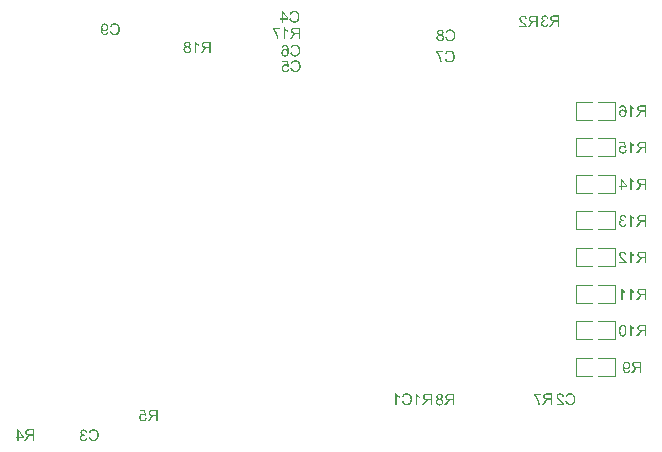
<source format=gbo>
G04 Layer_Color=32896*
%FSLAX25Y25*%
%MOIN*%
G70*
G01*
G75*
%ADD62C,0.00394*%
G36*
X556765Y388369D02*
X556258D01*
Y390072D01*
X555601D01*
X555543Y390069D01*
X555493Y390067D01*
X555454Y390064D01*
X555427Y390058D01*
X555405Y390055D01*
X555391Y390053D01*
X555388D01*
X555344Y390039D01*
X555302Y390025D01*
X555263Y390006D01*
X555230Y389989D01*
X555199Y389975D01*
X555177Y389961D01*
X555163Y389953D01*
X555158Y389950D01*
X555114Y389920D01*
X555069Y389881D01*
X555028Y389837D01*
X554986Y389795D01*
X554953Y389756D01*
X554925Y389723D01*
X554914Y389709D01*
X554906Y389701D01*
X554903Y389695D01*
X554900Y389693D01*
X554873Y389657D01*
X554842Y389618D01*
X554781Y389535D01*
X554720Y389446D01*
X554662Y389360D01*
X554637Y389321D01*
X554612Y389285D01*
X554590Y389252D01*
X554571Y389222D01*
X554557Y389199D01*
X554546Y389180D01*
X554537Y389169D01*
X554535Y389166D01*
X554028Y388369D01*
X553394D01*
X554056Y389410D01*
X554130Y389521D01*
X554169Y389571D01*
X554205Y389621D01*
X554241Y389665D01*
X554277Y389706D01*
X554310Y389745D01*
X554341Y389781D01*
X554368Y389814D01*
X554396Y389842D01*
X554418Y389864D01*
X554438Y389886D01*
X554454Y389900D01*
X554465Y389914D01*
X554474Y389920D01*
X554477Y389922D01*
X554521Y389959D01*
X554568Y389992D01*
X554618Y390025D01*
X554668Y390053D01*
X554712Y390078D01*
X554731Y390089D01*
X554748Y390097D01*
X554762Y390105D01*
X554773Y390108D01*
X554778Y390114D01*
X554781D01*
X554681Y390130D01*
X554587Y390150D01*
X554501Y390175D01*
X554421Y390199D01*
X554349Y390230D01*
X554280Y390258D01*
X554222Y390288D01*
X554166Y390319D01*
X554119Y390349D01*
X554080Y390377D01*
X554044Y390402D01*
X554017Y390424D01*
X553995Y390443D01*
X553978Y390457D01*
X553970Y390465D01*
X553967Y390468D01*
X553920Y390521D01*
X553878Y390579D01*
X553842Y390634D01*
X553812Y390692D01*
X553787Y390751D01*
X553765Y390809D01*
X553748Y390864D01*
X553734Y390917D01*
X553723Y390967D01*
X553715Y391011D01*
X553709Y391053D01*
X553704Y391086D01*
Y391116D01*
X553701Y391139D01*
Y391150D01*
Y391155D01*
X553704Y391213D01*
X553707Y391271D01*
X553715Y391327D01*
X553726Y391379D01*
X553737Y391429D01*
X553751Y391476D01*
X553767Y391521D01*
X553781Y391562D01*
X553795Y391598D01*
X553812Y391632D01*
X553826Y391662D01*
X553837Y391687D01*
X553848Y391706D01*
X553853Y391720D01*
X553859Y391728D01*
X553862Y391731D01*
X553892Y391778D01*
X553925Y391823D01*
X553961Y391862D01*
X553995Y391900D01*
X554031Y391933D01*
X554067Y391964D01*
X554103Y391989D01*
X554136Y392014D01*
X554166Y392033D01*
X554197Y392050D01*
X554222Y392067D01*
X554244Y392077D01*
X554263Y392086D01*
X554277Y392091D01*
X554285Y392097D01*
X554288D01*
X554341Y392116D01*
X554399Y392133D01*
X554460Y392147D01*
X554521Y392158D01*
X554651Y392177D01*
X554715Y392183D01*
X554776Y392188D01*
X554837Y392194D01*
X554889Y392197D01*
X554939Y392199D01*
X554984D01*
X555017Y392202D01*
X556765D01*
Y388369D01*
D02*
G37*
G36*
X548948Y404513D02*
X549042Y404505D01*
X549130Y404491D01*
X549214Y404472D01*
X549291Y404450D01*
X549363Y404425D01*
X549427Y404400D01*
X549488Y404375D01*
X549540Y404347D01*
X549587Y404322D01*
X549626Y404297D01*
X549659Y404275D01*
X549684Y404258D01*
X549704Y404242D01*
X549715Y404234D01*
X549718Y404231D01*
X549776Y404175D01*
X549826Y404114D01*
X549873Y404051D01*
X549912Y403984D01*
X549948Y403915D01*
X549978Y403846D01*
X550003Y403779D01*
X550025Y403713D01*
X550042Y403652D01*
X550056Y403594D01*
X550067Y403541D01*
X550075Y403497D01*
X550083Y403461D01*
X550086Y403433D01*
Y403422D01*
X550089Y403414D01*
Y403411D01*
Y403408D01*
X549604Y403358D01*
X549601Y403425D01*
X549596Y403486D01*
X549585Y403544D01*
X549574Y403599D01*
X549557Y403649D01*
X549540Y403693D01*
X549521Y403738D01*
X549502Y403774D01*
X549485Y403807D01*
X549466Y403837D01*
X549449Y403862D01*
X549432Y403885D01*
X549421Y403898D01*
X549410Y403912D01*
X549405Y403918D01*
X549402Y403921D01*
X549363Y403957D01*
X549319Y403987D01*
X549274Y404015D01*
X549230Y404040D01*
X549183Y404059D01*
X549139Y404076D01*
X549094Y404089D01*
X549053Y404101D01*
X549011Y404109D01*
X548975Y404114D01*
X548942Y404120D01*
X548912Y404123D01*
X548889Y404125D01*
X548856D01*
X548798Y404123D01*
X548743Y404117D01*
X548690Y404109D01*
X548640Y404095D01*
X548596Y404081D01*
X548552Y404065D01*
X548513Y404048D01*
X548477Y404029D01*
X548446Y404012D01*
X548419Y403993D01*
X548394Y403976D01*
X548374Y403962D01*
X548358Y403948D01*
X548347Y403940D01*
X548341Y403934D01*
X548338Y403932D01*
X548302Y403896D01*
X548272Y403857D01*
X548244Y403818D01*
X548222Y403777D01*
X548203Y403738D01*
X548186Y403699D01*
X548172Y403660D01*
X548161Y403624D01*
X548153Y403591D01*
X548147Y403560D01*
X548142Y403533D01*
X548139Y403508D01*
X548136Y403488D01*
Y403475D01*
Y403463D01*
Y403461D01*
X548139Y403411D01*
X548144Y403361D01*
X548155Y403311D01*
X548169Y403261D01*
X548205Y403164D01*
X548227Y403120D01*
X548247Y403078D01*
X548266Y403040D01*
X548288Y403004D01*
X548305Y402973D01*
X548322Y402945D01*
X548338Y402926D01*
X548349Y402909D01*
X548355Y402898D01*
X548358Y402896D01*
X548402Y402837D01*
X548457Y402774D01*
X548516Y402710D01*
X548582Y402643D01*
X548649Y402574D01*
X548721Y402508D01*
X548790Y402441D01*
X548862Y402378D01*
X548928Y402317D01*
X548992Y402261D01*
X549047Y402209D01*
X549100Y402167D01*
X549142Y402131D01*
X549158Y402117D01*
X549172Y402103D01*
X549183Y402095D01*
X549191Y402087D01*
X549197Y402084D01*
X549200Y402081D01*
X549272Y402020D01*
X549341Y401962D01*
X549405Y401907D01*
X549466Y401854D01*
X549521Y401801D01*
X549571Y401754D01*
X549615Y401710D01*
X549657Y401669D01*
X549695Y401632D01*
X549726Y401599D01*
X549754Y401572D01*
X549776Y401547D01*
X549792Y401527D01*
X549804Y401513D01*
X549812Y401505D01*
X549815Y401502D01*
X549889Y401408D01*
X549953Y401317D01*
X550006Y401231D01*
X550031Y401192D01*
X550050Y401153D01*
X550067Y401120D01*
X550083Y401090D01*
X550097Y401062D01*
X550105Y401037D01*
X550114Y401018D01*
X550119Y401004D01*
X550125Y400995D01*
Y400993D01*
X550144Y400934D01*
X550158Y400876D01*
X550166Y400821D01*
X550172Y400774D01*
X550175Y400729D01*
X550177Y400713D01*
Y400696D01*
Y400685D01*
Y400677D01*
Y400671D01*
Y400668D01*
X547646D01*
Y401120D01*
X549524D01*
X549493Y401167D01*
X549460Y401214D01*
X549427Y401256D01*
X549396Y401295D01*
X549369Y401325D01*
X549346Y401350D01*
X549333Y401367D01*
X549327Y401372D01*
X549302Y401400D01*
X549269Y401430D01*
X549233Y401464D01*
X549191Y401502D01*
X549147Y401541D01*
X549103Y401583D01*
X549009Y401663D01*
X548964Y401702D01*
X548923Y401738D01*
X548887Y401771D01*
X548851Y401799D01*
X548823Y401824D01*
X548804Y401840D01*
X548790Y401854D01*
X548784Y401857D01*
X548693Y401934D01*
X548607Y402009D01*
X548529Y402078D01*
X548457Y402142D01*
X548391Y402203D01*
X548333Y402258D01*
X548277Y402308D01*
X548230Y402353D01*
X548189Y402394D01*
X548155Y402430D01*
X548125Y402461D01*
X548100Y402486D01*
X548081Y402505D01*
X548069Y402519D01*
X548061Y402527D01*
X548059Y402530D01*
X548020Y402577D01*
X547981Y402621D01*
X547948Y402666D01*
X547917Y402707D01*
X547862Y402788D01*
X547840Y402824D01*
X547820Y402857D01*
X547801Y402887D01*
X547787Y402915D01*
X547773Y402940D01*
X547765Y402959D01*
X547756Y402976D01*
X547751Y402987D01*
X547745Y402995D01*
Y402998D01*
X547715Y403081D01*
X547690Y403161D01*
X547673Y403239D01*
X547662Y403308D01*
X547660Y403339D01*
X547657Y403367D01*
X547654Y403389D01*
X547651Y403411D01*
Y403427D01*
Y403439D01*
Y403447D01*
Y403450D01*
X547654Y403533D01*
X547665Y403613D01*
X547682Y403688D01*
X547701Y403760D01*
X547726Y403826D01*
X547754Y403890D01*
X547784Y403948D01*
X547812Y404001D01*
X547842Y404048D01*
X547873Y404089D01*
X547901Y404125D01*
X547926Y404153D01*
X547945Y404178D01*
X547962Y404195D01*
X547973Y404206D01*
X547975Y404209D01*
X548039Y404264D01*
X548106Y404311D01*
X548175Y404350D01*
X548247Y404386D01*
X548319Y404416D01*
X548394Y404441D01*
X548463Y404461D01*
X548532Y404477D01*
X548596Y404491D01*
X548657Y404499D01*
X548709Y404508D01*
X548757Y404510D01*
X548795Y404513D01*
X548823Y404516D01*
X548848D01*
X548948Y404513D01*
D02*
G37*
G36*
X551654Y392169D02*
X551682Y392122D01*
X551745Y392031D01*
X551815Y391945D01*
X551851Y391903D01*
X551884Y391864D01*
X551917Y391831D01*
X551947Y391798D01*
X551975Y391770D01*
X552000Y391745D01*
X552020Y391726D01*
X552033Y391712D01*
X552044Y391704D01*
X552047Y391701D01*
X552161Y391607D01*
X552280Y391521D01*
X552396Y391443D01*
X552452Y391410D01*
X552504Y391377D01*
X552551Y391349D01*
X552596Y391324D01*
X552637Y391302D01*
X552670Y391285D01*
X552698Y391271D01*
X552720Y391260D01*
X552732Y391255D01*
X552737Y391252D01*
Y390798D01*
X552654Y390831D01*
X552568Y390870D01*
X552485Y390909D01*
X552407Y390947D01*
X552374Y390967D01*
X552341Y390983D01*
X552313Y391000D01*
X552291Y391014D01*
X552272Y391022D01*
X552255Y391031D01*
X552247Y391036D01*
X552244Y391039D01*
X552144Y391100D01*
X552100Y391130D01*
X552056Y391158D01*
X552017Y391188D01*
X551981Y391213D01*
X551947Y391241D01*
X551914Y391263D01*
X551889Y391285D01*
X551864Y391305D01*
X551842Y391324D01*
X551826Y391338D01*
X551812Y391349D01*
X551803Y391357D01*
X551798Y391363D01*
X551795Y391366D01*
Y388369D01*
X551324D01*
Y392216D01*
X551629D01*
X551654Y392169D01*
D02*
G37*
G36*
X548676D02*
X548704Y392122D01*
X548768Y392031D01*
X548837Y391945D01*
X548873Y391903D01*
X548906Y391864D01*
X548939Y391831D01*
X548970Y391798D01*
X548997Y391770D01*
X549022Y391745D01*
X549042Y391726D01*
X549056Y391712D01*
X549067Y391704D01*
X549069Y391701D01*
X549183Y391607D01*
X549302Y391521D01*
X549418Y391443D01*
X549474Y391410D01*
X549527Y391377D01*
X549574Y391349D01*
X549618Y391324D01*
X549659Y391302D01*
X549693Y391285D01*
X549720Y391271D01*
X549743Y391260D01*
X549754Y391255D01*
X549759Y391252D01*
Y390798D01*
X549676Y390831D01*
X549590Y390870D01*
X549507Y390909D01*
X549430Y390947D01*
X549396Y390967D01*
X549363Y390983D01*
X549335Y391000D01*
X549313Y391014D01*
X549294Y391022D01*
X549277Y391031D01*
X549269Y391036D01*
X549266Y391039D01*
X549166Y391100D01*
X549122Y391130D01*
X549078Y391158D01*
X549039Y391188D01*
X549003Y391213D01*
X548970Y391241D01*
X548937Y391263D01*
X548912Y391285D01*
X548887Y391305D01*
X548865Y391324D01*
X548848Y391338D01*
X548834Y391349D01*
X548826Y391357D01*
X548820Y391363D01*
X548817Y391366D01*
Y388369D01*
X548347D01*
Y392216D01*
X548651D01*
X548676Y392169D01*
D02*
G37*
G36*
X549000Y416713D02*
X549081Y416705D01*
X549158Y416691D01*
X549230Y416675D01*
X549297Y416655D01*
X549358Y416633D01*
X549416Y416611D01*
X549468Y416586D01*
X549515Y416561D01*
X549557Y416539D01*
X549593Y416517D01*
X549623Y416497D01*
X549648Y416481D01*
X549665Y416467D01*
X549676Y416458D01*
X549679Y416456D01*
X549734Y416406D01*
X549784Y416350D01*
X549828Y416292D01*
X549867Y416231D01*
X549903Y416170D01*
X549936Y416109D01*
X549964Y416048D01*
X549989Y415990D01*
X550008Y415935D01*
X550025Y415885D01*
X550039Y415841D01*
X550050Y415799D01*
X550058Y415766D01*
X550064Y415744D01*
X550070Y415727D01*
Y415724D01*
Y415722D01*
X549599Y415638D01*
X549587Y415702D01*
X549574Y415760D01*
X549560Y415813D01*
X549540Y415863D01*
X549524Y415910D01*
X549502Y415951D01*
X549482Y415990D01*
X549463Y416026D01*
X549443Y416054D01*
X549427Y416082D01*
X549410Y416104D01*
X549396Y416120D01*
X549382Y416134D01*
X549374Y416145D01*
X549369Y416151D01*
X549366Y416154D01*
X549330Y416184D01*
X549294Y416212D01*
X549255Y416234D01*
X549216Y416253D01*
X549178Y416273D01*
X549142Y416287D01*
X549069Y416306D01*
X549036Y416314D01*
X549006Y416320D01*
X548978Y416323D01*
X548953Y416326D01*
X548937Y416328D01*
X548909D01*
X548859Y416326D01*
X548809Y416320D01*
X548765Y416312D01*
X548721Y416300D01*
X548682Y416290D01*
X548643Y416273D01*
X548610Y416259D01*
X548579Y416242D01*
X548552Y416226D01*
X548527Y416212D01*
X548507Y416195D01*
X548488Y416184D01*
X548474Y416173D01*
X548466Y416165D01*
X548460Y416159D01*
X548457Y416156D01*
X548427Y416123D01*
X548399Y416090D01*
X548374Y416054D01*
X548355Y416018D01*
X548338Y415982D01*
X548324Y415946D01*
X548302Y415879D01*
X548294Y415849D01*
X548288Y415821D01*
X548286Y415794D01*
X548283Y415774D01*
X548280Y415755D01*
Y415741D01*
Y415733D01*
Y415730D01*
X548283Y415672D01*
X548291Y415616D01*
X548302Y415564D01*
X548319Y415517D01*
X548336Y415472D01*
X548355Y415434D01*
X548377Y415398D01*
X548399Y415364D01*
X548424Y415337D01*
X548444Y415312D01*
X548466Y415292D01*
X548482Y415276D01*
X548499Y415262D01*
X548510Y415253D01*
X548518Y415248D01*
X548521Y415245D01*
X548565Y415217D01*
X548612Y415195D01*
X548660Y415173D01*
X548707Y415157D01*
X548798Y415129D01*
X548840Y415118D01*
X548881Y415109D01*
X548920Y415104D01*
X548953Y415098D01*
X548984Y415096D01*
X549011Y415093D01*
X549031Y415090D01*
X549083D01*
X549108Y415093D01*
X549119D01*
X549128Y415096D01*
X549136D01*
X549189Y414683D01*
X549117Y414700D01*
X549053Y414711D01*
X548997Y414722D01*
X548948Y414727D01*
X548909Y414730D01*
X548881Y414733D01*
X548856D01*
X548795Y414730D01*
X548740Y414724D01*
X548685Y414713D01*
X548635Y414700D01*
X548588Y414683D01*
X548543Y414666D01*
X548502Y414647D01*
X548466Y414628D01*
X548432Y414608D01*
X548402Y414589D01*
X548377Y414572D01*
X548358Y414555D01*
X548341Y414542D01*
X548327Y414531D01*
X548322Y414525D01*
X548319Y414522D01*
X548280Y414481D01*
X548250Y414439D01*
X548219Y414395D01*
X548194Y414351D01*
X548175Y414306D01*
X548158Y414262D01*
X548144Y414218D01*
X548133Y414176D01*
X548122Y414137D01*
X548117Y414101D01*
X548111Y414068D01*
X548108Y414043D01*
X548106Y414018D01*
Y414001D01*
Y413990D01*
Y413988D01*
X548108Y413927D01*
X548117Y413866D01*
X548128Y413810D01*
X548142Y413758D01*
X548158Y413705D01*
X548178Y413661D01*
X548200Y413616D01*
X548219Y413578D01*
X548241Y413542D01*
X548263Y413511D01*
X548283Y413483D01*
X548299Y413461D01*
X548313Y413442D01*
X548324Y413431D01*
X548333Y413422D01*
X548336Y413420D01*
X548380Y413378D01*
X548424Y413345D01*
X548471Y413314D01*
X548518Y413287D01*
X548565Y413265D01*
X548612Y413245D01*
X548660Y413231D01*
X548701Y413217D01*
X548743Y413209D01*
X548779Y413201D01*
X548812Y413198D01*
X548842Y413193D01*
X548865D01*
X548884Y413190D01*
X548898D01*
X548950Y413193D01*
X548997Y413198D01*
X549045Y413206D01*
X549089Y413217D01*
X549130Y413231D01*
X549169Y413245D01*
X549205Y413262D01*
X549238Y413278D01*
X549269Y413292D01*
X549294Y413309D01*
X549319Y413323D01*
X549335Y413337D01*
X549352Y413348D01*
X549363Y413356D01*
X549369Y413362D01*
X549371Y413364D01*
X549407Y413400D01*
X549438Y413439D01*
X549468Y413483D01*
X549496Y413530D01*
X549543Y413625D01*
X549582Y413722D01*
X549596Y413766D01*
X549610Y413807D01*
X549621Y413843D01*
X549629Y413877D01*
X549637Y413904D01*
X549643Y413927D01*
X549646Y413938D01*
Y413943D01*
X550117Y413880D01*
X550105Y413791D01*
X550089Y413708D01*
X550064Y413630D01*
X550039Y413555D01*
X550008Y413486D01*
X549978Y413422D01*
X549945Y413362D01*
X549912Y413309D01*
X549878Y413262D01*
X549848Y413220D01*
X549817Y413184D01*
X549792Y413154D01*
X549770Y413129D01*
X549754Y413112D01*
X549743Y413101D01*
X549740Y413098D01*
X549676Y413046D01*
X549607Y412999D01*
X549538Y412960D01*
X549468Y412927D01*
X549396Y412896D01*
X549327Y412871D01*
X549258Y412852D01*
X549194Y412838D01*
X549133Y412824D01*
X549078Y412816D01*
X549028Y412808D01*
X548984Y412805D01*
X548950Y412802D01*
X548923Y412799D01*
X548901D01*
X548798Y412802D01*
X548701Y412813D01*
X548607Y412832D01*
X548521Y412855D01*
X548438Y412880D01*
X548363Y412910D01*
X548291Y412941D01*
X548227Y412974D01*
X548172Y413007D01*
X548119Y413037D01*
X548078Y413068D01*
X548042Y413093D01*
X548011Y413115D01*
X547992Y413134D01*
X547981Y413145D01*
X547975Y413148D01*
X547912Y413215D01*
X547854Y413284D01*
X547804Y413356D01*
X547762Y413428D01*
X547726Y413500D01*
X547696Y413572D01*
X547673Y413639D01*
X547654Y413705D01*
X547637Y413766D01*
X547626Y413821D01*
X547618Y413871D01*
X547612Y413916D01*
X547610Y413949D01*
X547607Y413976D01*
Y413993D01*
Y413999D01*
X547610Y414068D01*
X547615Y414132D01*
X547624Y414193D01*
X547637Y414251D01*
X547651Y414306D01*
X547665Y414356D01*
X547684Y414403D01*
X547701Y414447D01*
X547718Y414486D01*
X547734Y414519D01*
X547751Y414547D01*
X547765Y414572D01*
X547779Y414591D01*
X547787Y414605D01*
X547792Y414614D01*
X547795Y414616D01*
X547831Y414661D01*
X547873Y414702D01*
X547914Y414738D01*
X547956Y414772D01*
X548000Y414802D01*
X548045Y414827D01*
X548089Y414852D01*
X548131Y414871D01*
X548169Y414891D01*
X548205Y414904D01*
X548239Y414918D01*
X548269Y414927D01*
X548291Y414935D01*
X548311Y414941D01*
X548322Y414943D01*
X548324D01*
X548277Y414965D01*
X548233Y414990D01*
X548191Y415018D01*
X548153Y415043D01*
X548117Y415071D01*
X548086Y415098D01*
X548056Y415123D01*
X548031Y415148D01*
X548006Y415173D01*
X547986Y415195D01*
X547970Y415215D01*
X547956Y415231D01*
X547945Y415245D01*
X547937Y415256D01*
X547934Y415262D01*
X547931Y415265D01*
X547906Y415303D01*
X547887Y415342D01*
X547867Y415384D01*
X547854Y415422D01*
X547828Y415497D01*
X547812Y415569D01*
X547806Y415600D01*
X547804Y415630D01*
X547798Y415655D01*
Y415677D01*
X547795Y415694D01*
Y415708D01*
Y415716D01*
Y415719D01*
X547798Y415769D01*
X547801Y415816D01*
X547818Y415907D01*
X547840Y415990D01*
X547854Y416026D01*
X547865Y416062D01*
X547878Y416096D01*
X547892Y416123D01*
X547903Y416151D01*
X547914Y416170D01*
X547923Y416190D01*
X547931Y416201D01*
X547934Y416209D01*
X547937Y416212D01*
X547964Y416253D01*
X547995Y416295D01*
X548059Y416367D01*
X548125Y416431D01*
X548191Y416483D01*
X548222Y416505D01*
X548250Y416525D01*
X548275Y416541D01*
X548297Y416555D01*
X548316Y416567D01*
X548330Y416575D01*
X548338Y416577D01*
X548341Y416580D01*
X548391Y416605D01*
X548441Y416625D01*
X548491Y416644D01*
X548543Y416658D01*
X548640Y416683D01*
X548685Y416691D01*
X548729Y416699D01*
X548768Y416705D01*
X548804Y416708D01*
X548837Y416713D01*
X548865D01*
X548887Y416716D01*
X548917D01*
X549000Y416713D01*
D02*
G37*
G36*
X551654Y416669D02*
X551682Y416622D01*
X551745Y416531D01*
X551815Y416445D01*
X551851Y416403D01*
X551884Y416364D01*
X551917Y416331D01*
X551947Y416298D01*
X551975Y416270D01*
X552000Y416245D01*
X552020Y416226D01*
X552033Y416212D01*
X552044Y416204D01*
X552047Y416201D01*
X552161Y416107D01*
X552280Y416021D01*
X552396Y415943D01*
X552452Y415910D01*
X552504Y415877D01*
X552551Y415849D01*
X552596Y415824D01*
X552637Y415802D01*
X552670Y415785D01*
X552698Y415771D01*
X552720Y415760D01*
X552732Y415755D01*
X552737Y415752D01*
Y415298D01*
X552654Y415331D01*
X552568Y415370D01*
X552485Y415409D01*
X552407Y415447D01*
X552374Y415467D01*
X552341Y415483D01*
X552313Y415500D01*
X552291Y415514D01*
X552272Y415522D01*
X552255Y415530D01*
X552247Y415536D01*
X552244Y415539D01*
X552144Y415600D01*
X552100Y415630D01*
X552056Y415658D01*
X552017Y415688D01*
X551981Y415713D01*
X551947Y415741D01*
X551914Y415763D01*
X551889Y415785D01*
X551864Y415805D01*
X551842Y415824D01*
X551826Y415838D01*
X551812Y415849D01*
X551803Y415857D01*
X551798Y415863D01*
X551795Y415866D01*
Y412868D01*
X551324D01*
Y416716D01*
X551629D01*
X551654Y416669D01*
D02*
G37*
G36*
Y404469D02*
X551682Y404422D01*
X551745Y404330D01*
X551815Y404245D01*
X551851Y404203D01*
X551884Y404164D01*
X551917Y404131D01*
X551947Y404098D01*
X551975Y404070D01*
X552000Y404045D01*
X552020Y404026D01*
X552033Y404012D01*
X552044Y404004D01*
X552047Y404001D01*
X552161Y403907D01*
X552280Y403821D01*
X552396Y403743D01*
X552452Y403710D01*
X552504Y403677D01*
X552551Y403649D01*
X552596Y403624D01*
X552637Y403602D01*
X552670Y403585D01*
X552698Y403572D01*
X552720Y403560D01*
X552732Y403555D01*
X552737Y403552D01*
Y403098D01*
X552654Y403131D01*
X552568Y403170D01*
X552485Y403209D01*
X552407Y403247D01*
X552374Y403267D01*
X552341Y403283D01*
X552313Y403300D01*
X552291Y403314D01*
X552272Y403322D01*
X552255Y403331D01*
X552247Y403336D01*
X552244Y403339D01*
X552144Y403400D01*
X552100Y403430D01*
X552056Y403458D01*
X552017Y403488D01*
X551981Y403513D01*
X551947Y403541D01*
X551914Y403563D01*
X551889Y403585D01*
X551864Y403605D01*
X551842Y403624D01*
X551826Y403638D01*
X551812Y403649D01*
X551803Y403657D01*
X551798Y403663D01*
X551795Y403666D01*
Y400668D01*
X551324D01*
Y404516D01*
X551629D01*
X551654Y404469D01*
D02*
G37*
G36*
X556765Y400668D02*
X556258D01*
Y402372D01*
X555601D01*
X555543Y402369D01*
X555493Y402366D01*
X555454Y402364D01*
X555427Y402358D01*
X555405Y402355D01*
X555391Y402353D01*
X555388D01*
X555344Y402339D01*
X555302Y402325D01*
X555263Y402306D01*
X555230Y402289D01*
X555199Y402275D01*
X555177Y402261D01*
X555163Y402253D01*
X555158Y402250D01*
X555114Y402220D01*
X555069Y402181D01*
X555028Y402137D01*
X554986Y402095D01*
X554953Y402056D01*
X554925Y402023D01*
X554914Y402009D01*
X554906Y402001D01*
X554903Y401995D01*
X554900Y401993D01*
X554873Y401957D01*
X554842Y401918D01*
X554781Y401835D01*
X554720Y401746D01*
X554662Y401660D01*
X554637Y401621D01*
X554612Y401585D01*
X554590Y401552D01*
X554571Y401522D01*
X554557Y401500D01*
X554546Y401480D01*
X554537Y401469D01*
X554535Y401466D01*
X554028Y400668D01*
X553394D01*
X554056Y401710D01*
X554130Y401821D01*
X554169Y401871D01*
X554205Y401921D01*
X554241Y401965D01*
X554277Y402006D01*
X554310Y402045D01*
X554341Y402081D01*
X554368Y402114D01*
X554396Y402142D01*
X554418Y402164D01*
X554438Y402186D01*
X554454Y402200D01*
X554465Y402214D01*
X554474Y402220D01*
X554477Y402222D01*
X554521Y402258D01*
X554568Y402292D01*
X554618Y402325D01*
X554668Y402353D01*
X554712Y402378D01*
X554731Y402389D01*
X554748Y402397D01*
X554762Y402405D01*
X554773Y402408D01*
X554778Y402414D01*
X554781D01*
X554681Y402430D01*
X554587Y402450D01*
X554501Y402474D01*
X554421Y402499D01*
X554349Y402530D01*
X554280Y402558D01*
X554222Y402588D01*
X554166Y402619D01*
X554119Y402649D01*
X554080Y402677D01*
X554044Y402702D01*
X554017Y402724D01*
X553995Y402743D01*
X553978Y402757D01*
X553970Y402765D01*
X553967Y402768D01*
X553920Y402821D01*
X553878Y402879D01*
X553842Y402934D01*
X553812Y402992D01*
X553787Y403051D01*
X553765Y403109D01*
X553748Y403164D01*
X553734Y403217D01*
X553723Y403267D01*
X553715Y403311D01*
X553709Y403353D01*
X553704Y403386D01*
Y403416D01*
X553701Y403439D01*
Y403450D01*
Y403455D01*
X553704Y403513D01*
X553707Y403572D01*
X553715Y403627D01*
X553726Y403680D01*
X553737Y403729D01*
X553751Y403777D01*
X553767Y403821D01*
X553781Y403862D01*
X553795Y403898D01*
X553812Y403932D01*
X553826Y403962D01*
X553837Y403987D01*
X553848Y404006D01*
X553853Y404020D01*
X553859Y404029D01*
X553862Y404031D01*
X553892Y404078D01*
X553925Y404123D01*
X553961Y404162D01*
X553995Y404200D01*
X554031Y404234D01*
X554067Y404264D01*
X554103Y404289D01*
X554136Y404314D01*
X554166Y404333D01*
X554197Y404350D01*
X554222Y404366D01*
X554244Y404378D01*
X554263Y404386D01*
X554277Y404391D01*
X554285Y404397D01*
X554288D01*
X554341Y404416D01*
X554399Y404433D01*
X554460Y404447D01*
X554521Y404458D01*
X554651Y404477D01*
X554715Y404483D01*
X554776Y404488D01*
X554837Y404494D01*
X554889Y404497D01*
X554939Y404499D01*
X554984D01*
X555017Y404502D01*
X556765D01*
Y400668D01*
D02*
G37*
G36*
X548948Y380113D02*
X549020Y380108D01*
X549089Y380097D01*
X549155Y380080D01*
X549216Y380063D01*
X549274Y380044D01*
X549327Y380025D01*
X549374Y380005D01*
X549418Y379983D01*
X549454Y379964D01*
X549488Y379944D01*
X549515Y379928D01*
X549538Y379914D01*
X549551Y379903D01*
X549563Y379894D01*
X549565Y379892D01*
X549615Y379847D01*
X549662Y379800D01*
X549707Y379750D01*
X549748Y379698D01*
X549784Y379645D01*
X549817Y379590D01*
X549851Y379537D01*
X549876Y379487D01*
X549900Y379440D01*
X549923Y379396D01*
X549939Y379354D01*
X549956Y379321D01*
X549967Y379291D01*
X549975Y379271D01*
X549978Y379257D01*
X549981Y379252D01*
X550006Y379171D01*
X550025Y379086D01*
X550044Y378997D01*
X550061Y378906D01*
X550086Y378723D01*
X550094Y378634D01*
X550103Y378548D01*
X550108Y378468D01*
X550111Y378393D01*
X550114Y378327D01*
X550117Y378271D01*
Y378246D01*
X550119Y378224D01*
Y378205D01*
Y378188D01*
Y378174D01*
Y378166D01*
Y378160D01*
Y378158D01*
Y378058D01*
X550114Y377961D01*
X550111Y377870D01*
X550103Y377781D01*
X550094Y377695D01*
X550083Y377612D01*
X550072Y377534D01*
X550061Y377460D01*
X550047Y377385D01*
X550031Y377318D01*
X550017Y377252D01*
X550000Y377191D01*
X549984Y377130D01*
X549967Y377075D01*
X549948Y377022D01*
X549931Y376972D01*
X549914Y376928D01*
X549895Y376883D01*
X549878Y376845D01*
X549862Y376806D01*
X549845Y376773D01*
X549831Y376742D01*
X549815Y376714D01*
X549801Y376690D01*
X549790Y376667D01*
X549779Y376651D01*
X549768Y376634D01*
X549759Y376620D01*
X549751Y376612D01*
X549745Y376604D01*
X549743Y376601D01*
Y376598D01*
X549682Y376529D01*
X549615Y376468D01*
X549546Y376415D01*
X549474Y376371D01*
X549399Y376332D01*
X549327Y376302D01*
X549258Y376274D01*
X549189Y376255D01*
X549122Y376238D01*
X549064Y376227D01*
X549009Y376216D01*
X548961Y376210D01*
X548923Y376208D01*
X548895Y376205D01*
X548870D01*
X548793Y376208D01*
X548721Y376216D01*
X548651Y376227D01*
X548585Y376241D01*
X548524Y376257D01*
X548468Y376277D01*
X548416Y376296D01*
X548366Y376318D01*
X548324Y376338D01*
X548286Y376357D01*
X548255Y376377D01*
X548227Y376393D01*
X548205Y376410D01*
X548191Y376421D01*
X548180Y376426D01*
X548178Y376429D01*
X548128Y376473D01*
X548081Y376521D01*
X548036Y376570D01*
X547995Y376623D01*
X547959Y376678D01*
X547926Y376731D01*
X547892Y376784D01*
X547865Y376834D01*
X547842Y376881D01*
X547820Y376925D01*
X547804Y376967D01*
X547787Y377000D01*
X547776Y377030D01*
X547768Y377050D01*
X547765Y377063D01*
X547762Y377069D01*
X547737Y377149D01*
X547715Y377235D01*
X547696Y377324D01*
X547679Y377415D01*
X547654Y377595D01*
X547646Y377684D01*
X547637Y377770D01*
X547632Y377850D01*
X547629Y377922D01*
X547626Y377989D01*
X547624Y378047D01*
Y378072D01*
X547621Y378094D01*
Y378113D01*
Y378127D01*
Y378141D01*
Y378149D01*
Y378155D01*
Y378158D01*
Y378263D01*
X547624Y378360D01*
X547629Y378454D01*
X547635Y378540D01*
X547640Y378620D01*
X547648Y378695D01*
X547657Y378764D01*
X547665Y378825D01*
X547673Y378881D01*
X547682Y378928D01*
X547690Y378969D01*
X547696Y379002D01*
X547701Y379030D01*
X547707Y379047D01*
X547709Y379061D01*
Y379063D01*
X547726Y379124D01*
X547745Y379185D01*
X547762Y379241D01*
X547782Y379293D01*
X547804Y379343D01*
X547823Y379390D01*
X547842Y379435D01*
X547862Y379473D01*
X547878Y379509D01*
X547895Y379540D01*
X547909Y379568D01*
X547923Y379590D01*
X547934Y379606D01*
X547942Y379620D01*
X547945Y379628D01*
X547948Y379631D01*
X548006Y379714D01*
X548069Y379786D01*
X548133Y379850D01*
X548194Y379900D01*
X548222Y379922D01*
X548250Y379939D01*
X548272Y379955D01*
X548291Y379969D01*
X548308Y379977D01*
X548319Y379986D01*
X548327Y379991D01*
X548330D01*
X548374Y380013D01*
X548419Y380033D01*
X548513Y380063D01*
X548604Y380086D01*
X548687Y380099D01*
X548726Y380105D01*
X548759Y380111D01*
X548793Y380113D01*
X548817D01*
X548840Y380116D01*
X548870D01*
X548948Y380113D01*
D02*
G37*
G36*
X492748Y353279D02*
X492241D01*
Y354983D01*
X491585D01*
X491527Y354980D01*
X491477Y354977D01*
X491438Y354975D01*
X491410Y354969D01*
X491388Y354966D01*
X491374Y354964D01*
X491371D01*
X491327Y354950D01*
X491286Y354936D01*
X491247Y354917D01*
X491214Y354900D01*
X491183Y354886D01*
X491161Y354872D01*
X491147Y354864D01*
X491141Y354861D01*
X491097Y354831D01*
X491053Y354792D01*
X491011Y354748D01*
X490970Y354706D01*
X490936Y354667D01*
X490909Y354634D01*
X490898Y354620D01*
X490889Y354612D01*
X490887Y354606D01*
X490884Y354604D01*
X490856Y354568D01*
X490826Y354529D01*
X490765Y354446D01*
X490704Y354357D01*
X490646Y354271D01*
X490621Y354232D01*
X490596Y354196D01*
X490574Y354163D01*
X490554Y354133D01*
X490540Y354111D01*
X490529Y354091D01*
X490521Y354080D01*
X490518Y354077D01*
X490011Y353279D01*
X489377D01*
X490039Y354321D01*
X490114Y354432D01*
X490153Y354482D01*
X490189Y354532D01*
X490225Y354576D01*
X490261Y354617D01*
X490294Y354656D01*
X490324Y354692D01*
X490352Y354726D01*
X490380Y354753D01*
X490402Y354775D01*
X490421Y354798D01*
X490438Y354811D01*
X490449Y354825D01*
X490457Y354831D01*
X490460Y354834D01*
X490504Y354870D01*
X490551Y354903D01*
X490601Y354936D01*
X490651Y354964D01*
X490695Y354989D01*
X490715Y355000D01*
X490731Y355008D01*
X490745Y355016D01*
X490756Y355019D01*
X490762Y355025D01*
X490765D01*
X490665Y355041D01*
X490571Y355061D01*
X490485Y355086D01*
X490405Y355111D01*
X490333Y355141D01*
X490263Y355169D01*
X490205Y355199D01*
X490150Y355230D01*
X490103Y355260D01*
X490064Y355288D01*
X490028Y355313D01*
X490000Y355335D01*
X489978Y355354D01*
X489961Y355368D01*
X489953Y355376D01*
X489950Y355379D01*
X489903Y355432D01*
X489862Y355490D01*
X489826Y355545D01*
X489795Y355604D01*
X489770Y355662D01*
X489748Y355720D01*
X489732Y355775D01*
X489718Y355828D01*
X489707Y355878D01*
X489698Y355922D01*
X489693Y355964D01*
X489687Y355997D01*
Y356027D01*
X489684Y356049D01*
Y356061D01*
Y356066D01*
X489687Y356124D01*
X489690Y356183D01*
X489698Y356238D01*
X489709Y356291D01*
X489720Y356340D01*
X489734Y356387D01*
X489751Y356432D01*
X489765Y356473D01*
X489779Y356509D01*
X489795Y356543D01*
X489809Y356573D01*
X489820Y356598D01*
X489831Y356617D01*
X489837Y356631D01*
X489842Y356640D01*
X489845Y356642D01*
X489876Y356689D01*
X489909Y356734D01*
X489945Y356772D01*
X489978Y356811D01*
X490014Y356844D01*
X490050Y356875D01*
X490086Y356900D01*
X490119Y356925D01*
X490150Y356944D01*
X490180Y356961D01*
X490205Y356978D01*
X490227Y356989D01*
X490247Y356997D01*
X490261Y357002D01*
X490269Y357008D01*
X490272D01*
X490324Y357027D01*
X490382Y357044D01*
X490443Y357058D01*
X490504Y357069D01*
X490634Y357088D01*
X490698Y357094D01*
X490759Y357099D01*
X490820Y357105D01*
X490873Y357108D01*
X490923Y357110D01*
X490967D01*
X491000Y357113D01*
X492748D01*
Y353279D01*
D02*
G37*
G36*
X487923Y357124D02*
X488009Y357116D01*
X488092Y357102D01*
X488166Y357083D01*
X488238Y357061D01*
X488305Y357036D01*
X488366Y357011D01*
X488418Y356986D01*
X488468Y356958D01*
X488510Y356933D01*
X488546Y356908D01*
X488576Y356886D01*
X488601Y356870D01*
X488618Y356853D01*
X488629Y356844D01*
X488632Y356842D01*
X488684Y356786D01*
X488731Y356731D01*
X488770Y356670D01*
X488803Y356612D01*
X488834Y356551D01*
X488859Y356493D01*
X488878Y356437D01*
X488892Y356382D01*
X488906Y356332D01*
X488914Y356285D01*
X488923Y356243D01*
X488925Y356207D01*
X488928Y356180D01*
X488931Y356158D01*
Y356144D01*
Y356138D01*
X488928Y356088D01*
X488925Y356038D01*
X488909Y355947D01*
X488898Y355906D01*
X488887Y355867D01*
X488873Y355831D01*
X488859Y355798D01*
X488848Y355767D01*
X488834Y355739D01*
X488823Y355717D01*
X488812Y355698D01*
X488803Y355681D01*
X488795Y355670D01*
X488793Y355664D01*
X488790Y355662D01*
X488762Y355626D01*
X488731Y355592D01*
X488662Y355532D01*
X488590Y355479D01*
X488518Y355435D01*
X488485Y355418D01*
X488454Y355401D01*
X488427Y355387D01*
X488402Y355376D01*
X488382Y355368D01*
X488369Y355363D01*
X488358Y355357D01*
X488355D01*
X488418Y355338D01*
X488480Y355315D01*
X488535Y355291D01*
X488588Y355266D01*
X488637Y355238D01*
X488682Y355207D01*
X488720Y355180D01*
X488759Y355152D01*
X488790Y355124D01*
X488817Y355099D01*
X488842Y355075D01*
X488862Y355055D01*
X488878Y355038D01*
X488889Y355025D01*
X488895Y355016D01*
X488898Y355013D01*
X488931Y354964D01*
X488959Y354914D01*
X488984Y354861D01*
X489006Y354809D01*
X489025Y354756D01*
X489039Y354706D01*
X489053Y354654D01*
X489061Y354606D01*
X489070Y354562D01*
X489075Y354521D01*
X489081Y354482D01*
X489083Y354451D01*
X489086Y354423D01*
Y354404D01*
Y354393D01*
Y354387D01*
X489083Y354296D01*
X489072Y354207D01*
X489053Y354124D01*
X489031Y354044D01*
X489006Y353972D01*
X488975Y353903D01*
X488945Y353839D01*
X488912Y353781D01*
X488881Y353728D01*
X488851Y353684D01*
X488820Y353645D01*
X488793Y353612D01*
X488773Y353584D01*
X488754Y353568D01*
X488743Y353554D01*
X488740Y353551D01*
X488671Y353493D01*
X488601Y353440D01*
X488527Y353396D01*
X488449Y353357D01*
X488371Y353324D01*
X488297Y353299D01*
X488222Y353277D01*
X488150Y353257D01*
X488083Y353243D01*
X488020Y353232D01*
X487964Y353227D01*
X487917Y353221D01*
X487878Y353219D01*
X487848Y353216D01*
X487823D01*
X487720Y353219D01*
X487621Y353230D01*
X487529Y353246D01*
X487441Y353268D01*
X487360Y353293D01*
X487286Y353321D01*
X487216Y353351D01*
X487153Y353382D01*
X487097Y353413D01*
X487050Y353443D01*
X487006Y353471D01*
X486973Y353496D01*
X486945Y353518D01*
X486926Y353534D01*
X486912Y353545D01*
X486909Y353548D01*
X486848Y353612D01*
X486793Y353681D01*
X486748Y353748D01*
X486707Y353820D01*
X486673Y353889D01*
X486646Y353955D01*
X486621Y354022D01*
X486604Y354086D01*
X486590Y354147D01*
X486579Y354202D01*
X486571Y354249D01*
X486565Y354291D01*
X486563Y354327D01*
X486560Y354351D01*
Y354368D01*
Y354374D01*
X486563Y354440D01*
X486568Y354504D01*
X486577Y354562D01*
X486588Y354620D01*
X486604Y354673D01*
X486618Y354726D01*
X486635Y354770D01*
X486651Y354814D01*
X486671Y354853D01*
X486687Y354886D01*
X486701Y354917D01*
X486715Y354942D01*
X486729Y354961D01*
X486737Y354975D01*
X486743Y354983D01*
X486745Y354986D01*
X486782Y355033D01*
X486823Y355075D01*
X486865Y355116D01*
X486909Y355152D01*
X486953Y355185D01*
X486998Y355216D01*
X487042Y355243D01*
X487086Y355268D01*
X487125Y355291D01*
X487164Y355307D01*
X487197Y355324D01*
X487227Y355335D01*
X487252Y355346D01*
X487269Y355351D01*
X487283Y355357D01*
X487286D01*
X487233Y355379D01*
X487186Y355401D01*
X487142Y355426D01*
X487097Y355451D01*
X487061Y355476D01*
X487025Y355501D01*
X486995Y355526D01*
X486964Y355551D01*
X486939Y355573D01*
X486920Y355595D01*
X486901Y355612D01*
X486887Y355628D01*
X486873Y355642D01*
X486865Y355653D01*
X486862Y355659D01*
X486859Y355662D01*
X486834Y355700D01*
X486812Y355739D01*
X486793Y355778D01*
X486776Y355817D01*
X486751Y355894D01*
X486734Y355966D01*
X486729Y356000D01*
X486726Y356030D01*
X486723Y356058D01*
X486721Y356080D01*
X486718Y356099D01*
Y356113D01*
Y356121D01*
Y356124D01*
X486721Y356202D01*
X486732Y356274D01*
X486745Y356346D01*
X486765Y356412D01*
X486790Y356473D01*
X486815Y356532D01*
X486842Y356587D01*
X486870Y356637D01*
X486901Y356681D01*
X486928Y356720D01*
X486953Y356753D01*
X486978Y356781D01*
X486998Y356803D01*
X487011Y356820D01*
X487022Y356831D01*
X487025Y356833D01*
X487083Y356886D01*
X487147Y356930D01*
X487214Y356969D01*
X487280Y357002D01*
X487347Y357033D01*
X487413Y357055D01*
X487479Y357074D01*
X487543Y357091D01*
X487601Y357102D01*
X487657Y357110D01*
X487707Y357119D01*
X487748Y357121D01*
X487784Y357124D01*
X487809Y357127D01*
X487831D01*
X487923Y357124D01*
D02*
G37*
G36*
X525400Y353447D02*
X524893D01*
Y355150D01*
X524237D01*
X524178Y355147D01*
X524129Y355145D01*
X524090Y355142D01*
X524062Y355136D01*
X524040Y355133D01*
X524026Y355131D01*
X524023D01*
X523979Y355117D01*
X523937Y355103D01*
X523899Y355083D01*
X523865Y355067D01*
X523835Y355053D01*
X523813Y355039D01*
X523799Y355031D01*
X523793Y355028D01*
X523749Y354998D01*
X523705Y354959D01*
X523663Y354915D01*
X523622Y354873D01*
X523588Y354834D01*
X523561Y354801D01*
X523550Y354787D01*
X523541Y354779D01*
X523539Y354773D01*
X523536Y354770D01*
X523508Y354734D01*
X523478Y354696D01*
X523417Y354613D01*
X523356Y354524D01*
X523298Y354438D01*
X523273Y354399D01*
X523248Y354363D01*
X523226Y354330D01*
X523206Y354300D01*
X523192Y354277D01*
X523181Y354258D01*
X523173Y354247D01*
X523170Y354244D01*
X522663Y353447D01*
X522029D01*
X522691Y354488D01*
X522766Y354599D01*
X522804Y354649D01*
X522840Y354698D01*
X522877Y354743D01*
X522913Y354784D01*
X522946Y354823D01*
X522976Y354859D01*
X523004Y354892D01*
X523032Y354920D01*
X523054Y354942D01*
X523073Y354964D01*
X523090Y354978D01*
X523101Y354992D01*
X523109Y354998D01*
X523112Y355000D01*
X523156Y355036D01*
X523203Y355070D01*
X523253Y355103D01*
X523303Y355131D01*
X523347Y355155D01*
X523367Y355167D01*
X523383Y355175D01*
X523397Y355183D01*
X523408Y355186D01*
X523414Y355192D01*
X523417D01*
X523317Y355208D01*
X523223Y355228D01*
X523137Y355253D01*
X523057Y355277D01*
X522985Y355308D01*
X522915Y355336D01*
X522857Y355366D01*
X522802Y355397D01*
X522755Y355427D01*
X522716Y355455D01*
X522680Y355480D01*
X522652Y355502D01*
X522630Y355521D01*
X522613Y355535D01*
X522605Y355543D01*
X522602Y355546D01*
X522555Y355599D01*
X522514Y355657D01*
X522478Y355712D01*
X522447Y355770D01*
X522422Y355829D01*
X522400Y355887D01*
X522383Y355942D01*
X522370Y355995D01*
X522359Y356045D01*
X522350Y356089D01*
X522345Y356131D01*
X522339Y356164D01*
Y356194D01*
X522336Y356216D01*
Y356227D01*
Y356233D01*
X522339Y356291D01*
X522342Y356349D01*
X522350Y356405D01*
X522361Y356457D01*
X522372Y356507D01*
X522386Y356554D01*
X522403Y356599D01*
X522417Y356640D01*
X522431Y356676D01*
X522447Y356710D01*
X522461Y356740D01*
X522472Y356765D01*
X522483Y356784D01*
X522489Y356798D01*
X522494Y356806D01*
X522497Y356809D01*
X522528Y356856D01*
X522561Y356901D01*
X522597Y356939D01*
X522630Y356978D01*
X522666Y357011D01*
X522702Y357042D01*
X522738Y357067D01*
X522771Y357092D01*
X522802Y357111D01*
X522832Y357128D01*
X522857Y357144D01*
X522879Y357155D01*
X522899Y357164D01*
X522913Y357169D01*
X522921Y357175D01*
X522924D01*
X522976Y357194D01*
X523034Y357211D01*
X523095Y357225D01*
X523156Y357236D01*
X523286Y357255D01*
X523350Y357261D01*
X523411Y357266D01*
X523472Y357272D01*
X523525Y357275D01*
X523575Y357277D01*
X523619D01*
X523652Y357280D01*
X525400D01*
Y353447D01*
D02*
G37*
G36*
X521702Y356779D02*
X519824D01*
X519890Y356701D01*
X519957Y356618D01*
X520082Y356449D01*
X520140Y356363D01*
X520198Y356280D01*
X520251Y356200D01*
X520298Y356122D01*
X520342Y356050D01*
X520384Y355984D01*
X520417Y355923D01*
X520447Y355873D01*
X520469Y355831D01*
X520480Y355815D01*
X520489Y355801D01*
X520494Y355787D01*
X520500Y355779D01*
X520503Y355776D01*
Y355773D01*
X520561Y355662D01*
X520613Y355549D01*
X520666Y355438D01*
X520713Y355330D01*
X520755Y355225D01*
X520796Y355122D01*
X520832Y355025D01*
X520865Y354934D01*
X520893Y354848D01*
X520918Y354773D01*
X520940Y354704D01*
X520957Y354649D01*
X520965Y354624D01*
X520971Y354602D01*
X520976Y354582D01*
X520982Y354566D01*
X520985Y354554D01*
X520987Y354546D01*
X520990Y354541D01*
Y354538D01*
X521021Y354421D01*
X521046Y354308D01*
X521068Y354200D01*
X521090Y354097D01*
X521106Y354000D01*
X521120Y353912D01*
X521131Y353829D01*
X521140Y353751D01*
X521148Y353685D01*
X521154Y353624D01*
X521159Y353571D01*
X521162Y353527D01*
Y353493D01*
X521165Y353466D01*
Y353452D01*
Y353447D01*
X520680D01*
X520672Y353552D01*
X520660Y353657D01*
X520649Y353757D01*
X520636Y353851D01*
X520622Y353942D01*
X520605Y354031D01*
X520591Y354111D01*
X520575Y354186D01*
X520561Y354255D01*
X520547Y354316D01*
X520533Y354369D01*
X520522Y354416D01*
X520514Y354452D01*
X520505Y354477D01*
X520503Y354493D01*
X520500Y354499D01*
X520461Y354626D01*
X520420Y354754D01*
X520378Y354876D01*
X520331Y354995D01*
X520287Y355111D01*
X520239Y355219D01*
X520195Y355325D01*
X520151Y355421D01*
X520109Y355510D01*
X520071Y355588D01*
X520035Y355657D01*
X520021Y355690D01*
X520004Y355718D01*
X519993Y355743D01*
X519979Y355765D01*
X519971Y355784D01*
X519963Y355801D01*
X519954Y355812D01*
X519949Y355820D01*
X519946Y355826D01*
Y355829D01*
X519879Y355948D01*
X519810Y356059D01*
X519746Y356164D01*
X519680Y356263D01*
X519619Y356355D01*
X519558Y356441D01*
X519500Y356518D01*
X519447Y356588D01*
X519400Y356651D01*
X519356Y356707D01*
X519317Y356754D01*
X519284Y356793D01*
X519256Y356823D01*
X519237Y356848D01*
X519223Y356859D01*
X519220Y356865D01*
Y357230D01*
X521702D01*
Y356779D01*
D02*
G37*
G36*
X551654Y380069D02*
X551682Y380022D01*
X551745Y379930D01*
X551815Y379845D01*
X551851Y379803D01*
X551884Y379764D01*
X551917Y379731D01*
X551947Y379698D01*
X551975Y379670D01*
X552000Y379645D01*
X552020Y379626D01*
X552033Y379612D01*
X552044Y379604D01*
X552047Y379601D01*
X552161Y379507D01*
X552280Y379421D01*
X552396Y379343D01*
X552452Y379310D01*
X552504Y379277D01*
X552551Y379249D01*
X552596Y379224D01*
X552637Y379202D01*
X552670Y379185D01*
X552698Y379171D01*
X552720Y379160D01*
X552732Y379155D01*
X552737Y379152D01*
Y378698D01*
X552654Y378731D01*
X552568Y378770D01*
X552485Y378809D01*
X552407Y378847D01*
X552374Y378867D01*
X552341Y378883D01*
X552313Y378900D01*
X552291Y378914D01*
X552272Y378922D01*
X552255Y378930D01*
X552247Y378936D01*
X552244Y378939D01*
X552144Y379000D01*
X552100Y379030D01*
X552056Y379058D01*
X552017Y379088D01*
X551981Y379113D01*
X551947Y379141D01*
X551914Y379163D01*
X551889Y379185D01*
X551864Y379205D01*
X551842Y379224D01*
X551826Y379238D01*
X551812Y379249D01*
X551803Y379257D01*
X551798Y379263D01*
X551795Y379266D01*
Y376269D01*
X551324D01*
Y380116D01*
X551629D01*
X551654Y380069D01*
D02*
G37*
G36*
X556765Y376269D02*
X556258D01*
Y377972D01*
X555601D01*
X555543Y377969D01*
X555493Y377966D01*
X555454Y377964D01*
X555427Y377958D01*
X555405Y377955D01*
X555391Y377953D01*
X555388D01*
X555344Y377939D01*
X555302Y377925D01*
X555263Y377906D01*
X555230Y377889D01*
X555199Y377875D01*
X555177Y377861D01*
X555163Y377853D01*
X555158Y377850D01*
X555114Y377820D01*
X555069Y377781D01*
X555028Y377737D01*
X554986Y377695D01*
X554953Y377656D01*
X554925Y377623D01*
X554914Y377609D01*
X554906Y377601D01*
X554903Y377595D01*
X554900Y377593D01*
X554873Y377557D01*
X554842Y377518D01*
X554781Y377435D01*
X554720Y377346D01*
X554662Y377260D01*
X554637Y377221D01*
X554612Y377185D01*
X554590Y377152D01*
X554571Y377122D01*
X554557Y377099D01*
X554546Y377080D01*
X554537Y377069D01*
X554535Y377066D01*
X554028Y376269D01*
X553394D01*
X554056Y377310D01*
X554130Y377421D01*
X554169Y377471D01*
X554205Y377521D01*
X554241Y377565D01*
X554277Y377606D01*
X554310Y377645D01*
X554341Y377681D01*
X554368Y377714D01*
X554396Y377742D01*
X554418Y377764D01*
X554438Y377786D01*
X554454Y377800D01*
X554465Y377814D01*
X554474Y377820D01*
X554477Y377822D01*
X554521Y377858D01*
X554568Y377892D01*
X554618Y377925D01*
X554668Y377953D01*
X554712Y377978D01*
X554731Y377989D01*
X554748Y377997D01*
X554762Y378005D01*
X554773Y378008D01*
X554778Y378014D01*
X554781D01*
X554681Y378030D01*
X554587Y378050D01*
X554501Y378075D01*
X554421Y378099D01*
X554349Y378130D01*
X554280Y378158D01*
X554222Y378188D01*
X554166Y378219D01*
X554119Y378249D01*
X554080Y378277D01*
X554044Y378302D01*
X554017Y378324D01*
X553995Y378343D01*
X553978Y378357D01*
X553970Y378365D01*
X553967Y378368D01*
X553920Y378421D01*
X553878Y378479D01*
X553842Y378534D01*
X553812Y378592D01*
X553787Y378651D01*
X553765Y378709D01*
X553748Y378764D01*
X553734Y378817D01*
X553723Y378867D01*
X553715Y378911D01*
X553709Y378953D01*
X553704Y378986D01*
Y379016D01*
X553701Y379039D01*
Y379050D01*
Y379055D01*
X553704Y379113D01*
X553707Y379171D01*
X553715Y379227D01*
X553726Y379279D01*
X553737Y379329D01*
X553751Y379377D01*
X553767Y379421D01*
X553781Y379462D01*
X553795Y379498D01*
X553812Y379532D01*
X553826Y379562D01*
X553837Y379587D01*
X553848Y379606D01*
X553853Y379620D01*
X553859Y379628D01*
X553862Y379631D01*
X553892Y379678D01*
X553925Y379723D01*
X553961Y379762D01*
X553995Y379800D01*
X554031Y379834D01*
X554067Y379864D01*
X554103Y379889D01*
X554136Y379914D01*
X554166Y379933D01*
X554197Y379950D01*
X554222Y379966D01*
X554244Y379977D01*
X554263Y379986D01*
X554277Y379991D01*
X554285Y379997D01*
X554288D01*
X554341Y380016D01*
X554399Y380033D01*
X554460Y380047D01*
X554521Y380058D01*
X554651Y380077D01*
X554715Y380083D01*
X554776Y380088D01*
X554837Y380094D01*
X554889Y380097D01*
X554939Y380099D01*
X554984D01*
X555017Y380102D01*
X556765D01*
Y376269D01*
D02*
G37*
G36*
X550273Y367872D02*
X550364Y367859D01*
X550450Y367842D01*
X550530Y367820D01*
X550608Y367792D01*
X550680Y367761D01*
X550744Y367731D01*
X550805Y367698D01*
X550857Y367665D01*
X550905Y367631D01*
X550946Y367601D01*
X550979Y367573D01*
X551004Y367551D01*
X551024Y367534D01*
X551037Y367520D01*
X551040Y367518D01*
X551101Y367448D01*
X551154Y367376D01*
X551198Y367299D01*
X551240Y367221D01*
X551273Y367144D01*
X551301Y367066D01*
X551323Y366989D01*
X551339Y366917D01*
X551356Y366847D01*
X551364Y366784D01*
X551373Y366725D01*
X551378Y366676D01*
X551381Y366634D01*
Y366617D01*
X551384Y366604D01*
Y366593D01*
Y366584D01*
Y366582D01*
Y366579D01*
X551381Y366476D01*
X551370Y366379D01*
X551353Y366285D01*
X551334Y366199D01*
X551309Y366119D01*
X551281Y366044D01*
X551251Y365975D01*
X551220Y365914D01*
X551190Y365859D01*
X551159Y365809D01*
X551132Y365767D01*
X551107Y365734D01*
X551087Y365706D01*
X551071Y365687D01*
X551060Y365673D01*
X551057Y365670D01*
X550993Y365609D01*
X550927Y365557D01*
X550860Y365512D01*
X550791Y365471D01*
X550724Y365438D01*
X550658Y365410D01*
X550592Y365388D01*
X550530Y365371D01*
X550472Y365354D01*
X550420Y365346D01*
X550370Y365338D01*
X550331Y365332D01*
X550298Y365330D01*
X550273Y365327D01*
X550251D01*
X550198Y365330D01*
X550145Y365332D01*
X550049Y365349D01*
X549957Y365371D01*
X549918Y365382D01*
X549880Y365396D01*
X549844Y365410D01*
X549813Y365421D01*
X549788Y365432D01*
X549763Y365443D01*
X549747Y365451D01*
X549733Y365460D01*
X549724Y365462D01*
X549722Y365465D01*
X549633Y365521D01*
X549558Y365581D01*
X549522Y365612D01*
X549492Y365642D01*
X549461Y365670D01*
X549436Y365701D01*
X549411Y365726D01*
X549392Y365751D01*
X549375Y365773D01*
X549359Y365792D01*
X549348Y365809D01*
X549339Y365820D01*
X549337Y365828D01*
X549334Y365831D01*
Y365809D01*
Y365789D01*
Y365773D01*
Y365759D01*
Y365751D01*
Y365742D01*
Y365739D01*
Y365737D01*
X549337Y365629D01*
X549345Y365523D01*
X549356Y365426D01*
X549364Y365379D01*
X549370Y365338D01*
X549375Y365299D01*
X549384Y365266D01*
X549389Y365235D01*
X549395Y365210D01*
X549400Y365188D01*
X549403Y365174D01*
X549406Y365163D01*
Y365160D01*
X549420Y365111D01*
X549434Y365061D01*
X549447Y365016D01*
X549461Y364972D01*
X549478Y364933D01*
X549492Y364897D01*
X549506Y364864D01*
X549519Y364834D01*
X549531Y364806D01*
X549544Y364781D01*
X549553Y364762D01*
X549564Y364745D01*
X549569Y364731D01*
X549575Y364723D01*
X549580Y364717D01*
Y364715D01*
X549622Y364656D01*
X549666Y364604D01*
X549711Y364557D01*
X549752Y364521D01*
X549788Y364490D01*
X549819Y364468D01*
X549830Y364460D01*
X549838Y364454D01*
X549844Y364449D01*
X549846D01*
X549910Y364415D01*
X549974Y364393D01*
X550040Y364377D01*
X550098Y364363D01*
X550151Y364357D01*
X550173Y364354D01*
X550193D01*
X550207Y364352D01*
X550229D01*
X550276Y364354D01*
X550320Y364357D01*
X550400Y364374D01*
X550470Y364396D01*
X550503Y364410D01*
X550530Y364424D01*
X550556Y364435D01*
X550580Y364449D01*
X550600Y364460D01*
X550614Y364471D01*
X550628Y364479D01*
X550636Y364487D01*
X550641Y364490D01*
X550644Y364493D01*
X550675Y364521D01*
X550700Y364554D01*
X550747Y364626D01*
X550785Y364703D01*
X550816Y364781D01*
X550827Y364814D01*
X550838Y364850D01*
X550846Y364881D01*
X550852Y364906D01*
X550857Y364928D01*
X550860Y364944D01*
X550863Y364955D01*
Y364958D01*
X551314Y364917D01*
X551301Y364834D01*
X551284Y364756D01*
X551262Y364684D01*
X551237Y364615D01*
X551212Y364551D01*
X551182Y364496D01*
X551154Y364443D01*
X551123Y364396D01*
X551096Y364352D01*
X551068Y364316D01*
X551040Y364285D01*
X551018Y364260D01*
X551001Y364238D01*
X550985Y364224D01*
X550977Y364216D01*
X550974Y364213D01*
X550918Y364169D01*
X550860Y364130D01*
X550799Y364097D01*
X550738Y364069D01*
X550677Y364044D01*
X550616Y364025D01*
X550556Y364008D01*
X550497Y363994D01*
X550445Y363986D01*
X550395Y363978D01*
X550351Y363972D01*
X550312Y363967D01*
X550281D01*
X550256Y363964D01*
X550237D01*
X550159Y363967D01*
X550085Y363975D01*
X550013Y363986D01*
X549943Y364000D01*
X549877Y364017D01*
X549819Y364036D01*
X549760Y364055D01*
X549711Y364077D01*
X549663Y364100D01*
X549622Y364119D01*
X549586Y364138D01*
X549555Y364155D01*
X549531Y364169D01*
X549514Y364183D01*
X549503Y364188D01*
X549500Y364191D01*
X549442Y364235D01*
X549389Y364285D01*
X549339Y364338D01*
X549292Y364390D01*
X549251Y364446D01*
X549209Y364501D01*
X549176Y364554D01*
X549143Y364606D01*
X549115Y364656D01*
X549090Y364703D01*
X549071Y364745D01*
X549054Y364781D01*
X549040Y364811D01*
X549032Y364834D01*
X549026Y364847D01*
X549024Y364853D01*
X548996Y364939D01*
X548971Y365027D01*
X548949Y365122D01*
X548930Y365219D01*
X548916Y365316D01*
X548902Y365415D01*
X548891Y365510D01*
X548882Y365601D01*
X548877Y365687D01*
X548871Y365767D01*
X548869Y365839D01*
X548866Y365870D01*
Y365900D01*
Y365928D01*
X548863Y365953D01*
Y365972D01*
Y365989D01*
Y366003D01*
Y366014D01*
Y366019D01*
Y366022D01*
X548866Y366149D01*
X548871Y366271D01*
X548877Y366382D01*
X548888Y366487D01*
X548902Y366584D01*
X548916Y366670D01*
X548930Y366751D01*
X548943Y366823D01*
X548960Y366886D01*
X548974Y366942D01*
X548988Y366989D01*
X549002Y367027D01*
X549013Y367058D01*
X549018Y367080D01*
X549024Y367091D01*
X549026Y367097D01*
X549057Y367166D01*
X549093Y367230D01*
X549129Y367288D01*
X549168Y367343D01*
X549206Y367396D01*
X549245Y367443D01*
X549284Y367487D01*
X549323Y367526D01*
X549359Y367559D01*
X549389Y367590D01*
X549420Y367615D01*
X549447Y367637D01*
X549467Y367651D01*
X549483Y367665D01*
X549495Y367670D01*
X549497Y367673D01*
X549555Y367709D01*
X549614Y367739D01*
X549675Y367767D01*
X549733Y367789D01*
X549791Y367809D01*
X549849Y367825D01*
X549902Y367839D01*
X549954Y367850D01*
X550001Y367859D01*
X550043Y367864D01*
X550082Y367869D01*
X550115Y367872D01*
X550143Y367875D01*
X550179D01*
X550273Y367872D01*
D02*
G37*
G36*
X555051Y364028D02*
X554544D01*
Y365731D01*
X553888D01*
X553830Y365728D01*
X553780Y365726D01*
X553741Y365723D01*
X553713Y365717D01*
X553691Y365715D01*
X553677Y365712D01*
X553675D01*
X553630Y365698D01*
X553589Y365684D01*
X553550Y365665D01*
X553517Y365648D01*
X553486Y365634D01*
X553464Y365620D01*
X553450Y365612D01*
X553445Y365609D01*
X553400Y365579D01*
X553356Y365540D01*
X553314Y365496D01*
X553273Y365454D01*
X553240Y365415D01*
X553212Y365382D01*
X553201Y365368D01*
X553193Y365360D01*
X553190Y365354D01*
X553187Y365352D01*
X553159Y365316D01*
X553129Y365277D01*
X553068Y365194D01*
X553007Y365105D01*
X552949Y365019D01*
X552924Y364980D01*
X552899Y364944D01*
X552877Y364911D01*
X552857Y364881D01*
X552844Y364859D01*
X552832Y364839D01*
X552824Y364828D01*
X552821Y364825D01*
X552314Y364028D01*
X551680D01*
X552342Y365069D01*
X552417Y365180D01*
X552456Y365230D01*
X552492Y365280D01*
X552528Y365324D01*
X552564Y365366D01*
X552597Y365404D01*
X552627Y365440D01*
X552655Y365474D01*
X552683Y365501D01*
X552705Y365523D01*
X552724Y365546D01*
X552741Y365559D01*
X552752Y365573D01*
X552760Y365579D01*
X552763Y365581D01*
X552808Y365617D01*
X552855Y365651D01*
X552904Y365684D01*
X552954Y365712D01*
X552999Y365737D01*
X553018Y365748D01*
X553035Y365756D01*
X553049Y365764D01*
X553060Y365767D01*
X553065Y365773D01*
X553068D01*
X552968Y365789D01*
X552874Y365809D01*
X552788Y365834D01*
X552708Y365859D01*
X552636Y365889D01*
X552566Y365917D01*
X552508Y365947D01*
X552453Y365978D01*
X552406Y366008D01*
X552367Y366036D01*
X552331Y366061D01*
X552303Y366083D01*
X552281Y366102D01*
X552265Y366116D01*
X552256Y366124D01*
X552253Y366127D01*
X552206Y366180D01*
X552165Y366238D01*
X552129Y366293D01*
X552098Y366352D01*
X552073Y366410D01*
X552051Y366468D01*
X552035Y366523D01*
X552021Y366576D01*
X552010Y366626D01*
X552001Y366670D01*
X551996Y366712D01*
X551990Y366745D01*
Y366775D01*
X551988Y366798D01*
Y366809D01*
Y366814D01*
X551990Y366872D01*
X551993Y366931D01*
X552001Y366986D01*
X552012Y367038D01*
X552024Y367088D01*
X552037Y367136D01*
X552054Y367180D01*
X552068Y367221D01*
X552082Y367257D01*
X552098Y367291D01*
X552112Y367321D01*
X552123Y367346D01*
X552134Y367365D01*
X552140Y367379D01*
X552145Y367388D01*
X552148Y367390D01*
X552179Y367437D01*
X552212Y367482D01*
X552248Y367520D01*
X552281Y367559D01*
X552317Y367593D01*
X552353Y367623D01*
X552389Y367648D01*
X552423Y367673D01*
X552453Y367692D01*
X552483Y367709D01*
X552508Y367725D01*
X552530Y367737D01*
X552550Y367745D01*
X552564Y367750D01*
X552572Y367756D01*
X552575D01*
X552627Y367775D01*
X552686Y367792D01*
X552746Y367806D01*
X552808Y367817D01*
X552938Y367836D01*
X553001Y367842D01*
X553062Y367847D01*
X553123Y367853D01*
X553176Y367856D01*
X553226Y367859D01*
X553270D01*
X553303Y367861D01*
X555051D01*
Y364028D01*
D02*
G37*
G36*
X556765Y412868D02*
X556258D01*
Y414572D01*
X555601D01*
X555543Y414569D01*
X555493Y414567D01*
X555454Y414564D01*
X555427Y414558D01*
X555405Y414555D01*
X555391Y414553D01*
X555388D01*
X555344Y414539D01*
X555302Y414525D01*
X555263Y414506D01*
X555230Y414489D01*
X555199Y414475D01*
X555177Y414461D01*
X555163Y414453D01*
X555158Y414450D01*
X555114Y414420D01*
X555069Y414381D01*
X555028Y414337D01*
X554986Y414295D01*
X554953Y414256D01*
X554925Y414223D01*
X554914Y414209D01*
X554906Y414201D01*
X554903Y414195D01*
X554900Y414193D01*
X554873Y414157D01*
X554842Y414118D01*
X554781Y414035D01*
X554720Y413946D01*
X554662Y413860D01*
X554637Y413821D01*
X554612Y413785D01*
X554590Y413752D01*
X554571Y413722D01*
X554557Y413699D01*
X554546Y413680D01*
X554537Y413669D01*
X554535Y413666D01*
X554028Y412868D01*
X553394D01*
X554056Y413910D01*
X554130Y414021D01*
X554169Y414071D01*
X554205Y414121D01*
X554241Y414165D01*
X554277Y414206D01*
X554310Y414245D01*
X554341Y414281D01*
X554368Y414315D01*
X554396Y414342D01*
X554418Y414364D01*
X554438Y414387D01*
X554454Y414400D01*
X554465Y414414D01*
X554474Y414420D01*
X554477Y414423D01*
X554521Y414459D01*
X554568Y414492D01*
X554618Y414525D01*
X554668Y414553D01*
X554712Y414578D01*
X554731Y414589D01*
X554748Y414597D01*
X554762Y414605D01*
X554773Y414608D01*
X554778Y414614D01*
X554781D01*
X554681Y414630D01*
X554587Y414650D01*
X554501Y414675D01*
X554421Y414700D01*
X554349Y414730D01*
X554280Y414758D01*
X554222Y414788D01*
X554166Y414819D01*
X554119Y414849D01*
X554080Y414877D01*
X554044Y414902D01*
X554017Y414924D01*
X553995Y414943D01*
X553978Y414957D01*
X553970Y414965D01*
X553967Y414968D01*
X553920Y415021D01*
X553878Y415079D01*
X553842Y415134D01*
X553812Y415193D01*
X553787Y415251D01*
X553765Y415309D01*
X553748Y415364D01*
X553734Y415417D01*
X553723Y415467D01*
X553715Y415511D01*
X553709Y415553D01*
X553704Y415586D01*
Y415616D01*
X553701Y415638D01*
Y415650D01*
Y415655D01*
X553704Y415713D01*
X553707Y415771D01*
X553715Y415827D01*
X553726Y415879D01*
X553737Y415929D01*
X553751Y415976D01*
X553767Y416021D01*
X553781Y416062D01*
X553795Y416098D01*
X553812Y416132D01*
X553826Y416162D01*
X553837Y416187D01*
X553848Y416206D01*
X553853Y416220D01*
X553859Y416228D01*
X553862Y416231D01*
X553892Y416278D01*
X553925Y416323D01*
X553961Y416362D01*
X553995Y416400D01*
X554031Y416433D01*
X554067Y416464D01*
X554103Y416489D01*
X554136Y416514D01*
X554166Y416533D01*
X554197Y416550D01*
X554222Y416567D01*
X554244Y416577D01*
X554263Y416586D01*
X554277Y416591D01*
X554285Y416597D01*
X554288D01*
X554341Y416616D01*
X554399Y416633D01*
X554460Y416647D01*
X554521Y416658D01*
X554651Y416677D01*
X554715Y416683D01*
X554776Y416688D01*
X554837Y416694D01*
X554889Y416697D01*
X554939Y416699D01*
X554984D01*
X555017Y416702D01*
X556765D01*
Y412868D01*
D02*
G37*
G36*
X434624Y478740D02*
X432746D01*
X432813Y478663D01*
X432879Y478580D01*
X433004Y478410D01*
X433062Y478325D01*
X433120Y478242D01*
X433173Y478161D01*
X433220Y478084D01*
X433264Y478012D01*
X433306Y477945D01*
X433339Y477884D01*
X433369Y477834D01*
X433392Y477793D01*
X433403Y477776D01*
X433411Y477762D01*
X433417Y477748D01*
X433422Y477740D01*
X433425Y477737D01*
Y477735D01*
X433483Y477624D01*
X433536Y477510D01*
X433588Y477399D01*
X433635Y477291D01*
X433677Y477186D01*
X433718Y477084D01*
X433754Y476987D01*
X433788Y476895D01*
X433815Y476810D01*
X433840Y476735D01*
X433863Y476665D01*
X433879Y476610D01*
X433887Y476585D01*
X433893Y476563D01*
X433899Y476544D01*
X433904Y476527D01*
X433907Y476516D01*
X433910Y476508D01*
X433912Y476502D01*
Y476499D01*
X433943Y476383D01*
X433968Y476269D01*
X433990Y476161D01*
X434012Y476059D01*
X434029Y475962D01*
X434043Y475873D01*
X434054Y475790D01*
X434062Y475713D01*
X434070Y475646D01*
X434076Y475585D01*
X434081Y475532D01*
X434084Y475488D01*
Y475455D01*
X434087Y475427D01*
Y475413D01*
Y475408D01*
X433602D01*
X433594Y475513D01*
X433583Y475618D01*
X433572Y475718D01*
X433558Y475812D01*
X433544Y475904D01*
X433527Y475992D01*
X433513Y476073D01*
X433497Y476148D01*
X433483Y476217D01*
X433469Y476278D01*
X433455Y476330D01*
X433444Y476377D01*
X433436Y476413D01*
X433428Y476438D01*
X433425Y476455D01*
X433422Y476461D01*
X433383Y476588D01*
X433342Y476715D01*
X433300Y476837D01*
X433253Y476956D01*
X433209Y477073D01*
X433162Y477181D01*
X433117Y477286D01*
X433073Y477383D01*
X433032Y477471D01*
X432993Y477549D01*
X432957Y477618D01*
X432943Y477652D01*
X432926Y477679D01*
X432915Y477704D01*
X432901Y477726D01*
X432893Y477746D01*
X432885Y477762D01*
X432876Y477773D01*
X432871Y477782D01*
X432868Y477787D01*
Y477790D01*
X432802Y477909D01*
X432732Y478020D01*
X432669Y478125D01*
X432602Y478225D01*
X432541Y478316D01*
X432480Y478402D01*
X432422Y478480D01*
X432370Y478549D01*
X432322Y478613D01*
X432278Y478668D01*
X432239Y478715D01*
X432206Y478754D01*
X432178Y478785D01*
X432159Y478809D01*
X432145Y478821D01*
X432142Y478826D01*
Y479192D01*
X434624D01*
Y478740D01*
D02*
G37*
G36*
X406488Y474509D02*
X406516Y474462D01*
X406579Y474371D01*
X406648Y474285D01*
X406684Y474243D01*
X406718Y474204D01*
X406751Y474171D01*
X406781Y474138D01*
X406809Y474110D01*
X406834Y474085D01*
X406853Y474066D01*
X406867Y474052D01*
X406878Y474044D01*
X406881Y474041D01*
X406995Y473947D01*
X407114Y473861D01*
X407230Y473783D01*
X407285Y473750D01*
X407338Y473717D01*
X407385Y473689D01*
X407430Y473664D01*
X407471Y473642D01*
X407504Y473626D01*
X407532Y473612D01*
X407554Y473600D01*
X407565Y473595D01*
X407571Y473592D01*
Y473138D01*
X407488Y473171D01*
X407402Y473210D01*
X407319Y473249D01*
X407241Y473287D01*
X407208Y473307D01*
X407175Y473323D01*
X407147Y473340D01*
X407125Y473354D01*
X407105Y473362D01*
X407089Y473371D01*
X407081Y473376D01*
X407078Y473379D01*
X406978Y473440D01*
X406934Y473470D01*
X406889Y473498D01*
X406851Y473528D01*
X406815Y473553D01*
X406781Y473581D01*
X406748Y473603D01*
X406723Y473626D01*
X406698Y473645D01*
X406676Y473664D01*
X406660Y473678D01*
X406646Y473689D01*
X406637Y473698D01*
X406632Y473703D01*
X406629Y473706D01*
Y470709D01*
X406158D01*
Y474556D01*
X406463D01*
X406488Y474509D01*
D02*
G37*
G36*
X436189Y479208D02*
X436217Y479161D01*
X436281Y479070D01*
X436350Y478984D01*
X436386Y478942D01*
X436419Y478904D01*
X436452Y478870D01*
X436483Y478837D01*
X436511Y478809D01*
X436536Y478785D01*
X436555Y478765D01*
X436569Y478751D01*
X436580Y478743D01*
X436583Y478740D01*
X436696Y478646D01*
X436815Y478560D01*
X436932Y478483D01*
X436987Y478449D01*
X437040Y478416D01*
X437087Y478388D01*
X437131Y478364D01*
X437173Y478341D01*
X437206Y478325D01*
X437234Y478311D01*
X437256Y478300D01*
X437267Y478294D01*
X437272Y478291D01*
Y477837D01*
X437189Y477870D01*
X437103Y477909D01*
X437020Y477948D01*
X436943Y477987D01*
X436910Y478006D01*
X436876Y478023D01*
X436849Y478039D01*
X436827Y478053D01*
X436807Y478061D01*
X436790Y478070D01*
X436782Y478075D01*
X436779Y478078D01*
X436680Y478139D01*
X436635Y478170D01*
X436591Y478197D01*
X436552Y478228D01*
X436516Y478253D01*
X436483Y478280D01*
X436450Y478302D01*
X436425Y478325D01*
X436400Y478344D01*
X436378Y478364D01*
X436361Y478377D01*
X436347Y478388D01*
X436339Y478397D01*
X436333Y478402D01*
X436331Y478405D01*
Y475408D01*
X435860D01*
Y479255D01*
X436164D01*
X436189Y479208D01*
D02*
G37*
G36*
X441300Y475408D02*
X440793D01*
Y477111D01*
X440137D01*
X440078Y477109D01*
X440029Y477106D01*
X439990Y477103D01*
X439962Y477098D01*
X439940Y477095D01*
X439926Y477092D01*
X439923D01*
X439879Y477078D01*
X439837Y477064D01*
X439799Y477045D01*
X439765Y477028D01*
X439735Y477014D01*
X439713Y477001D01*
X439699Y476992D01*
X439693Y476990D01*
X439649Y476959D01*
X439605Y476920D01*
X439563Y476876D01*
X439522Y476834D01*
X439488Y476796D01*
X439461Y476762D01*
X439450Y476749D01*
X439441Y476740D01*
X439439Y476735D01*
X439436Y476732D01*
X439408Y476696D01*
X439378Y476657D01*
X439317Y476574D01*
X439256Y476485D01*
X439198Y476400D01*
X439173Y476361D01*
X439148Y476325D01*
X439126Y476292D01*
X439106Y476261D01*
X439092Y476239D01*
X439081Y476220D01*
X439073Y476208D01*
X439070Y476206D01*
X438563Y475408D01*
X437929D01*
X438591Y476449D01*
X438666Y476560D01*
X438704Y476610D01*
X438740Y476660D01*
X438776Y476704D01*
X438812Y476746D01*
X438846Y476785D01*
X438876Y476821D01*
X438904Y476854D01*
X438932Y476882D01*
X438954Y476904D01*
X438973Y476926D01*
X438990Y476940D01*
X439001Y476954D01*
X439009Y476959D01*
X439012Y476962D01*
X439056Y476998D01*
X439103Y477031D01*
X439153Y477064D01*
X439203Y477092D01*
X439247Y477117D01*
X439267Y477128D01*
X439283Y477136D01*
X439297Y477145D01*
X439308Y477147D01*
X439314Y477153D01*
X439317D01*
X439217Y477170D01*
X439123Y477189D01*
X439037Y477214D01*
X438957Y477239D01*
X438885Y477269D01*
X438815Y477297D01*
X438757Y477327D01*
X438702Y477358D01*
X438655Y477388D01*
X438616Y477416D01*
X438580Y477441D01*
X438552Y477463D01*
X438530Y477483D01*
X438513Y477496D01*
X438505Y477505D01*
X438502Y477507D01*
X438455Y477560D01*
X438414Y477618D01*
X438378Y477674D01*
X438347Y477732D01*
X438322Y477790D01*
X438300Y477848D01*
X438283Y477904D01*
X438270Y477956D01*
X438259Y478006D01*
X438250Y478051D01*
X438245Y478092D01*
X438239Y478125D01*
Y478156D01*
X438236Y478178D01*
Y478189D01*
Y478195D01*
X438239Y478253D01*
X438242Y478311D01*
X438250Y478366D01*
X438261Y478419D01*
X438272Y478469D01*
X438286Y478516D01*
X438303Y478560D01*
X438317Y478602D01*
X438331Y478638D01*
X438347Y478671D01*
X438361Y478701D01*
X438372Y478726D01*
X438383Y478746D01*
X438389Y478760D01*
X438394Y478768D01*
X438397Y478771D01*
X438427Y478818D01*
X438461Y478862D01*
X438497Y478901D01*
X438530Y478940D01*
X438566Y478973D01*
X438602Y479003D01*
X438638Y479028D01*
X438671Y479053D01*
X438702Y479073D01*
X438732Y479089D01*
X438757Y479106D01*
X438779Y479117D01*
X438799Y479125D01*
X438812Y479131D01*
X438821Y479136D01*
X438824D01*
X438876Y479156D01*
X438934Y479172D01*
X438995Y479186D01*
X439056Y479197D01*
X439186Y479217D01*
X439250Y479222D01*
X439311Y479228D01*
X439372Y479233D01*
X439425Y479236D01*
X439475Y479239D01*
X439519D01*
X439552Y479242D01*
X441300D01*
Y475408D01*
D02*
G37*
G36*
X491388Y478598D02*
X491479Y478590D01*
X491568Y478579D01*
X491654Y478565D01*
X491734Y478548D01*
X491812Y478526D01*
X491884Y478507D01*
X491950Y478485D01*
X492008Y478462D01*
X492064Y478443D01*
X492111Y478424D01*
X492149Y478404D01*
X492183Y478390D01*
X492205Y478379D01*
X492219Y478371D01*
X492224Y478368D01*
X492302Y478321D01*
X492374Y478271D01*
X492440Y478219D01*
X492504Y478163D01*
X492562Y478108D01*
X492615Y478053D01*
X492665Y477994D01*
X492706Y477942D01*
X492745Y477892D01*
X492781Y477842D01*
X492809Y477800D01*
X492834Y477764D01*
X492850Y477731D01*
X492864Y477709D01*
X492872Y477695D01*
X492875Y477690D01*
X492914Y477604D01*
X492950Y477518D01*
X492980Y477429D01*
X493005Y477341D01*
X493028Y477252D01*
X493047Y477163D01*
X493061Y477080D01*
X493075Y477003D01*
X493083Y476928D01*
X493091Y476859D01*
X493094Y476798D01*
X493100Y476745D01*
Y476704D01*
X493102Y476687D01*
Y476673D01*
Y476662D01*
Y476654D01*
Y476648D01*
Y476645D01*
X493100Y476543D01*
X493094Y476443D01*
X493083Y476346D01*
X493072Y476255D01*
X493055Y476163D01*
X493039Y476080D01*
X493019Y476000D01*
X493000Y475925D01*
X492983Y475859D01*
X492964Y475798D01*
X492947Y475745D01*
X492931Y475701D01*
X492919Y475665D01*
X492908Y475640D01*
X492903Y475623D01*
X492900Y475620D01*
Y475618D01*
X492861Y475532D01*
X492817Y475449D01*
X492770Y475374D01*
X492723Y475302D01*
X492673Y475238D01*
X492623Y475177D01*
X492576Y475125D01*
X492529Y475075D01*
X492485Y475030D01*
X492443Y474994D01*
X492407Y474961D01*
X492374Y474936D01*
X492346Y474917D01*
X492327Y474900D01*
X492316Y474892D01*
X492310Y474889D01*
X492235Y474845D01*
X492155Y474806D01*
X492072Y474773D01*
X491989Y474742D01*
X491906Y474720D01*
X491820Y474698D01*
X491740Y474681D01*
X491659Y474668D01*
X491587Y474659D01*
X491518Y474651D01*
X491457Y474645D01*
X491404Y474640D01*
X491363D01*
X491343Y474637D01*
X491302D01*
X491191Y474640D01*
X491086Y474651D01*
X490986Y474668D01*
X490889Y474687D01*
X490801Y474712D01*
X490717Y474740D01*
X490640Y474770D01*
X490571Y474800D01*
X490507Y474831D01*
X490451Y474861D01*
X490402Y474889D01*
X490363Y474914D01*
X490330Y474933D01*
X490307Y474950D01*
X490294Y474961D01*
X490288Y474964D01*
X490213Y475030D01*
X490144Y475100D01*
X490080Y475175D01*
X490022Y475252D01*
X489969Y475332D01*
X489922Y475410D01*
X489881Y475488D01*
X489845Y475565D01*
X489812Y475637D01*
X489784Y475703D01*
X489762Y475762D01*
X489742Y475814D01*
X489728Y475856D01*
X489723Y475875D01*
X489720Y475889D01*
X489717Y475900D01*
X489715Y475909D01*
X489712Y475914D01*
Y475917D01*
X490219Y476044D01*
X490241Y475956D01*
X490266Y475875D01*
X490294Y475798D01*
X490327Y475729D01*
X490357Y475662D01*
X490393Y475601D01*
X490426Y475548D01*
X490460Y475498D01*
X490490Y475457D01*
X490521Y475418D01*
X490548Y475388D01*
X490573Y475363D01*
X490593Y475341D01*
X490607Y475327D01*
X490618Y475318D01*
X490620Y475316D01*
X490679Y475274D01*
X490737Y475235D01*
X490798Y475202D01*
X490859Y475175D01*
X490920Y475152D01*
X490980Y475133D01*
X491039Y475116D01*
X491094Y475102D01*
X491144Y475091D01*
X491194Y475086D01*
X491235Y475080D01*
X491271Y475075D01*
X491302D01*
X491324Y475072D01*
X491343D01*
X491407Y475075D01*
X491471Y475080D01*
X491532Y475089D01*
X491593Y475100D01*
X491648Y475113D01*
X491704Y475130D01*
X491753Y475144D01*
X491800Y475163D01*
X491842Y475180D01*
X491881Y475194D01*
X491914Y475211D01*
X491942Y475224D01*
X491964Y475235D01*
X491981Y475244D01*
X491992Y475249D01*
X491994Y475252D01*
X492050Y475288D01*
X492100Y475327D01*
X492147Y475368D01*
X492191Y475413D01*
X492230Y475457D01*
X492266Y475504D01*
X492299Y475548D01*
X492330Y475590D01*
X492354Y475632D01*
X492377Y475670D01*
X492396Y475706D01*
X492410Y475737D01*
X492424Y475762D01*
X492432Y475778D01*
X492435Y475792D01*
X492438Y475795D01*
X492462Y475864D01*
X492485Y475936D01*
X492504Y476008D01*
X492518Y476083D01*
X492546Y476224D01*
X492554Y476294D01*
X492562Y476360D01*
X492568Y476418D01*
X492570Y476474D01*
X492573Y476523D01*
X492576Y476565D01*
X492579Y476601D01*
Y476626D01*
Y476643D01*
Y476648D01*
X492576Y476720D01*
X492573Y476789D01*
X492559Y476922D01*
X492551Y476986D01*
X492540Y477047D01*
X492529Y477105D01*
X492518Y477158D01*
X492507Y477208D01*
X492498Y477252D01*
X492487Y477291D01*
X492479Y477324D01*
X492471Y477349D01*
X492465Y477368D01*
X492460Y477382D01*
Y477385D01*
X492435Y477451D01*
X492407Y477512D01*
X492377Y477570D01*
X492343Y477623D01*
X492310Y477676D01*
X492277Y477723D01*
X492241Y477764D01*
X492208Y477803D01*
X492174Y477836D01*
X492144Y477867D01*
X492116Y477892D01*
X492091Y477914D01*
X492072Y477931D01*
X492058Y477945D01*
X492047Y477950D01*
X492044Y477953D01*
X491986Y477992D01*
X491925Y478022D01*
X491864Y478053D01*
X491803Y478077D01*
X491740Y478097D01*
X491679Y478113D01*
X491620Y478127D01*
X491562Y478138D01*
X491510Y478149D01*
X491460Y478155D01*
X491415Y478160D01*
X491377Y478163D01*
X491346Y478166D01*
X491305D01*
X491233Y478163D01*
X491166Y478158D01*
X491102Y478149D01*
X491042Y478136D01*
X490986Y478122D01*
X490933Y478105D01*
X490886Y478089D01*
X490842Y478072D01*
X490803Y478053D01*
X490767Y478036D01*
X490737Y478019D01*
X490712Y478005D01*
X490693Y477992D01*
X490679Y477983D01*
X490670Y477978D01*
X490667Y477975D01*
X490620Y477936D01*
X490576Y477895D01*
X490537Y477847D01*
X490499Y477800D01*
X490463Y477748D01*
X490432Y477698D01*
X490402Y477648D01*
X490377Y477598D01*
X490354Y477551D01*
X490332Y477507D01*
X490316Y477468D01*
X490302Y477435D01*
X490291Y477404D01*
X490282Y477385D01*
X490280Y477371D01*
X490277Y477365D01*
X489778Y477482D01*
X489809Y477579D01*
X489848Y477670D01*
X489886Y477756D01*
X489931Y477836D01*
X489975Y477908D01*
X490019Y477978D01*
X490066Y478039D01*
X490111Y478094D01*
X490155Y478144D01*
X490194Y478186D01*
X490230Y478224D01*
X490263Y478252D01*
X490288Y478277D01*
X490310Y478294D01*
X490321Y478305D01*
X490327Y478307D01*
X490402Y478360D01*
X490479Y478404D01*
X490562Y478443D01*
X490643Y478476D01*
X490723Y478507D01*
X490803Y478529D01*
X490881Y478548D01*
X490956Y478565D01*
X491028Y478576D01*
X491091Y478584D01*
X491147Y478593D01*
X491197Y478595D01*
X491238Y478598D01*
X491255Y478601D01*
X491293D01*
X491388Y478598D01*
D02*
G37*
G36*
X488122Y478546D02*
X488208Y478537D01*
X488291Y478523D01*
X488366Y478504D01*
X488438Y478482D01*
X488504Y478457D01*
X488565Y478432D01*
X488618Y478407D01*
X488668Y478379D01*
X488709Y478354D01*
X488745Y478330D01*
X488776Y478307D01*
X488801Y478291D01*
X488817Y478274D01*
X488828Y478266D01*
X488831Y478263D01*
X488884Y478208D01*
X488931Y478152D01*
X488970Y478091D01*
X489003Y478033D01*
X489033Y477972D01*
X489058Y477914D01*
X489078Y477859D01*
X489091Y477803D01*
X489105Y477753D01*
X489114Y477706D01*
X489122Y477665D01*
X489125Y477629D01*
X489127Y477601D01*
X489130Y477579D01*
Y477565D01*
Y477559D01*
X489127Y477510D01*
X489125Y477460D01*
X489108Y477368D01*
X489097Y477327D01*
X489086Y477288D01*
X489072Y477252D01*
X489058Y477219D01*
X489047Y477188D01*
X489033Y477161D01*
X489022Y477138D01*
X489011Y477119D01*
X489003Y477102D01*
X488994Y477091D01*
X488992Y477086D01*
X488989Y477083D01*
X488961Y477047D01*
X488931Y477014D01*
X488862Y476953D01*
X488790Y476900D01*
X488718Y476856D01*
X488684Y476839D01*
X488654Y476823D01*
X488626Y476809D01*
X488601Y476798D01*
X488582Y476789D01*
X488568Y476784D01*
X488557Y476778D01*
X488554D01*
X488618Y476759D01*
X488679Y476737D01*
X488734Y476712D01*
X488787Y476687D01*
X488837Y476659D01*
X488881Y476629D01*
X488920Y476601D01*
X488958Y476573D01*
X488989Y476546D01*
X489017Y476521D01*
X489042Y476496D01*
X489061Y476476D01*
X489078Y476460D01*
X489089Y476446D01*
X489094Y476438D01*
X489097Y476435D01*
X489130Y476385D01*
X489158Y476335D01*
X489183Y476283D01*
X489205Y476230D01*
X489224Y476177D01*
X489238Y476127D01*
X489252Y476075D01*
X489260Y476028D01*
X489269Y475983D01*
X489274Y475942D01*
X489280Y475903D01*
X489283Y475873D01*
X489285Y475845D01*
Y475825D01*
Y475814D01*
Y475809D01*
X489283Y475717D01*
X489271Y475629D01*
X489252Y475546D01*
X489230Y475465D01*
X489205Y475393D01*
X489175Y475324D01*
X489144Y475260D01*
X489111Y475202D01*
X489080Y475149D01*
X489050Y475105D01*
X489019Y475066D01*
X488992Y475033D01*
X488972Y475005D01*
X488953Y474989D01*
X488942Y474975D01*
X488939Y474972D01*
X488870Y474914D01*
X488801Y474861D01*
X488726Y474817D01*
X488648Y474778D01*
X488571Y474745D01*
X488496Y474720D01*
X488421Y474698D01*
X488349Y474679D01*
X488283Y474665D01*
X488219Y474654D01*
X488164Y474648D01*
X488116Y474643D01*
X488078Y474640D01*
X488047Y474637D01*
X488022D01*
X487920Y474640D01*
X487820Y474651D01*
X487729Y474668D01*
X487640Y474690D01*
X487560Y474715D01*
X487485Y474742D01*
X487416Y474773D01*
X487352Y474803D01*
X487296Y474834D01*
X487249Y474864D01*
X487205Y474892D01*
X487172Y474917D01*
X487144Y474939D01*
X487125Y474956D01*
X487111Y474967D01*
X487108Y474969D01*
X487047Y475033D01*
X486992Y475102D01*
X486947Y475169D01*
X486906Y475241D01*
X486873Y475310D01*
X486845Y475377D01*
X486820Y475443D01*
X486803Y475507D01*
X486790Y475568D01*
X486778Y475623D01*
X486770Y475670D01*
X486765Y475712D01*
X486762Y475748D01*
X486759Y475773D01*
Y475789D01*
Y475795D01*
X486762Y475861D01*
X486767Y475925D01*
X486776Y475983D01*
X486787Y476042D01*
X486803Y476094D01*
X486817Y476147D01*
X486834Y476191D01*
X486851Y476235D01*
X486870Y476274D01*
X486887Y476307D01*
X486900Y476338D01*
X486914Y476363D01*
X486928Y476382D01*
X486936Y476396D01*
X486942Y476404D01*
X486945Y476407D01*
X486981Y476454D01*
X487022Y476496D01*
X487064Y476537D01*
X487108Y476573D01*
X487152Y476607D01*
X487197Y476637D01*
X487241Y476665D01*
X487285Y476690D01*
X487324Y476712D01*
X487363Y476728D01*
X487396Y476745D01*
X487427Y476756D01*
X487452Y476767D01*
X487468Y476773D01*
X487482Y476778D01*
X487485D01*
X487432Y476800D01*
X487385Y476823D01*
X487341Y476848D01*
X487296Y476872D01*
X487260Y476897D01*
X487224Y476922D01*
X487194Y476947D01*
X487163Y476972D01*
X487139Y476994D01*
X487119Y477016D01*
X487100Y477033D01*
X487086Y477050D01*
X487072Y477064D01*
X487064Y477075D01*
X487061Y477080D01*
X487058Y477083D01*
X487033Y477122D01*
X487011Y477161D01*
X486992Y477199D01*
X486975Y477238D01*
X486950Y477316D01*
X486934Y477388D01*
X486928Y477421D01*
X486925Y477451D01*
X486923Y477479D01*
X486920Y477501D01*
X486917Y477521D01*
Y477534D01*
Y477543D01*
Y477546D01*
X486920Y477623D01*
X486931Y477695D01*
X486945Y477767D01*
X486964Y477834D01*
X486989Y477895D01*
X487014Y477953D01*
X487042Y478008D01*
X487069Y478058D01*
X487100Y478102D01*
X487127Y478141D01*
X487152Y478174D01*
X487177Y478202D01*
X487197Y478224D01*
X487211Y478241D01*
X487222Y478252D01*
X487224Y478255D01*
X487283Y478307D01*
X487346Y478352D01*
X487413Y478390D01*
X487479Y478424D01*
X487546Y478454D01*
X487612Y478476D01*
X487679Y478496D01*
X487742Y478512D01*
X487801Y478523D01*
X487856Y478532D01*
X487906Y478540D01*
X487947Y478543D01*
X487983Y478546D01*
X488008Y478548D01*
X488030D01*
X488122Y478546D01*
D02*
G37*
G36*
X411598Y470709D02*
X411092D01*
Y472412D01*
X410435D01*
X410377Y472409D01*
X410327Y472407D01*
X410288Y472404D01*
X410260Y472398D01*
X410238Y472396D01*
X410224Y472393D01*
X410222D01*
X410177Y472379D01*
X410136Y472365D01*
X410097Y472346D01*
X410064Y472329D01*
X410033Y472315D01*
X410011Y472301D01*
X409997Y472293D01*
X409992Y472290D01*
X409947Y472260D01*
X409903Y472221D01*
X409862Y472177D01*
X409820Y472135D01*
X409787Y472096D01*
X409759Y472063D01*
X409748Y472049D01*
X409740Y472041D01*
X409737Y472036D01*
X409734Y472033D01*
X409706Y471997D01*
X409676Y471958D01*
X409615Y471875D01*
X409554Y471786D01*
X409496Y471700D01*
X409471Y471662D01*
X409446Y471626D01*
X409424Y471592D01*
X409405Y471562D01*
X409391Y471540D01*
X409380Y471520D01*
X409371Y471509D01*
X409369Y471506D01*
X408862Y470709D01*
X408227D01*
X408889Y471750D01*
X408964Y471861D01*
X409003Y471911D01*
X409039Y471961D01*
X409075Y472005D01*
X409111Y472047D01*
X409144Y472085D01*
X409175Y472121D01*
X409202Y472155D01*
X409230Y472182D01*
X409252Y472204D01*
X409272Y472227D01*
X409288Y472240D01*
X409299Y472254D01*
X409308Y472260D01*
X409310Y472263D01*
X409355Y472299D01*
X409402Y472332D01*
X409452Y472365D01*
X409502Y472393D01*
X409546Y472418D01*
X409565Y472429D01*
X409582Y472437D01*
X409596Y472445D01*
X409607Y472448D01*
X409612Y472454D01*
X409615D01*
X409515Y472470D01*
X409421Y472490D01*
X409335Y472515D01*
X409255Y472540D01*
X409183Y472570D01*
X409114Y472598D01*
X409056Y472628D01*
X409000Y472659D01*
X408953Y472689D01*
X408914Y472717D01*
X408878Y472742D01*
X408851Y472764D01*
X408828Y472783D01*
X408812Y472797D01*
X408804Y472806D01*
X408801Y472808D01*
X408754Y472861D01*
X408712Y472919D01*
X408676Y472974D01*
X408646Y473033D01*
X408621Y473091D01*
X408599Y473149D01*
X408582Y473204D01*
X408568Y473257D01*
X408557Y473307D01*
X408549Y473351D01*
X408543Y473393D01*
X408538Y473426D01*
Y473456D01*
X408535Y473479D01*
Y473490D01*
Y473495D01*
X408538Y473553D01*
X408540Y473612D01*
X408549Y473667D01*
X408560Y473720D01*
X408571Y473770D01*
X408585Y473817D01*
X408601Y473861D01*
X408615Y473903D01*
X408629Y473939D01*
X408646Y473972D01*
X408660Y474002D01*
X408671Y474027D01*
X408682Y474047D01*
X408687Y474060D01*
X408693Y474069D01*
X408696Y474071D01*
X408726Y474119D01*
X408759Y474163D01*
X408795Y474202D01*
X408828Y474240D01*
X408864Y474274D01*
X408900Y474304D01*
X408937Y474329D01*
X408970Y474354D01*
X409000Y474373D01*
X409031Y474390D01*
X409056Y474407D01*
X409078Y474418D01*
X409097Y474426D01*
X409111Y474432D01*
X409119Y474437D01*
X409122D01*
X409175Y474457D01*
X409233Y474473D01*
X409294Y474487D01*
X409355Y474498D01*
X409485Y474517D01*
X409549Y474523D01*
X409610Y474529D01*
X409670Y474534D01*
X409723Y474537D01*
X409773Y474540D01*
X409817D01*
X409851Y474542D01*
X411598D01*
Y470709D01*
D02*
G37*
G36*
X403795Y474553D02*
X403881Y474545D01*
X403964Y474531D01*
X404039Y474512D01*
X404111Y474490D01*
X404178Y474465D01*
X404239Y474440D01*
X404291Y474415D01*
X404341Y474387D01*
X404383Y474362D01*
X404419Y474337D01*
X404449Y474315D01*
X404474Y474299D01*
X404491Y474282D01*
X404502Y474274D01*
X404504Y474271D01*
X404557Y474216D01*
X404604Y474160D01*
X404643Y474099D01*
X404676Y474041D01*
X404707Y473980D01*
X404732Y473922D01*
X404751Y473867D01*
X404765Y473811D01*
X404779Y473761D01*
X404787Y473714D01*
X404795Y473673D01*
X404798Y473636D01*
X404801Y473609D01*
X404804Y473587D01*
Y473573D01*
Y473567D01*
X404801Y473517D01*
X404798Y473468D01*
X404781Y473376D01*
X404770Y473335D01*
X404759Y473296D01*
X404745Y473260D01*
X404732Y473227D01*
X404720Y473196D01*
X404707Y473168D01*
X404696Y473146D01*
X404684Y473127D01*
X404676Y473110D01*
X404668Y473099D01*
X404665Y473094D01*
X404662Y473091D01*
X404635Y473055D01*
X404604Y473022D01*
X404535Y472961D01*
X404463Y472908D01*
X404391Y472864D01*
X404358Y472847D01*
X404327Y472830D01*
X404299Y472817D01*
X404275Y472806D01*
X404255Y472797D01*
X404241Y472792D01*
X404230Y472786D01*
X404227D01*
X404291Y472767D01*
X404352Y472745D01*
X404408Y472720D01*
X404460Y472695D01*
X404510Y472667D01*
X404554Y472637D01*
X404593Y472609D01*
X404632Y472581D01*
X404662Y472553D01*
X404690Y472529D01*
X404715Y472504D01*
X404734Y472484D01*
X404751Y472468D01*
X404762Y472454D01*
X404768Y472445D01*
X404770Y472443D01*
X404804Y472393D01*
X404831Y472343D01*
X404856Y472290D01*
X404878Y472238D01*
X404898Y472185D01*
X404912Y472135D01*
X404925Y472083D01*
X404934Y472036D01*
X404942Y471991D01*
X404948Y471950D01*
X404953Y471911D01*
X404956Y471880D01*
X404959Y471853D01*
Y471833D01*
Y471822D01*
Y471817D01*
X404956Y471725D01*
X404945Y471637D01*
X404925Y471554D01*
X404903Y471473D01*
X404878Y471401D01*
X404848Y471332D01*
X404817Y471268D01*
X404784Y471210D01*
X404754Y471157D01*
X404723Y471113D01*
X404693Y471074D01*
X404665Y471041D01*
X404646Y471013D01*
X404626Y470997D01*
X404615Y470983D01*
X404612Y470980D01*
X404543Y470922D01*
X404474Y470869D01*
X404399Y470825D01*
X404322Y470786D01*
X404244Y470753D01*
X404169Y470728D01*
X404095Y470706D01*
X404023Y470686D01*
X403956Y470673D01*
X403892Y470662D01*
X403837Y470656D01*
X403790Y470650D01*
X403751Y470648D01*
X403721Y470645D01*
X403696D01*
X403593Y470648D01*
X403493Y470659D01*
X403402Y470675D01*
X403313Y470698D01*
X403233Y470722D01*
X403158Y470750D01*
X403089Y470781D01*
X403025Y470811D01*
X402970Y470842D01*
X402923Y470872D01*
X402879Y470900D01*
X402845Y470925D01*
X402817Y470947D01*
X402798Y470963D01*
X402784Y470975D01*
X402781Y470977D01*
X402721Y471041D01*
X402665Y471110D01*
X402621Y471177D01*
X402579Y471249D01*
X402546Y471318D01*
X402518Y471384D01*
X402493Y471451D01*
X402477Y471515D01*
X402463Y471576D01*
X402452Y471631D01*
X402444Y471678D01*
X402438Y471720D01*
X402435Y471756D01*
X402432Y471781D01*
Y471797D01*
Y471803D01*
X402435Y471869D01*
X402441Y471933D01*
X402449Y471991D01*
X402460Y472049D01*
X402477Y472102D01*
X402491Y472155D01*
X402507Y472199D01*
X402524Y472243D01*
X402543Y472282D01*
X402560Y472315D01*
X402574Y472346D01*
X402588Y472371D01*
X402601Y472390D01*
X402610Y472404D01*
X402615Y472412D01*
X402618Y472415D01*
X402654Y472462D01*
X402696Y472504D01*
X402737Y472545D01*
X402781Y472581D01*
X402826Y472614D01*
X402870Y472645D01*
X402914Y472673D01*
X402959Y472697D01*
X402998Y472720D01*
X403036Y472736D01*
X403070Y472753D01*
X403100Y472764D01*
X403125Y472775D01*
X403142Y472781D01*
X403156Y472786D01*
X403158D01*
X403106Y472808D01*
X403058Y472830D01*
X403014Y472855D01*
X402970Y472880D01*
X402934Y472905D01*
X402898Y472930D01*
X402867Y472955D01*
X402837Y472980D01*
X402812Y473002D01*
X402793Y473024D01*
X402773Y473041D01*
X402759Y473058D01*
X402745Y473071D01*
X402737Y473082D01*
X402734Y473088D01*
X402732Y473091D01*
X402707Y473130D01*
X402685Y473168D01*
X402665Y473207D01*
X402648Y473246D01*
X402624Y473323D01*
X402607Y473396D01*
X402601Y473429D01*
X402599Y473459D01*
X402596Y473487D01*
X402593Y473509D01*
X402590Y473528D01*
Y473542D01*
Y473551D01*
Y473553D01*
X402593Y473631D01*
X402604Y473703D01*
X402618Y473775D01*
X402637Y473841D01*
X402662Y473903D01*
X402687Y473961D01*
X402715Y474016D01*
X402743Y474066D01*
X402773Y474110D01*
X402801Y474149D01*
X402826Y474182D01*
X402851Y474210D01*
X402870Y474232D01*
X402884Y474249D01*
X402895Y474260D01*
X402898Y474263D01*
X402956Y474315D01*
X403020Y474360D01*
X403086Y474398D01*
X403153Y474432D01*
X403219Y474462D01*
X403286Y474484D01*
X403352Y474504D01*
X403416Y474520D01*
X403474Y474531D01*
X403529Y474540D01*
X403579Y474548D01*
X403621Y474551D01*
X403657Y474553D01*
X403682Y474556D01*
X403704D01*
X403795Y474553D01*
D02*
G37*
G36*
X556765Y449469D02*
X556258D01*
Y451172D01*
X555601D01*
X555543Y451169D01*
X555493Y451166D01*
X555454Y451164D01*
X555427Y451158D01*
X555405Y451155D01*
X555391Y451153D01*
X555388D01*
X555344Y451139D01*
X555302Y451125D01*
X555263Y451106D01*
X555230Y451089D01*
X555199Y451075D01*
X555177Y451061D01*
X555163Y451053D01*
X555158Y451050D01*
X555114Y451020D01*
X555069Y450981D01*
X555028Y450937D01*
X554986Y450895D01*
X554953Y450856D01*
X554925Y450823D01*
X554914Y450809D01*
X554906Y450801D01*
X554903Y450795D01*
X554900Y450793D01*
X554873Y450757D01*
X554842Y450718D01*
X554781Y450635D01*
X554720Y450546D01*
X554662Y450460D01*
X554637Y450421D01*
X554612Y450385D01*
X554590Y450352D01*
X554571Y450322D01*
X554557Y450300D01*
X554546Y450280D01*
X554537Y450269D01*
X554535Y450266D01*
X554028Y449469D01*
X553394D01*
X554056Y450510D01*
X554130Y450621D01*
X554169Y450671D01*
X554205Y450721D01*
X554241Y450765D01*
X554277Y450806D01*
X554310Y450845D01*
X554341Y450881D01*
X554368Y450914D01*
X554396Y450942D01*
X554418Y450964D01*
X554438Y450986D01*
X554454Y451000D01*
X554465Y451014D01*
X554474Y451020D01*
X554477Y451022D01*
X554521Y451058D01*
X554568Y451092D01*
X554618Y451125D01*
X554668Y451153D01*
X554712Y451178D01*
X554731Y451189D01*
X554748Y451197D01*
X554762Y451205D01*
X554773Y451208D01*
X554778Y451214D01*
X554781D01*
X554681Y451230D01*
X554587Y451250D01*
X554501Y451274D01*
X554421Y451299D01*
X554349Y451330D01*
X554280Y451358D01*
X554222Y451388D01*
X554166Y451419D01*
X554119Y451449D01*
X554080Y451477D01*
X554044Y451502D01*
X554017Y451524D01*
X553995Y451543D01*
X553978Y451557D01*
X553970Y451565D01*
X553967Y451568D01*
X553920Y451621D01*
X553878Y451679D01*
X553842Y451734D01*
X553812Y451792D01*
X553787Y451851D01*
X553765Y451909D01*
X553748Y451964D01*
X553734Y452017D01*
X553723Y452067D01*
X553715Y452111D01*
X553709Y452153D01*
X553704Y452186D01*
Y452216D01*
X553701Y452239D01*
Y452250D01*
Y452255D01*
X553704Y452313D01*
X553707Y452372D01*
X553715Y452427D01*
X553726Y452480D01*
X553737Y452529D01*
X553751Y452576D01*
X553767Y452621D01*
X553781Y452662D01*
X553795Y452698D01*
X553812Y452732D01*
X553826Y452762D01*
X553837Y452787D01*
X553848Y452806D01*
X553853Y452820D01*
X553859Y452829D01*
X553862Y452831D01*
X553892Y452878D01*
X553925Y452923D01*
X553961Y452961D01*
X553995Y453000D01*
X554031Y453033D01*
X554067Y453064D01*
X554103Y453089D01*
X554136Y453114D01*
X554166Y453133D01*
X554197Y453150D01*
X554222Y453166D01*
X554244Y453177D01*
X554263Y453186D01*
X554277Y453191D01*
X554285Y453197D01*
X554288D01*
X554341Y453216D01*
X554399Y453233D01*
X554460Y453247D01*
X554521Y453258D01*
X554651Y453277D01*
X554715Y453283D01*
X554776Y453288D01*
X554837Y453294D01*
X554889Y453297D01*
X554939Y453299D01*
X554984D01*
X555017Y453302D01*
X556765D01*
Y449469D01*
D02*
G37*
G36*
X550272Y426417D02*
Y425985D01*
X548610D01*
Y425069D01*
X548139D01*
Y425985D01*
X547621D01*
Y426417D01*
X548139D01*
Y428902D01*
X548524D01*
X550272Y426417D01*
D02*
G37*
G36*
X551654Y441069D02*
X551682Y441022D01*
X551745Y440931D01*
X551815Y440845D01*
X551851Y440803D01*
X551884Y440764D01*
X551917Y440731D01*
X551947Y440698D01*
X551975Y440670D01*
X552000Y440645D01*
X552020Y440626D01*
X552033Y440612D01*
X552044Y440604D01*
X552047Y440601D01*
X552161Y440507D01*
X552280Y440421D01*
X552396Y440343D01*
X552452Y440310D01*
X552504Y440277D01*
X552551Y440249D01*
X552596Y440224D01*
X552637Y440202D01*
X552670Y440185D01*
X552698Y440171D01*
X552720Y440160D01*
X552732Y440155D01*
X552737Y440152D01*
Y439698D01*
X552654Y439731D01*
X552568Y439770D01*
X552485Y439809D01*
X552407Y439847D01*
X552374Y439867D01*
X552341Y439883D01*
X552313Y439900D01*
X552291Y439914D01*
X552272Y439922D01*
X552255Y439930D01*
X552247Y439936D01*
X552244Y439939D01*
X552144Y440000D01*
X552100Y440030D01*
X552056Y440058D01*
X552017Y440088D01*
X551981Y440113D01*
X551947Y440141D01*
X551914Y440163D01*
X551889Y440185D01*
X551864Y440205D01*
X551842Y440224D01*
X551826Y440238D01*
X551812Y440249D01*
X551803Y440257D01*
X551798Y440263D01*
X551795Y440266D01*
Y437268D01*
X551324D01*
Y441116D01*
X551629D01*
X551654Y441069D01*
D02*
G37*
G36*
Y428869D02*
X551682Y428822D01*
X551745Y428730D01*
X551815Y428645D01*
X551851Y428603D01*
X551884Y428564D01*
X551917Y428531D01*
X551947Y428498D01*
X551975Y428470D01*
X552000Y428445D01*
X552020Y428426D01*
X552033Y428412D01*
X552044Y428404D01*
X552047Y428401D01*
X552161Y428307D01*
X552280Y428221D01*
X552396Y428143D01*
X552452Y428110D01*
X552504Y428077D01*
X552551Y428049D01*
X552596Y428024D01*
X552637Y428002D01*
X552670Y427985D01*
X552698Y427972D01*
X552720Y427960D01*
X552732Y427955D01*
X552737Y427952D01*
Y427498D01*
X552654Y427531D01*
X552568Y427570D01*
X552485Y427609D01*
X552407Y427647D01*
X552374Y427667D01*
X552341Y427683D01*
X552313Y427700D01*
X552291Y427714D01*
X552272Y427722D01*
X552255Y427731D01*
X552247Y427736D01*
X552244Y427739D01*
X552144Y427800D01*
X552100Y427830D01*
X552056Y427858D01*
X552017Y427888D01*
X551981Y427913D01*
X551947Y427941D01*
X551914Y427963D01*
X551889Y427985D01*
X551864Y428005D01*
X551842Y428024D01*
X551826Y428038D01*
X551812Y428049D01*
X551803Y428057D01*
X551798Y428063D01*
X551795Y428066D01*
Y425069D01*
X551324D01*
Y428916D01*
X551629D01*
X551654Y428869D01*
D02*
G37*
G36*
X556765Y425069D02*
X556258D01*
Y426772D01*
X555601D01*
X555543Y426769D01*
X555493Y426766D01*
X555454Y426764D01*
X555427Y426758D01*
X555405Y426755D01*
X555391Y426753D01*
X555388D01*
X555344Y426739D01*
X555302Y426725D01*
X555263Y426706D01*
X555230Y426689D01*
X555199Y426675D01*
X555177Y426661D01*
X555163Y426653D01*
X555158Y426650D01*
X555114Y426620D01*
X555069Y426581D01*
X555028Y426537D01*
X554986Y426495D01*
X554953Y426456D01*
X554925Y426423D01*
X554914Y426409D01*
X554906Y426401D01*
X554903Y426395D01*
X554900Y426393D01*
X554873Y426357D01*
X554842Y426318D01*
X554781Y426235D01*
X554720Y426146D01*
X554662Y426060D01*
X554637Y426021D01*
X554612Y425985D01*
X554590Y425952D01*
X554571Y425922D01*
X554557Y425900D01*
X554546Y425880D01*
X554537Y425869D01*
X554535Y425866D01*
X554028Y425069D01*
X553394D01*
X554056Y426110D01*
X554130Y426221D01*
X554169Y426271D01*
X554205Y426321D01*
X554241Y426365D01*
X554277Y426406D01*
X554310Y426445D01*
X554341Y426481D01*
X554368Y426514D01*
X554396Y426542D01*
X554418Y426564D01*
X554438Y426586D01*
X554454Y426600D01*
X554465Y426614D01*
X554474Y426620D01*
X554477Y426622D01*
X554521Y426658D01*
X554568Y426692D01*
X554618Y426725D01*
X554668Y426753D01*
X554712Y426778D01*
X554731Y426789D01*
X554748Y426797D01*
X554762Y426805D01*
X554773Y426808D01*
X554778Y426814D01*
X554781D01*
X554681Y426830D01*
X554587Y426850D01*
X554501Y426874D01*
X554421Y426899D01*
X554349Y426930D01*
X554280Y426958D01*
X554222Y426988D01*
X554166Y427019D01*
X554119Y427049D01*
X554080Y427077D01*
X554044Y427102D01*
X554017Y427124D01*
X553995Y427143D01*
X553978Y427157D01*
X553970Y427165D01*
X553967Y427168D01*
X553920Y427221D01*
X553878Y427279D01*
X553842Y427334D01*
X553812Y427392D01*
X553787Y427451D01*
X553765Y427509D01*
X553748Y427564D01*
X553734Y427617D01*
X553723Y427667D01*
X553715Y427711D01*
X553709Y427753D01*
X553704Y427786D01*
Y427816D01*
X553701Y427839D01*
Y427850D01*
Y427855D01*
X553704Y427913D01*
X553707Y427972D01*
X553715Y428027D01*
X553726Y428080D01*
X553737Y428129D01*
X553751Y428176D01*
X553767Y428221D01*
X553781Y428262D01*
X553795Y428298D01*
X553812Y428332D01*
X553826Y428362D01*
X553837Y428387D01*
X553848Y428406D01*
X553853Y428420D01*
X553859Y428429D01*
X553862Y428431D01*
X553892Y428478D01*
X553925Y428523D01*
X553961Y428561D01*
X553995Y428600D01*
X554031Y428633D01*
X554067Y428664D01*
X554103Y428689D01*
X554136Y428714D01*
X554166Y428733D01*
X554197Y428750D01*
X554222Y428766D01*
X554244Y428778D01*
X554263Y428786D01*
X554277Y428791D01*
X554285Y428797D01*
X554288D01*
X554341Y428816D01*
X554399Y428833D01*
X554460Y428847D01*
X554521Y428858D01*
X554651Y428877D01*
X554715Y428883D01*
X554776Y428888D01*
X554837Y428894D01*
X554889Y428897D01*
X554939Y428899D01*
X554984D01*
X555017Y428902D01*
X556765D01*
Y425069D01*
D02*
G37*
G36*
X551654Y453269D02*
X551682Y453222D01*
X551745Y453130D01*
X551815Y453045D01*
X551851Y453003D01*
X551884Y452964D01*
X551917Y452931D01*
X551947Y452898D01*
X551975Y452870D01*
X552000Y452845D01*
X552020Y452826D01*
X552033Y452812D01*
X552044Y452804D01*
X552047Y452801D01*
X552161Y452707D01*
X552280Y452621D01*
X552396Y452543D01*
X552452Y452510D01*
X552504Y452477D01*
X552551Y452449D01*
X552596Y452424D01*
X552637Y452402D01*
X552670Y452385D01*
X552698Y452372D01*
X552720Y452360D01*
X552732Y452355D01*
X552737Y452352D01*
Y451898D01*
X552654Y451931D01*
X552568Y451970D01*
X552485Y452009D01*
X552407Y452047D01*
X552374Y452067D01*
X552341Y452083D01*
X552313Y452100D01*
X552291Y452114D01*
X552272Y452122D01*
X552255Y452131D01*
X552247Y452136D01*
X552244Y452139D01*
X552144Y452200D01*
X552100Y452230D01*
X552056Y452258D01*
X552017Y452288D01*
X551981Y452313D01*
X551947Y452341D01*
X551914Y452363D01*
X551889Y452385D01*
X551864Y452405D01*
X551842Y452424D01*
X551826Y452438D01*
X551812Y452449D01*
X551803Y452457D01*
X551798Y452463D01*
X551795Y452466D01*
Y449469D01*
X551324D01*
Y453316D01*
X551629D01*
X551654Y453269D01*
D02*
G37*
G36*
X548876Y453310D02*
X548981Y453297D01*
X549078Y453274D01*
X549172Y453247D01*
X549258Y453214D01*
X549335Y453177D01*
X549407Y453136D01*
X549474Y453097D01*
X549532Y453056D01*
X549585Y453014D01*
X549626Y452978D01*
X549662Y452945D01*
X549693Y452917D01*
X549712Y452895D01*
X549723Y452881D01*
X549729Y452876D01*
X549765Y452826D01*
X549801Y452773D01*
X549834Y452720D01*
X549864Y452662D01*
X549920Y452540D01*
X549967Y452410D01*
X550006Y452277D01*
X550039Y452144D01*
X550067Y452009D01*
X550086Y451878D01*
X550105Y451754D01*
X550117Y451640D01*
X550122Y451585D01*
X550125Y451535D01*
X550130Y451485D01*
X550133Y451443D01*
Y451402D01*
X550136Y451366D01*
Y451335D01*
X550139Y451311D01*
Y451288D01*
Y451274D01*
Y451264D01*
Y451261D01*
Y451169D01*
X550133Y451081D01*
X550130Y450997D01*
X550122Y450914D01*
X550114Y450837D01*
X550105Y450762D01*
X550094Y450690D01*
X550081Y450621D01*
X550067Y450554D01*
X550053Y450491D01*
X550036Y450432D01*
X550022Y450374D01*
X550006Y450322D01*
X549986Y450269D01*
X549970Y450222D01*
X549953Y450178D01*
X549936Y450136D01*
X549917Y450095D01*
X549900Y450059D01*
X549884Y450025D01*
X549870Y449995D01*
X549853Y449967D01*
X549826Y449920D01*
X549801Y449884D01*
X549784Y449856D01*
X549770Y449843D01*
X549768Y449837D01*
X549695Y449762D01*
X549621Y449696D01*
X549540Y449638D01*
X549460Y449588D01*
X549380Y449546D01*
X549302Y449510D01*
X549225Y449482D01*
X549150Y449460D01*
X549078Y449441D01*
X549014Y449427D01*
X548956Y449419D01*
X548906Y449410D01*
X548865Y449408D01*
X548848D01*
X548834Y449405D01*
X548809D01*
X548745Y449408D01*
X548682Y449413D01*
X548624Y449419D01*
X548565Y449430D01*
X548513Y449444D01*
X548460Y449457D01*
X548413Y449471D01*
X548372Y449488D01*
X548330Y449502D01*
X548297Y449516D01*
X548266Y449529D01*
X548239Y449543D01*
X548219Y449554D01*
X548203Y449560D01*
X548194Y449566D01*
X548191Y449568D01*
X548142Y449602D01*
X548095Y449635D01*
X548050Y449674D01*
X548011Y449712D01*
X547973Y449751D01*
X547937Y449790D01*
X547906Y449829D01*
X547876Y449867D01*
X547851Y449903D01*
X547828Y449934D01*
X547809Y449964D01*
X547792Y449992D01*
X547782Y450011D01*
X547773Y450028D01*
X547768Y450039D01*
X547765Y450042D01*
X547737Y450100D01*
X547712Y450161D01*
X547693Y450219D01*
X547673Y450277D01*
X547657Y450336D01*
X547646Y450391D01*
X547635Y450444D01*
X547626Y450493D01*
X547621Y450540D01*
X547615Y450582D01*
X547612Y450618D01*
X547610Y450651D01*
X547607Y450676D01*
Y450696D01*
Y450709D01*
Y450712D01*
X547610Y450812D01*
X547621Y450909D01*
X547637Y450997D01*
X547660Y451083D01*
X547684Y451164D01*
X547712Y451236D01*
X547743Y451305D01*
X547773Y451366D01*
X547804Y451421D01*
X547834Y451469D01*
X547862Y451510D01*
X547887Y451543D01*
X547909Y451571D01*
X547926Y451590D01*
X547937Y451604D01*
X547939Y451607D01*
X548003Y451668D01*
X548069Y451723D01*
X548136Y451768D01*
X548203Y451809D01*
X548272Y451842D01*
X548338Y451870D01*
X548402Y451895D01*
X548463Y451912D01*
X548521Y451926D01*
X548574Y451937D01*
X548621Y451945D01*
X548662Y451950D01*
X548693Y451953D01*
X548718Y451956D01*
X548790D01*
X548840Y451950D01*
X548937Y451937D01*
X549022Y451914D01*
X549064Y451903D01*
X549100Y451892D01*
X549136Y451881D01*
X549166Y451870D01*
X549191Y451859D01*
X549216Y451848D01*
X549233Y451840D01*
X549247Y451834D01*
X549255Y451831D01*
X549258Y451828D01*
X549302Y451804D01*
X549346Y451776D01*
X549424Y451715D01*
X549496Y451651D01*
X549527Y451621D01*
X549554Y451590D01*
X549582Y451560D01*
X549604Y451532D01*
X549623Y451507D01*
X549640Y451485D01*
X549654Y451469D01*
X549662Y451455D01*
X549668Y451446D01*
X549671Y451443D01*
X549668Y451549D01*
X549665Y451649D01*
X549657Y451740D01*
X549648Y451826D01*
X549640Y451903D01*
X549629Y451978D01*
X549615Y452045D01*
X549604Y452103D01*
X549593Y452155D01*
X549582Y452203D01*
X549571Y452241D01*
X549560Y452272D01*
X549551Y452297D01*
X549546Y452316D01*
X549540Y452327D01*
Y452330D01*
X549515Y452385D01*
X549488Y452438D01*
X549460Y452488D01*
X549430Y452535D01*
X549402Y452576D01*
X549371Y452615D01*
X549344Y452651D01*
X549316Y452682D01*
X549288Y452709D01*
X549266Y452734D01*
X549244Y452754D01*
X549225Y452770D01*
X549211Y452784D01*
X549197Y452793D01*
X549191Y452798D01*
X549189Y452801D01*
X549155Y452823D01*
X549122Y452842D01*
X549056Y452876D01*
X548989Y452898D01*
X548928Y452912D01*
X548898Y452917D01*
X548873Y452923D01*
X548851Y452925D01*
X548831D01*
X548815Y452928D01*
X548793D01*
X548743Y452925D01*
X548693Y452920D01*
X548646Y452909D01*
X548601Y452898D01*
X548560Y452881D01*
X548524Y452865D01*
X548488Y452845D01*
X548455Y452829D01*
X548424Y452809D01*
X548399Y452790D01*
X548377Y452773D01*
X548358Y452757D01*
X548344Y452745D01*
X548333Y452734D01*
X548327Y452729D01*
X548324Y452726D01*
X548302Y452701D01*
X548283Y452673D01*
X548247Y452610D01*
X548216Y452543D01*
X548191Y452480D01*
X548169Y452419D01*
X548164Y452394D01*
X548155Y452369D01*
X548150Y452352D01*
X548147Y452336D01*
X548144Y452327D01*
Y452324D01*
X547676Y452360D01*
X547690Y452441D01*
X547707Y452518D01*
X547729Y452590D01*
X547756Y452657D01*
X547782Y452720D01*
X547812Y452779D01*
X547842Y452831D01*
X547873Y452878D01*
X547903Y452920D01*
X547931Y452956D01*
X547956Y452989D01*
X547978Y453014D01*
X547998Y453033D01*
X548011Y453050D01*
X548023Y453058D01*
X548025Y453061D01*
X548081Y453105D01*
X548139Y453144D01*
X548200Y453180D01*
X548263Y453208D01*
X548324Y453233D01*
X548385Y453255D01*
X548446Y453272D01*
X548502Y453286D01*
X548557Y453294D01*
X548607Y453302D01*
X548651Y453308D01*
X548690Y453313D01*
X548721D01*
X548745Y453316D01*
X548765D01*
X548876Y453310D01*
D02*
G37*
G36*
X550036Y439083D02*
X549593Y439025D01*
X549551Y439083D01*
X549504Y439136D01*
X549457Y439180D01*
X549413Y439219D01*
X549371Y439249D01*
X549338Y439271D01*
X549324Y439280D01*
X549316Y439285D01*
X549310Y439291D01*
X549308D01*
X549238Y439327D01*
X549166Y439352D01*
X549097Y439371D01*
X549033Y439382D01*
X549003Y439388D01*
X548978Y439390D01*
X548953Y439393D01*
X548934D01*
X548917Y439396D01*
X548895D01*
X548829Y439393D01*
X548765Y439385D01*
X548704Y439374D01*
X548646Y439360D01*
X548593Y439343D01*
X548546Y439321D01*
X548502Y439302D01*
X548460Y439280D01*
X548424Y439257D01*
X548394Y439238D01*
X548366Y439219D01*
X548344Y439199D01*
X548324Y439185D01*
X548313Y439174D01*
X548305Y439166D01*
X548302Y439163D01*
X548263Y439119D01*
X548227Y439069D01*
X548197Y439019D01*
X548172Y438967D01*
X548150Y438911D01*
X548131Y438859D01*
X548117Y438809D01*
X548103Y438759D01*
X548095Y438709D01*
X548086Y438667D01*
X548081Y438626D01*
X548078Y438593D01*
Y438565D01*
X548075Y438543D01*
Y438532D01*
Y438526D01*
X548078Y438448D01*
X548086Y438377D01*
X548097Y438307D01*
X548111Y438241D01*
X548131Y438180D01*
X548150Y438124D01*
X548172Y438075D01*
X548191Y438027D01*
X548214Y437986D01*
X548236Y437950D01*
X548255Y437920D01*
X548275Y437894D01*
X548288Y437875D01*
X548299Y437858D01*
X548308Y437850D01*
X548311Y437847D01*
X548355Y437803D01*
X548402Y437764D01*
X548452Y437728D01*
X548499Y437701D01*
X548549Y437676D01*
X548596Y437653D01*
X548643Y437637D01*
X548687Y437626D01*
X548729Y437615D01*
X548768Y437606D01*
X548804Y437601D01*
X548831Y437595D01*
X548856D01*
X548873Y437593D01*
X548889D01*
X548942Y437595D01*
X548992Y437601D01*
X549039Y437609D01*
X549083Y437620D01*
X549128Y437634D01*
X549166Y437651D01*
X549205Y437665D01*
X549238Y437684D01*
X549269Y437701D01*
X549294Y437714D01*
X549319Y437731D01*
X549338Y437745D01*
X549355Y437756D01*
X549366Y437764D01*
X549371Y437770D01*
X549374Y437773D01*
X549410Y437809D01*
X549443Y437847D01*
X549471Y437889D01*
X549499Y437933D01*
X549521Y437978D01*
X549540Y438025D01*
X549574Y438111D01*
X549587Y438152D01*
X549599Y438191D01*
X549607Y438227D01*
X549615Y438257D01*
X549621Y438282D01*
X549623Y438299D01*
X549626Y438313D01*
Y438316D01*
X550119Y438274D01*
X550108Y438185D01*
X550089Y438102D01*
X550067Y438022D01*
X550042Y437947D01*
X550011Y437878D01*
X549978Y437814D01*
X549948Y437756D01*
X549914Y437703D01*
X549881Y437656D01*
X549851Y437615D01*
X549820Y437579D01*
X549795Y437548D01*
X549773Y437526D01*
X549756Y437509D01*
X549745Y437498D01*
X549743Y437496D01*
X549679Y437446D01*
X549612Y437399D01*
X549540Y437360D01*
X549471Y437327D01*
X549399Y437299D01*
X549327Y437277D01*
X549258Y437257D01*
X549191Y437241D01*
X549130Y437230D01*
X549072Y437221D01*
X549020Y437213D01*
X548975Y437210D01*
X548939Y437208D01*
X548912Y437205D01*
X548889D01*
X548773Y437210D01*
X548662Y437224D01*
X548560Y437249D01*
X548463Y437277D01*
X548372Y437313D01*
X548288Y437352D01*
X548214Y437393D01*
X548144Y437437D01*
X548083Y437482D01*
X548031Y437523D01*
X547986Y437562D01*
X547948Y437598D01*
X547920Y437629D01*
X547898Y437651D01*
X547887Y437665D01*
X547881Y437670D01*
X547828Y437742D01*
X547782Y437817D01*
X547740Y437892D01*
X547704Y437969D01*
X547676Y438044D01*
X547651Y438119D01*
X547632Y438191D01*
X547615Y438260D01*
X547601Y438324D01*
X547593Y438382D01*
X547585Y438435D01*
X547582Y438482D01*
X547579Y438518D01*
X547577Y438546D01*
Y438554D01*
Y438562D01*
Y438565D01*
Y438568D01*
X547579Y438667D01*
X547590Y438762D01*
X547610Y438853D01*
X547629Y438939D01*
X547657Y439016D01*
X547687Y439091D01*
X547718Y439158D01*
X547748Y439219D01*
X547782Y439274D01*
X547812Y439324D01*
X547842Y439365D01*
X547867Y439399D01*
X547890Y439426D01*
X547909Y439446D01*
X547920Y439460D01*
X547923Y439462D01*
X547989Y439523D01*
X548059Y439579D01*
X548131Y439623D01*
X548203Y439665D01*
X548275Y439698D01*
X548344Y439725D01*
X548413Y439750D01*
X548477Y439767D01*
X548538Y439781D01*
X548596Y439792D01*
X548646Y439800D01*
X548690Y439806D01*
X548723Y439809D01*
X548751Y439811D01*
X548773D01*
X548842Y439809D01*
X548914Y439800D01*
X548981Y439789D01*
X549047Y439773D01*
X549108Y439756D01*
X549169Y439737D01*
X549225Y439714D01*
X549277Y439692D01*
X549324Y439667D01*
X549369Y439648D01*
X549405Y439626D01*
X549435Y439609D01*
X549463Y439593D01*
X549479Y439581D01*
X549493Y439573D01*
X549496Y439570D01*
X549291Y440604D01*
X547756D01*
Y441052D01*
X549665D01*
X550036Y439083D01*
D02*
G37*
G36*
X556765Y437268D02*
X556258D01*
Y438972D01*
X555601D01*
X555543Y438969D01*
X555493Y438967D01*
X555454Y438964D01*
X555427Y438958D01*
X555405Y438955D01*
X555391Y438953D01*
X555388D01*
X555344Y438939D01*
X555302Y438925D01*
X555263Y438906D01*
X555230Y438889D01*
X555199Y438875D01*
X555177Y438861D01*
X555163Y438853D01*
X555158Y438850D01*
X555114Y438820D01*
X555069Y438781D01*
X555028Y438737D01*
X554986Y438695D01*
X554953Y438656D01*
X554925Y438623D01*
X554914Y438609D01*
X554906Y438601D01*
X554903Y438595D01*
X554900Y438593D01*
X554873Y438557D01*
X554842Y438518D01*
X554781Y438435D01*
X554720Y438346D01*
X554662Y438260D01*
X554637Y438221D01*
X554612Y438185D01*
X554590Y438152D01*
X554571Y438122D01*
X554557Y438099D01*
X554546Y438080D01*
X554537Y438069D01*
X554535Y438066D01*
X554028Y437268D01*
X553394D01*
X554056Y438310D01*
X554130Y438421D01*
X554169Y438471D01*
X554205Y438521D01*
X554241Y438565D01*
X554277Y438606D01*
X554310Y438645D01*
X554341Y438681D01*
X554368Y438715D01*
X554396Y438742D01*
X554418Y438764D01*
X554438Y438787D01*
X554454Y438800D01*
X554465Y438814D01*
X554474Y438820D01*
X554477Y438823D01*
X554521Y438859D01*
X554568Y438892D01*
X554618Y438925D01*
X554668Y438953D01*
X554712Y438978D01*
X554731Y438989D01*
X554748Y438997D01*
X554762Y439005D01*
X554773Y439008D01*
X554778Y439014D01*
X554781D01*
X554681Y439030D01*
X554587Y439050D01*
X554501Y439075D01*
X554421Y439100D01*
X554349Y439130D01*
X554280Y439158D01*
X554222Y439188D01*
X554166Y439219D01*
X554119Y439249D01*
X554080Y439277D01*
X554044Y439302D01*
X554017Y439324D01*
X553995Y439343D01*
X553978Y439357D01*
X553970Y439365D01*
X553967Y439368D01*
X553920Y439421D01*
X553878Y439479D01*
X553842Y439534D01*
X553812Y439593D01*
X553787Y439651D01*
X553765Y439709D01*
X553748Y439764D01*
X553734Y439817D01*
X553723Y439867D01*
X553715Y439911D01*
X553709Y439953D01*
X553704Y439986D01*
Y440016D01*
X553701Y440038D01*
Y440050D01*
Y440055D01*
X553704Y440113D01*
X553707Y440171D01*
X553715Y440227D01*
X553726Y440279D01*
X553737Y440329D01*
X553751Y440377D01*
X553767Y440421D01*
X553781Y440462D01*
X553795Y440498D01*
X553812Y440532D01*
X553826Y440562D01*
X553837Y440587D01*
X553848Y440606D01*
X553853Y440620D01*
X553859Y440628D01*
X553862Y440631D01*
X553892Y440678D01*
X553925Y440723D01*
X553961Y440762D01*
X553995Y440800D01*
X554031Y440834D01*
X554067Y440864D01*
X554103Y440889D01*
X554136Y440914D01*
X554166Y440933D01*
X554197Y440950D01*
X554222Y440967D01*
X554244Y440977D01*
X554263Y440986D01*
X554277Y440991D01*
X554285Y440997D01*
X554288D01*
X554341Y441016D01*
X554399Y441033D01*
X554460Y441047D01*
X554521Y441058D01*
X554651Y441077D01*
X554715Y441083D01*
X554776Y441088D01*
X554837Y441094D01*
X554889Y441097D01*
X554939Y441099D01*
X554984D01*
X555017Y441102D01*
X556765D01*
Y437268D01*
D02*
G37*
G36*
X491159Y471574D02*
X491251Y471566D01*
X491339Y471555D01*
X491425Y471541D01*
X491506Y471525D01*
X491583Y471502D01*
X491655Y471483D01*
X491722Y471461D01*
X491780Y471439D01*
X491835Y471419D01*
X491882Y471400D01*
X491921Y471381D01*
X491954Y471367D01*
X491976Y471356D01*
X491990Y471347D01*
X491996Y471345D01*
X492073Y471298D01*
X492145Y471248D01*
X492212Y471195D01*
X492276Y471140D01*
X492334Y471084D01*
X492386Y471029D01*
X492436Y470971D01*
X492478Y470918D01*
X492517Y470868D01*
X492553Y470818D01*
X492580Y470777D01*
X492605Y470741D01*
X492622Y470708D01*
X492636Y470685D01*
X492644Y470672D01*
X492647Y470666D01*
X492686Y470580D01*
X492722Y470494D01*
X492752Y470406D01*
X492777Y470317D01*
X492799Y470228D01*
X492819Y470140D01*
X492833Y470057D01*
X492846Y469979D01*
X492855Y469904D01*
X492863Y469835D01*
X492866Y469774D01*
X492871Y469721D01*
Y469680D01*
X492874Y469663D01*
Y469649D01*
Y469638D01*
Y469630D01*
Y469625D01*
Y469622D01*
X492871Y469519D01*
X492866Y469419D01*
X492855Y469322D01*
X492843Y469231D01*
X492827Y469140D01*
X492810Y469057D01*
X492791Y468976D01*
X492771Y468901D01*
X492755Y468835D01*
X492735Y468774D01*
X492719Y468721D01*
X492702Y468677D01*
X492691Y468641D01*
X492680Y468616D01*
X492675Y468600D01*
X492672Y468597D01*
Y468594D01*
X492633Y468508D01*
X492589Y468425D01*
X492542Y468350D01*
X492494Y468278D01*
X492445Y468215D01*
X492395Y468154D01*
X492348Y468101D01*
X492301Y468051D01*
X492256Y468007D01*
X492215Y467971D01*
X492179Y467938D01*
X492145Y467913D01*
X492118Y467893D01*
X492098Y467877D01*
X492087Y467868D01*
X492082Y467866D01*
X492007Y467821D01*
X491927Y467782D01*
X491844Y467749D01*
X491760Y467719D01*
X491677Y467697D01*
X491592Y467674D01*
X491511Y467658D01*
X491431Y467644D01*
X491359Y467636D01*
X491290Y467627D01*
X491229Y467622D01*
X491176Y467616D01*
X491135D01*
X491115Y467614D01*
X491074D01*
X490963Y467616D01*
X490858Y467627D01*
X490758Y467644D01*
X490661Y467663D01*
X490572Y467688D01*
X490489Y467716D01*
X490412Y467746D01*
X490342Y467777D01*
X490278Y467807D01*
X490223Y467838D01*
X490173Y467866D01*
X490134Y467890D01*
X490101Y467910D01*
X490079Y467927D01*
X490065Y467938D01*
X490060Y467940D01*
X489985Y468007D01*
X489916Y468076D01*
X489852Y468151D01*
X489794Y468228D01*
X489741Y468309D01*
X489694Y468386D01*
X489652Y468464D01*
X489616Y468541D01*
X489583Y468613D01*
X489556Y468680D01*
X489533Y468738D01*
X489514Y468791D01*
X489500Y468832D01*
X489495Y468852D01*
X489492Y468865D01*
X489489Y468877D01*
X489486Y468885D01*
X489483Y468890D01*
Y468893D01*
X489990Y469021D01*
X490013Y468932D01*
X490037Y468852D01*
X490065Y468774D01*
X490098Y468705D01*
X490129Y468638D01*
X490165Y468577D01*
X490198Y468525D01*
X490231Y468475D01*
X490262Y468433D01*
X490292Y468395D01*
X490320Y468364D01*
X490345Y468339D01*
X490364Y468317D01*
X490378Y468303D01*
X490389Y468295D01*
X490392Y468292D01*
X490450Y468251D01*
X490508Y468212D01*
X490569Y468179D01*
X490630Y468151D01*
X490691Y468129D01*
X490752Y468109D01*
X490810Y468093D01*
X490866Y468079D01*
X490916Y468068D01*
X490966Y468062D01*
X491007Y468057D01*
X491043Y468051D01*
X491074D01*
X491096Y468048D01*
X491115D01*
X491179Y468051D01*
X491243Y468057D01*
X491303Y468065D01*
X491364Y468076D01*
X491420Y468090D01*
X491475Y468107D01*
X491525Y468120D01*
X491572Y468140D01*
X491614Y468156D01*
X491652Y468170D01*
X491686Y468187D01*
X491713Y468201D01*
X491736Y468212D01*
X491752Y468220D01*
X491763Y468226D01*
X491766Y468228D01*
X491821Y468264D01*
X491871Y468303D01*
X491918Y468345D01*
X491963Y468389D01*
X492001Y468433D01*
X492037Y468480D01*
X492071Y468525D01*
X492101Y468566D01*
X492126Y468608D01*
X492148Y468647D01*
X492168Y468683D01*
X492181Y468713D01*
X492195Y468738D01*
X492204Y468755D01*
X492206Y468769D01*
X492209Y468771D01*
X492234Y468841D01*
X492256Y468913D01*
X492276Y468985D01*
X492289Y469059D01*
X492317Y469201D01*
X492326Y469270D01*
X492334Y469336D01*
X492339Y469395D01*
X492342Y469450D01*
X492345Y469500D01*
X492348Y469541D01*
X492350Y469577D01*
Y469602D01*
Y469619D01*
Y469625D01*
X492348Y469697D01*
X492345Y469766D01*
X492331Y469899D01*
X492323Y469962D01*
X492312Y470023D01*
X492301Y470082D01*
X492289Y470134D01*
X492278Y470184D01*
X492270Y470228D01*
X492259Y470267D01*
X492251Y470300D01*
X492242Y470325D01*
X492237Y470345D01*
X492231Y470359D01*
Y470361D01*
X492206Y470428D01*
X492179Y470489D01*
X492148Y470547D01*
X492115Y470600D01*
X492082Y470652D01*
X492049Y470699D01*
X492013Y470741D01*
X491979Y470780D01*
X491946Y470813D01*
X491916Y470843D01*
X491888Y470868D01*
X491863Y470890D01*
X491844Y470907D01*
X491830Y470921D01*
X491819Y470926D01*
X491816Y470929D01*
X491758Y470968D01*
X491697Y470998D01*
X491636Y471029D01*
X491575Y471054D01*
X491511Y471073D01*
X491450Y471090D01*
X491392Y471104D01*
X491334Y471115D01*
X491281Y471126D01*
X491231Y471131D01*
X491187Y471137D01*
X491148Y471140D01*
X491118Y471142D01*
X491076D01*
X491004Y471140D01*
X490938Y471134D01*
X490874Y471126D01*
X490813Y471112D01*
X490758Y471098D01*
X490705Y471081D01*
X490658Y471065D01*
X490614Y471048D01*
X490575Y471029D01*
X490539Y471012D01*
X490508Y470996D01*
X490484Y470982D01*
X490464Y470968D01*
X490450Y470960D01*
X490442Y470954D01*
X490439Y470951D01*
X490392Y470913D01*
X490348Y470871D01*
X490309Y470824D01*
X490270Y470777D01*
X490234Y470724D01*
X490204Y470674D01*
X490173Y470624D01*
X490148Y470575D01*
X490126Y470528D01*
X490104Y470483D01*
X490087Y470444D01*
X490073Y470411D01*
X490063Y470381D01*
X490054Y470361D01*
X490051Y470347D01*
X490049Y470342D01*
X489550Y470458D01*
X489580Y470555D01*
X489619Y470647D01*
X489658Y470732D01*
X489702Y470813D01*
X489747Y470885D01*
X489791Y470954D01*
X489838Y471015D01*
X489882Y471070D01*
X489927Y471120D01*
X489965Y471162D01*
X490001Y471201D01*
X490035Y471228D01*
X490060Y471253D01*
X490082Y471270D01*
X490093Y471281D01*
X490098Y471284D01*
X490173Y471336D01*
X490251Y471381D01*
X490334Y471419D01*
X490414Y471453D01*
X490495Y471483D01*
X490575Y471505D01*
X490653Y471525D01*
X490727Y471541D01*
X490799Y471552D01*
X490863Y471561D01*
X490918Y471569D01*
X490968Y471572D01*
X491010Y471574D01*
X491026Y471577D01*
X491065D01*
X491159Y471574D01*
D02*
G37*
G36*
X489021Y471009D02*
X487143D01*
X487209Y470932D01*
X487276Y470849D01*
X487400Y470680D01*
X487459Y470594D01*
X487517Y470511D01*
X487570Y470431D01*
X487617Y470353D01*
X487661Y470281D01*
X487702Y470215D01*
X487736Y470154D01*
X487766Y470104D01*
X487788Y470062D01*
X487799Y470046D01*
X487808Y470032D01*
X487813Y470018D01*
X487819Y470010D01*
X487821Y470007D01*
Y470004D01*
X487880Y469893D01*
X487932Y469780D01*
X487985Y469669D01*
X488032Y469561D01*
X488074Y469455D01*
X488115Y469353D01*
X488151Y469256D01*
X488184Y469165D01*
X488212Y469079D01*
X488237Y469004D01*
X488259Y468935D01*
X488276Y468879D01*
X488284Y468854D01*
X488290Y468832D01*
X488295Y468813D01*
X488301Y468796D01*
X488304Y468785D01*
X488306Y468777D01*
X488309Y468771D01*
Y468769D01*
X488340Y468652D01*
X488365Y468539D01*
X488387Y468431D01*
X488409Y468328D01*
X488425Y468231D01*
X488439Y468143D01*
X488450Y468059D01*
X488459Y467982D01*
X488467Y467915D01*
X488473Y467854D01*
X488478Y467802D01*
X488481Y467758D01*
Y467724D01*
X488484Y467697D01*
Y467683D01*
Y467677D01*
X487999D01*
X487991Y467782D01*
X487979Y467888D01*
X487968Y467987D01*
X487955Y468082D01*
X487941Y468173D01*
X487924Y468262D01*
X487910Y468342D01*
X487894Y468417D01*
X487880Y468486D01*
X487866Y468547D01*
X487852Y468600D01*
X487841Y468647D01*
X487833Y468683D01*
X487824Y468708D01*
X487821Y468724D01*
X487819Y468730D01*
X487780Y468857D01*
X487738Y468985D01*
X487697Y469106D01*
X487650Y469226D01*
X487605Y469342D01*
X487558Y469450D01*
X487514Y469555D01*
X487470Y469652D01*
X487428Y469741D01*
X487389Y469818D01*
X487353Y469888D01*
X487340Y469921D01*
X487323Y469949D01*
X487312Y469974D01*
X487298Y469996D01*
X487290Y470015D01*
X487281Y470032D01*
X487273Y470043D01*
X487267Y470051D01*
X487265Y470057D01*
Y470059D01*
X487198Y470179D01*
X487129Y470289D01*
X487065Y470395D01*
X486999Y470494D01*
X486938Y470586D01*
X486877Y470672D01*
X486819Y470749D01*
X486766Y470818D01*
X486719Y470882D01*
X486675Y470937D01*
X486636Y470985D01*
X486603Y471023D01*
X486575Y471054D01*
X486556Y471079D01*
X486542Y471090D01*
X486539Y471095D01*
Y471461D01*
X489021D01*
Y471009D01*
D02*
G37*
G36*
X436334Y473458D02*
X436439Y473444D01*
X436536Y473422D01*
X436630Y473394D01*
X436716Y473361D01*
X436794Y473325D01*
X436866Y473283D01*
X436932Y473244D01*
X436990Y473203D01*
X437043Y473161D01*
X437084Y473125D01*
X437120Y473092D01*
X437151Y473064D01*
X437170Y473042D01*
X437181Y473028D01*
X437187Y473023D01*
X437223Y472973D01*
X437259Y472920D01*
X437292Y472868D01*
X437323Y472810D01*
X437378Y472688D01*
X437425Y472557D01*
X437464Y472425D01*
X437497Y472292D01*
X437525Y472156D01*
X437544Y472026D01*
X437564Y471901D01*
X437575Y471787D01*
X437580Y471732D01*
X437583Y471682D01*
X437589Y471632D01*
X437591Y471591D01*
Y471549D01*
X437594Y471513D01*
Y471483D01*
X437597Y471458D01*
Y471436D01*
Y471422D01*
Y471411D01*
Y471408D01*
Y471316D01*
X437591Y471228D01*
X437589Y471145D01*
X437580Y471062D01*
X437572Y470984D01*
X437564Y470909D01*
X437552Y470837D01*
X437539Y470768D01*
X437525Y470702D01*
X437511Y470638D01*
X437494Y470580D01*
X437480Y470521D01*
X437464Y470469D01*
X437444Y470416D01*
X437428Y470369D01*
X437411Y470325D01*
X437395Y470283D01*
X437375Y470242D01*
X437359Y470206D01*
X437342Y470173D01*
X437328Y470142D01*
X437312Y470114D01*
X437284Y470067D01*
X437259Y470031D01*
X437242Y470004D01*
X437228Y469990D01*
X437226Y469984D01*
X437154Y469909D01*
X437079Y469843D01*
X436999Y469785D01*
X436918Y469735D01*
X436838Y469693D01*
X436760Y469657D01*
X436683Y469630D01*
X436608Y469607D01*
X436536Y469588D01*
X436472Y469574D01*
X436414Y469566D01*
X436364Y469558D01*
X436323Y469555D01*
X436306D01*
X436292Y469552D01*
X436267D01*
X436203Y469555D01*
X436140Y469560D01*
X436082Y469566D01*
X436023Y469577D01*
X435971Y469591D01*
X435918Y469605D01*
X435871Y469619D01*
X435829Y469635D01*
X435788Y469649D01*
X435755Y469663D01*
X435724Y469677D01*
X435697Y469691D01*
X435677Y469702D01*
X435661Y469707D01*
X435652Y469713D01*
X435649Y469715D01*
X435600Y469749D01*
X435553Y469782D01*
X435508Y469821D01*
X435469Y469860D01*
X435431Y469898D01*
X435395Y469937D01*
X435364Y469976D01*
X435334Y470015D01*
X435309Y470051D01*
X435287Y470081D01*
X435267Y470112D01*
X435251Y470139D01*
X435240Y470159D01*
X435231Y470175D01*
X435226Y470186D01*
X435223Y470189D01*
X435195Y470247D01*
X435170Y470308D01*
X435151Y470366D01*
X435132Y470425D01*
X435115Y470483D01*
X435104Y470538D01*
X435093Y470591D01*
X435084Y470641D01*
X435079Y470688D01*
X435073Y470729D01*
X435071Y470765D01*
X435068Y470798D01*
X435065Y470823D01*
Y470843D01*
Y470857D01*
Y470859D01*
X435068Y470959D01*
X435079Y471056D01*
X435096Y471145D01*
X435118Y471231D01*
X435143Y471311D01*
X435170Y471383D01*
X435201Y471452D01*
X435231Y471513D01*
X435262Y471569D01*
X435292Y471616D01*
X435320Y471657D01*
X435345Y471691D01*
X435367Y471718D01*
X435384Y471738D01*
X435395Y471751D01*
X435397Y471754D01*
X435461Y471815D01*
X435528Y471871D01*
X435594Y471915D01*
X435661Y471956D01*
X435730Y471990D01*
X435796Y472017D01*
X435860Y472042D01*
X435921Y472059D01*
X435979Y472073D01*
X436032Y472084D01*
X436079Y472092D01*
X436120Y472098D01*
X436151Y472100D01*
X436176Y472103D01*
X436248D01*
X436298Y472098D01*
X436395Y472084D01*
X436481Y472062D01*
X436522Y472051D01*
X436558Y472040D01*
X436594Y472028D01*
X436624Y472017D01*
X436649Y472006D01*
X436674Y471995D01*
X436691Y471987D01*
X436705Y471981D01*
X436713Y471979D01*
X436716Y471976D01*
X436760Y471951D01*
X436805Y471923D01*
X436882Y471862D01*
X436954Y471799D01*
X436985Y471768D01*
X437012Y471738D01*
X437040Y471707D01*
X437062Y471679D01*
X437082Y471655D01*
X437098Y471632D01*
X437112Y471616D01*
X437120Y471602D01*
X437126Y471594D01*
X437129Y471591D01*
X437126Y471696D01*
X437123Y471796D01*
X437115Y471887D01*
X437107Y471973D01*
X437098Y472051D01*
X437087Y472125D01*
X437073Y472192D01*
X437062Y472250D01*
X437051Y472303D01*
X437040Y472350D01*
X437029Y472389D01*
X437018Y472419D01*
X437010Y472444D01*
X437004Y472463D01*
X436999Y472474D01*
Y472477D01*
X436973Y472533D01*
X436946Y472585D01*
X436918Y472635D01*
X436888Y472682D01*
X436860Y472724D01*
X436830Y472762D01*
X436802Y472798D01*
X436774Y472829D01*
X436746Y472857D01*
X436724Y472882D01*
X436702Y472901D01*
X436683Y472918D01*
X436669Y472931D01*
X436655Y472940D01*
X436649Y472945D01*
X436647Y472948D01*
X436613Y472970D01*
X436580Y472990D01*
X436514Y473023D01*
X436447Y473045D01*
X436386Y473059D01*
X436356Y473064D01*
X436331Y473070D01*
X436309Y473073D01*
X436289D01*
X436273Y473075D01*
X436251D01*
X436201Y473073D01*
X436151Y473067D01*
X436104Y473056D01*
X436059Y473045D01*
X436018Y473028D01*
X435982Y473012D01*
X435946Y472992D01*
X435913Y472976D01*
X435882Y472956D01*
X435857Y472937D01*
X435835Y472920D01*
X435816Y472904D01*
X435802Y472893D01*
X435791Y472882D01*
X435785Y472876D01*
X435782Y472873D01*
X435760Y472848D01*
X435741Y472821D01*
X435705Y472757D01*
X435674Y472690D01*
X435649Y472627D01*
X435627Y472566D01*
X435622Y472541D01*
X435613Y472516D01*
X435608Y472499D01*
X435605Y472483D01*
X435602Y472474D01*
Y472472D01*
X435134Y472508D01*
X435148Y472588D01*
X435165Y472666D01*
X435187Y472738D01*
X435215Y472804D01*
X435240Y472868D01*
X435270Y472926D01*
X435300Y472978D01*
X435331Y473026D01*
X435361Y473067D01*
X435389Y473103D01*
X435414Y473136D01*
X435436Y473161D01*
X435456Y473181D01*
X435469Y473197D01*
X435480Y473206D01*
X435483Y473208D01*
X435539Y473253D01*
X435597Y473291D01*
X435658Y473327D01*
X435721Y473355D01*
X435782Y473380D01*
X435843Y473402D01*
X435904Y473419D01*
X435960Y473433D01*
X436015Y473441D01*
X436065Y473449D01*
X436109Y473455D01*
X436148Y473460D01*
X436178D01*
X436203Y473463D01*
X436223D01*
X436334Y473458D01*
D02*
G37*
G36*
X439685Y473513D02*
X439777Y473505D01*
X439865Y473494D01*
X439951Y473480D01*
X440032Y473463D01*
X440109Y473441D01*
X440181Y473422D01*
X440248Y473400D01*
X440306Y473377D01*
X440361Y473358D01*
X440408Y473339D01*
X440447Y473319D01*
X440480Y473305D01*
X440503Y473294D01*
X440516Y473286D01*
X440522Y473283D01*
X440599Y473236D01*
X440671Y473186D01*
X440738Y473134D01*
X440802Y473078D01*
X440860Y473023D01*
X440912Y472967D01*
X440962Y472909D01*
X441004Y472857D01*
X441043Y472807D01*
X441079Y472757D01*
X441106Y472715D01*
X441131Y472679D01*
X441148Y472646D01*
X441162Y472624D01*
X441170Y472610D01*
X441173Y472605D01*
X441212Y472519D01*
X441248Y472433D01*
X441278Y472344D01*
X441303Y472256D01*
X441325Y472167D01*
X441345Y472078D01*
X441358Y471995D01*
X441372Y471918D01*
X441381Y471843D01*
X441389Y471774D01*
X441392Y471713D01*
X441397Y471660D01*
Y471619D01*
X441400Y471602D01*
Y471588D01*
Y471577D01*
Y471569D01*
Y471563D01*
Y471560D01*
X441397Y471458D01*
X441392Y471358D01*
X441381Y471261D01*
X441369Y471170D01*
X441353Y471078D01*
X441336Y470995D01*
X441317Y470915D01*
X441297Y470840D01*
X441281Y470774D01*
X441261Y470713D01*
X441245Y470660D01*
X441228Y470616D01*
X441217Y470580D01*
X441206Y470555D01*
X441201Y470538D01*
X441198Y470535D01*
Y470533D01*
X441159Y470447D01*
X441115Y470364D01*
X441068Y470289D01*
X441020Y470217D01*
X440971Y470153D01*
X440921Y470092D01*
X440874Y470040D01*
X440827Y469990D01*
X440782Y469945D01*
X440741Y469909D01*
X440705Y469876D01*
X440671Y469851D01*
X440644Y469832D01*
X440624Y469815D01*
X440613Y469807D01*
X440608Y469804D01*
X440533Y469760D01*
X440453Y469721D01*
X440370Y469688D01*
X440286Y469657D01*
X440203Y469635D01*
X440118Y469613D01*
X440037Y469596D01*
X439957Y469583D01*
X439885Y469574D01*
X439816Y469566D01*
X439755Y469560D01*
X439702Y469555D01*
X439660D01*
X439641Y469552D01*
X439600D01*
X439489Y469555D01*
X439383Y469566D01*
X439284Y469583D01*
X439187Y469602D01*
X439098Y469627D01*
X439015Y469655D01*
X438938Y469685D01*
X438868Y469715D01*
X438804Y469746D01*
X438749Y469776D01*
X438699Y469804D01*
X438660Y469829D01*
X438627Y469848D01*
X438605Y469865D01*
X438591Y469876D01*
X438586Y469879D01*
X438511Y469945D01*
X438442Y470015D01*
X438378Y470089D01*
X438320Y470167D01*
X438267Y470247D01*
X438220Y470325D01*
X438178Y470402D01*
X438142Y470480D01*
X438109Y470552D01*
X438082Y470618D01*
X438059Y470677D01*
X438040Y470729D01*
X438026Y470771D01*
X438021Y470790D01*
X438018Y470804D01*
X438015Y470815D01*
X438012Y470823D01*
X438010Y470829D01*
Y470832D01*
X438516Y470959D01*
X438539Y470871D01*
X438563Y470790D01*
X438591Y470713D01*
X438624Y470643D01*
X438655Y470577D01*
X438691Y470516D01*
X438724Y470463D01*
X438757Y470413D01*
X438788Y470372D01*
X438818Y470333D01*
X438846Y470303D01*
X438871Y470278D01*
X438890Y470256D01*
X438904Y470242D01*
X438915Y470233D01*
X438918Y470231D01*
X438976Y470189D01*
X439034Y470150D01*
X439095Y470117D01*
X439156Y470089D01*
X439217Y470067D01*
X439278Y470048D01*
X439336Y470031D01*
X439392Y470017D01*
X439442Y470006D01*
X439492Y470001D01*
X439533Y469995D01*
X439569Y469990D01*
X439600D01*
X439622Y469987D01*
X439641D01*
X439705Y469990D01*
X439769Y469995D01*
X439829Y470004D01*
X439890Y470015D01*
X439946Y470028D01*
X440001Y470045D01*
X440051Y470059D01*
X440098Y470078D01*
X440140Y470095D01*
X440178Y470109D01*
X440212Y470125D01*
X440239Y470139D01*
X440262Y470150D01*
X440278Y470159D01*
X440289Y470164D01*
X440292Y470167D01*
X440347Y470203D01*
X440397Y470242D01*
X440444Y470283D01*
X440489Y470328D01*
X440527Y470372D01*
X440563Y470419D01*
X440597Y470463D01*
X440627Y470505D01*
X440652Y470546D01*
X440674Y470585D01*
X440694Y470621D01*
X440707Y470652D01*
X440721Y470677D01*
X440730Y470693D01*
X440732Y470707D01*
X440735Y470710D01*
X440760Y470779D01*
X440782Y470851D01*
X440802Y470923D01*
X440815Y470998D01*
X440843Y471139D01*
X440851Y471208D01*
X440860Y471275D01*
X440865Y471333D01*
X440868Y471389D01*
X440871Y471438D01*
X440874Y471480D01*
X440876Y471516D01*
Y471541D01*
Y471558D01*
Y471563D01*
X440874Y471635D01*
X440871Y471704D01*
X440857Y471837D01*
X440849Y471901D01*
X440838Y471962D01*
X440827Y472020D01*
X440815Y472073D01*
X440804Y472123D01*
X440796Y472167D01*
X440785Y472206D01*
X440777Y472239D01*
X440768Y472264D01*
X440763Y472283D01*
X440757Y472297D01*
Y472300D01*
X440732Y472366D01*
X440705Y472427D01*
X440674Y472485D01*
X440641Y472538D01*
X440608Y472591D01*
X440575Y472638D01*
X440539Y472679D01*
X440505Y472718D01*
X440472Y472751D01*
X440442Y472782D01*
X440414Y472807D01*
X440389Y472829D01*
X440370Y472846D01*
X440356Y472859D01*
X440345Y472865D01*
X440342Y472868D01*
X440284Y472906D01*
X440223Y472937D01*
X440162Y472967D01*
X440101Y472992D01*
X440037Y473012D01*
X439976Y473028D01*
X439918Y473042D01*
X439860Y473053D01*
X439807Y473064D01*
X439757Y473070D01*
X439713Y473075D01*
X439674Y473078D01*
X439644Y473081D01*
X439602D01*
X439530Y473078D01*
X439464Y473073D01*
X439400Y473064D01*
X439339Y473051D01*
X439284Y473037D01*
X439231Y473020D01*
X439184Y473003D01*
X439140Y472987D01*
X439101Y472967D01*
X439065Y472951D01*
X439034Y472934D01*
X439010Y472920D01*
X438990Y472906D01*
X438976Y472898D01*
X438968Y472893D01*
X438965Y472890D01*
X438918Y472851D01*
X438874Y472810D01*
X438835Y472762D01*
X438796Y472715D01*
X438760Y472663D01*
X438730Y472613D01*
X438699Y472563D01*
X438674Y472513D01*
X438652Y472466D01*
X438630Y472422D01*
X438613Y472383D01*
X438599Y472350D01*
X438588Y472319D01*
X438580Y472300D01*
X438577Y472286D01*
X438575Y472281D01*
X438076Y472397D01*
X438106Y472494D01*
X438145Y472585D01*
X438184Y472671D01*
X438228Y472751D01*
X438273Y472823D01*
X438317Y472893D01*
X438364Y472954D01*
X438408Y473009D01*
X438453Y473059D01*
X438491Y473100D01*
X438527Y473139D01*
X438561Y473167D01*
X438586Y473192D01*
X438608Y473208D01*
X438619Y473219D01*
X438624Y473222D01*
X438699Y473275D01*
X438777Y473319D01*
X438860Y473358D01*
X438940Y473391D01*
X439021Y473422D01*
X439101Y473444D01*
X439179Y473463D01*
X439253Y473480D01*
X439325Y473491D01*
X439389Y473499D01*
X439444Y473508D01*
X439494Y473510D01*
X439536Y473513D01*
X439552Y473516D01*
X439591D01*
X439685Y473513D01*
D02*
G37*
G36*
X376315Y480585D02*
X376406Y480571D01*
X376492Y480554D01*
X376572Y480532D01*
X376650Y480505D01*
X376722Y480474D01*
X376786Y480444D01*
X376847Y480410D01*
X376899Y480377D01*
X376946Y480344D01*
X376988Y480313D01*
X377021Y480286D01*
X377046Y480264D01*
X377065Y480247D01*
X377079Y480233D01*
X377082Y480230D01*
X377143Y480161D01*
X377196Y480089D01*
X377240Y480012D01*
X377281Y479934D01*
X377315Y479856D01*
X377342Y479779D01*
X377364Y479701D01*
X377381Y479629D01*
X377398Y479560D01*
X377406Y479496D01*
X377414Y479438D01*
X377420Y479388D01*
X377423Y479347D01*
Y479330D01*
X377425Y479316D01*
Y479305D01*
Y479297D01*
Y479294D01*
Y479291D01*
X377423Y479189D01*
X377412Y479092D01*
X377395Y478998D01*
X377376Y478912D01*
X377351Y478831D01*
X377323Y478757D01*
X377292Y478687D01*
X377262Y478626D01*
X377232Y478571D01*
X377201Y478521D01*
X377173Y478480D01*
X377148Y478446D01*
X377129Y478419D01*
X377112Y478399D01*
X377101Y478385D01*
X377099Y478383D01*
X377035Y478322D01*
X376968Y478269D01*
X376902Y478225D01*
X376833Y478183D01*
X376766Y478150D01*
X376700Y478122D01*
X376633Y478100D01*
X376572Y478084D01*
X376514Y478067D01*
X376462Y478059D01*
X376412Y478050D01*
X376373Y478045D01*
X376340Y478042D01*
X376315Y478039D01*
X376292D01*
X376240Y478042D01*
X376187Y478045D01*
X376090Y478061D01*
X375999Y478084D01*
X375960Y478095D01*
X375921Y478109D01*
X375885Y478122D01*
X375855Y478133D01*
X375830Y478145D01*
X375805Y478156D01*
X375788Y478164D01*
X375775Y478172D01*
X375766Y478175D01*
X375763Y478178D01*
X375675Y478233D01*
X375600Y478294D01*
X375564Y478325D01*
X375534Y478355D01*
X375503Y478383D01*
X375478Y478413D01*
X375453Y478438D01*
X375434Y478463D01*
X375417Y478485D01*
X375401Y478505D01*
X375390Y478521D01*
X375381Y478532D01*
X375378Y478541D01*
X375376Y478543D01*
Y478521D01*
Y478502D01*
Y478485D01*
Y478471D01*
Y478463D01*
Y478455D01*
Y478452D01*
Y478449D01*
X375378Y478341D01*
X375387Y478236D01*
X375398Y478139D01*
X375406Y478092D01*
X375412Y478050D01*
X375417Y478012D01*
X375426Y477978D01*
X375431Y477948D01*
X375437Y477923D01*
X375442Y477901D01*
X375445Y477887D01*
X375448Y477876D01*
Y477873D01*
X375462Y477823D01*
X375475Y477773D01*
X375489Y477729D01*
X375503Y477685D01*
X375520Y477646D01*
X375534Y477610D01*
X375547Y477577D01*
X375561Y477546D01*
X375572Y477519D01*
X375586Y477494D01*
X375594Y477474D01*
X375606Y477458D01*
X375611Y477444D01*
X375617Y477435D01*
X375622Y477430D01*
Y477427D01*
X375664Y477369D01*
X375708Y477316D01*
X375752Y477269D01*
X375794Y477233D01*
X375830Y477203D01*
X375860Y477181D01*
X375871Y477172D01*
X375880Y477167D01*
X375885Y477161D01*
X375888D01*
X375952Y477128D01*
X376015Y477106D01*
X376082Y477089D01*
X376140Y477075D01*
X376193Y477070D01*
X376215Y477067D01*
X376234D01*
X376248Y477064D01*
X376270D01*
X376317Y477067D01*
X376362Y477070D01*
X376442Y477086D01*
X376511Y477109D01*
X376545Y477122D01*
X376572Y477136D01*
X376597Y477147D01*
X376622Y477161D01*
X376642Y477172D01*
X376655Y477183D01*
X376669Y477192D01*
X376677Y477200D01*
X376683Y477203D01*
X376686Y477206D01*
X376716Y477233D01*
X376741Y477267D01*
X376788Y477339D01*
X376827Y477416D01*
X376858Y477494D01*
X376869Y477527D01*
X376880Y477563D01*
X376888Y477593D01*
X376894Y477618D01*
X376899Y477640D01*
X376902Y477657D01*
X376905Y477668D01*
Y477671D01*
X377356Y477629D01*
X377342Y477546D01*
X377326Y477469D01*
X377304Y477397D01*
X377279Y477327D01*
X377254Y477264D01*
X377223Y477208D01*
X377196Y477156D01*
X377165Y477109D01*
X377137Y477064D01*
X377110Y477028D01*
X377082Y476998D01*
X377060Y476973D01*
X377043Y476951D01*
X377027Y476937D01*
X377018Y476929D01*
X377015Y476926D01*
X376960Y476881D01*
X376902Y476843D01*
X376841Y476809D01*
X376780Y476782D01*
X376719Y476757D01*
X376658Y476737D01*
X376597Y476721D01*
X376539Y476707D01*
X376486Y476699D01*
X376436Y476690D01*
X376392Y476685D01*
X376353Y476679D01*
X376323D01*
X376298Y476677D01*
X376279D01*
X376201Y476679D01*
X376126Y476687D01*
X376054Y476699D01*
X375985Y476713D01*
X375919Y476729D01*
X375860Y476749D01*
X375802Y476768D01*
X375752Y476790D01*
X375705Y476812D01*
X375664Y476832D01*
X375628Y476851D01*
X375597Y476868D01*
X375572Y476881D01*
X375556Y476895D01*
X375545Y476901D01*
X375542Y476904D01*
X375484Y476948D01*
X375431Y476998D01*
X375381Y477050D01*
X375334Y477103D01*
X375292Y477158D01*
X375251Y477214D01*
X375218Y477267D01*
X375184Y477319D01*
X375157Y477369D01*
X375132Y477416D01*
X375113Y477458D01*
X375096Y477494D01*
X375082Y477524D01*
X375074Y477546D01*
X375068Y477560D01*
X375065Y477566D01*
X375038Y477652D01*
X375013Y477740D01*
X374991Y477834D01*
X374971Y477931D01*
X374957Y478028D01*
X374943Y478128D01*
X374932Y478222D01*
X374924Y478313D01*
X374919Y478399D01*
X374913Y478480D01*
X374910Y478552D01*
X374907Y478582D01*
Y478613D01*
Y478640D01*
X374905Y478665D01*
Y478685D01*
Y478701D01*
Y478715D01*
Y478726D01*
Y478732D01*
Y478735D01*
X374907Y478862D01*
X374913Y478984D01*
X374919Y479095D01*
X374930Y479200D01*
X374943Y479297D01*
X374957Y479383D01*
X374971Y479463D01*
X374985Y479535D01*
X375002Y479599D01*
X375015Y479654D01*
X375029Y479701D01*
X375043Y479740D01*
X375054Y479771D01*
X375060Y479793D01*
X375065Y479804D01*
X375068Y479809D01*
X375099Y479879D01*
X375135Y479942D01*
X375171Y480000D01*
X375209Y480056D01*
X375248Y480108D01*
X375287Y480156D01*
X375326Y480200D01*
X375365Y480239D01*
X375401Y480272D01*
X375431Y480302D01*
X375462Y480327D01*
X375489Y480349D01*
X375509Y480363D01*
X375525Y480377D01*
X375536Y480383D01*
X375539Y480385D01*
X375597Y480421D01*
X375655Y480452D01*
X375716Y480480D01*
X375775Y480502D01*
X375833Y480521D01*
X375891Y480538D01*
X375943Y480552D01*
X375996Y480563D01*
X376043Y480571D01*
X376085Y480577D01*
X376123Y480582D01*
X376157Y480585D01*
X376185Y480588D01*
X376220D01*
X376315Y480585D01*
D02*
G37*
G36*
X485331Y353279D02*
X484824D01*
Y354983D01*
X484167D01*
X484109Y354980D01*
X484059Y354977D01*
X484021Y354975D01*
X483993Y354969D01*
X483971Y354966D01*
X483957Y354964D01*
X483954D01*
X483910Y354950D01*
X483868Y354936D01*
X483829Y354917D01*
X483796Y354900D01*
X483766Y354886D01*
X483743Y354872D01*
X483730Y354864D01*
X483724Y354861D01*
X483680Y354831D01*
X483636Y354792D01*
X483594Y354748D01*
X483552Y354706D01*
X483519Y354667D01*
X483491Y354634D01*
X483480Y354620D01*
X483472Y354612D01*
X483469Y354606D01*
X483466Y354604D01*
X483439Y354568D01*
X483408Y354529D01*
X483347Y354446D01*
X483286Y354357D01*
X483228Y354271D01*
X483203Y354232D01*
X483178Y354196D01*
X483156Y354163D01*
X483137Y354133D01*
X483123Y354111D01*
X483112Y354091D01*
X483104Y354080D01*
X483101Y354077D01*
X482594Y353279D01*
X481960D01*
X482622Y354321D01*
X482696Y354432D01*
X482735Y354482D01*
X482771Y354532D01*
X482807Y354576D01*
X482843Y354617D01*
X482876Y354656D01*
X482907Y354692D01*
X482935Y354726D01*
X482962Y354753D01*
X482984Y354775D01*
X483004Y354798D01*
X483020Y354811D01*
X483032Y354825D01*
X483040Y354831D01*
X483043Y354834D01*
X483087Y354870D01*
X483134Y354903D01*
X483184Y354936D01*
X483234Y354964D01*
X483278Y354989D01*
X483297Y355000D01*
X483314Y355008D01*
X483328Y355016D01*
X483339Y355019D01*
X483345Y355025D01*
X483347D01*
X483248Y355041D01*
X483153Y355061D01*
X483068Y355086D01*
X482987Y355111D01*
X482915Y355141D01*
X482846Y355169D01*
X482788Y355199D01*
X482732Y355230D01*
X482685Y355260D01*
X482647Y355288D01*
X482611Y355313D01*
X482583Y355335D01*
X482561Y355354D01*
X482544Y355368D01*
X482536Y355376D01*
X482533Y355379D01*
X482486Y355432D01*
X482444Y355490D01*
X482408Y355545D01*
X482378Y355604D01*
X482353Y355662D01*
X482331Y355720D01*
X482314Y355775D01*
X482300Y355828D01*
X482289Y355878D01*
X482281Y355922D01*
X482275Y355964D01*
X482270Y355997D01*
Y356027D01*
X482267Y356049D01*
Y356061D01*
Y356066D01*
X482270Y356124D01*
X482273Y356183D01*
X482281Y356238D01*
X482292Y356291D01*
X482303Y356340D01*
X482317Y356387D01*
X482334Y356432D01*
X482347Y356473D01*
X482361Y356509D01*
X482378Y356543D01*
X482392Y356573D01*
X482403Y356598D01*
X482414Y356617D01*
X482419Y356631D01*
X482425Y356640D01*
X482428Y356642D01*
X482458Y356689D01*
X482491Y356734D01*
X482527Y356772D01*
X482561Y356811D01*
X482597Y356844D01*
X482633Y356875D01*
X482669Y356900D01*
X482702Y356925D01*
X482732Y356944D01*
X482763Y356961D01*
X482788Y356978D01*
X482810Y356989D01*
X482829Y356997D01*
X482843Y357002D01*
X482852Y357008D01*
X482854D01*
X482907Y357027D01*
X482965Y357044D01*
X483026Y357058D01*
X483087Y357069D01*
X483217Y357088D01*
X483281Y357094D01*
X483342Y357099D01*
X483403Y357105D01*
X483455Y357108D01*
X483505Y357110D01*
X483550D01*
X483583Y357113D01*
X485331D01*
Y353279D01*
D02*
G37*
G36*
X515712Y483203D02*
X515806Y483195D01*
X515895Y483181D01*
X515978Y483161D01*
X516055Y483139D01*
X516127Y483114D01*
X516191Y483089D01*
X516252Y483065D01*
X516305Y483037D01*
X516352Y483012D01*
X516391Y482987D01*
X516424Y482965D01*
X516449Y482948D01*
X516468Y482932D01*
X516479Y482923D01*
X516482Y482921D01*
X516540Y482865D01*
X516590Y482804D01*
X516637Y482740D01*
X516676Y482674D01*
X516712Y482605D01*
X516742Y482536D01*
X516767Y482469D01*
X516789Y482403D01*
X516806Y482342D01*
X516820Y482283D01*
X516831Y482231D01*
X516839Y482186D01*
X516848Y482150D01*
X516851Y482123D01*
Y482112D01*
X516853Y482103D01*
Y482101D01*
Y482098D01*
X516368Y482048D01*
X516366Y482114D01*
X516360Y482175D01*
X516349Y482233D01*
X516338Y482289D01*
X516321Y482339D01*
X516305Y482383D01*
X516285Y482427D01*
X516266Y482463D01*
X516249Y482497D01*
X516230Y482527D01*
X516213Y482552D01*
X516197Y482574D01*
X516186Y482588D01*
X516175Y482602D01*
X516169Y482608D01*
X516166Y482610D01*
X516127Y482646D01*
X516083Y482677D01*
X516039Y482704D01*
X515995Y482729D01*
X515947Y482749D01*
X515903Y482765D01*
X515859Y482779D01*
X515817Y482790D01*
X515776Y482799D01*
X515740Y482804D01*
X515706Y482810D01*
X515676Y482812D01*
X515654Y482815D01*
X515621D01*
X515562Y482812D01*
X515507Y482807D01*
X515454Y482799D01*
X515405Y482785D01*
X515360Y482771D01*
X515316Y482754D01*
X515277Y482738D01*
X515241Y482718D01*
X515211Y482702D01*
X515183Y482682D01*
X515158Y482666D01*
X515139Y482652D01*
X515122Y482638D01*
X515111Y482630D01*
X515105Y482624D01*
X515103Y482621D01*
X515067Y482585D01*
X515036Y482547D01*
X515008Y482508D01*
X514986Y482466D01*
X514967Y482427D01*
X514950Y482389D01*
X514936Y482350D01*
X514925Y482314D01*
X514917Y482281D01*
X514912Y482250D01*
X514906Y482223D01*
X514903Y482198D01*
X514900Y482178D01*
Y482164D01*
Y482153D01*
Y482150D01*
X514903Y482101D01*
X514909Y482051D01*
X514920Y482001D01*
X514934Y481951D01*
X514970Y481854D01*
X514992Y481810D01*
X515011Y481768D01*
X515031Y481729D01*
X515053Y481693D01*
X515069Y481663D01*
X515086Y481635D01*
X515103Y481616D01*
X515114Y481599D01*
X515119Y481588D01*
X515122Y481585D01*
X515166Y481527D01*
X515222Y481463D01*
X515280Y481400D01*
X515346Y481333D01*
X515413Y481264D01*
X515485Y481198D01*
X515554Y481131D01*
X515626Y481067D01*
X515693Y481006D01*
X515756Y480951D01*
X515812Y480898D01*
X515864Y480857D01*
X515906Y480821D01*
X515922Y480807D01*
X515936Y480793D01*
X515947Y480785D01*
X515956Y480777D01*
X515961Y480774D01*
X515964Y480771D01*
X516036Y480710D01*
X516105Y480652D01*
X516169Y480596D01*
X516230Y480544D01*
X516285Y480491D01*
X516335Y480444D01*
X516380Y480400D01*
X516421Y480358D01*
X516460Y480322D01*
X516490Y480289D01*
X516518Y480261D01*
X516540Y480236D01*
X516557Y480217D01*
X516568Y480203D01*
X516576Y480195D01*
X516579Y480192D01*
X516654Y480098D01*
X516717Y480007D01*
X516770Y479921D01*
X516795Y479882D01*
X516815Y479843D01*
X516831Y479810D01*
X516848Y479779D01*
X516861Y479752D01*
X516870Y479727D01*
X516878Y479707D01*
X516884Y479693D01*
X516889Y479685D01*
Y479682D01*
X516909Y479624D01*
X516923Y479566D01*
X516931Y479511D01*
X516936Y479463D01*
X516939Y479419D01*
X516942Y479403D01*
Y479386D01*
Y479375D01*
Y479367D01*
Y479361D01*
Y479358D01*
X514410D01*
Y479810D01*
X516288D01*
X516258Y479857D01*
X516224Y479904D01*
X516191Y479946D01*
X516161Y479984D01*
X516133Y480015D01*
X516111Y480040D01*
X516097Y480056D01*
X516091Y480062D01*
X516067Y480090D01*
X516033Y480120D01*
X515997Y480153D01*
X515956Y480192D01*
X515911Y480231D01*
X515867Y480272D01*
X515773Y480353D01*
X515729Y480392D01*
X515687Y480428D01*
X515651Y480461D01*
X515615Y480488D01*
X515587Y480513D01*
X515568Y480530D01*
X515554Y480544D01*
X515549Y480547D01*
X515457Y480624D01*
X515371Y480699D01*
X515294Y480768D01*
X515222Y480832D01*
X515155Y480893D01*
X515097Y480948D01*
X515042Y480998D01*
X514995Y481042D01*
X514953Y481084D01*
X514920Y481120D01*
X514889Y481150D01*
X514864Y481175D01*
X514845Y481195D01*
X514834Y481209D01*
X514826Y481217D01*
X514823Y481220D01*
X514784Y481267D01*
X514745Y481311D01*
X514712Y481355D01*
X514681Y481397D01*
X514626Y481477D01*
X514604Y481513D01*
X514585Y481547D01*
X514565Y481577D01*
X514551Y481605D01*
X514537Y481630D01*
X514529Y481649D01*
X514521Y481666D01*
X514515Y481677D01*
X514510Y481685D01*
Y481688D01*
X514479Y481771D01*
X514454Y481851D01*
X514438Y481929D01*
X514427Y481998D01*
X514424Y482028D01*
X514421Y482056D01*
X514418Y482078D01*
X514416Y482101D01*
Y482117D01*
Y482128D01*
Y482137D01*
Y482139D01*
X514418Y482223D01*
X514430Y482303D01*
X514446Y482378D01*
X514466Y482450D01*
X514490Y482516D01*
X514518Y482580D01*
X514549Y482638D01*
X514576Y482691D01*
X514607Y482738D01*
X514637Y482779D01*
X514665Y482815D01*
X514690Y482843D01*
X514709Y482868D01*
X514726Y482885D01*
X514737Y482896D01*
X514740Y482898D01*
X514803Y482954D01*
X514870Y483001D01*
X514939Y483040D01*
X515011Y483076D01*
X515083Y483106D01*
X515158Y483131D01*
X515227Y483150D01*
X515297Y483167D01*
X515360Y483181D01*
X515421Y483189D01*
X515474Y483197D01*
X515521Y483200D01*
X515560Y483203D01*
X515587Y483206D01*
X515612D01*
X515712Y483203D01*
D02*
G37*
G36*
X379533Y480638D02*
X379625Y480629D01*
X379714Y480618D01*
X379799Y480604D01*
X379880Y480588D01*
X379957Y480566D01*
X380029Y480546D01*
X380096Y480524D01*
X380154Y480502D01*
X380209Y480482D01*
X380256Y480463D01*
X380295Y480444D01*
X380328Y480430D01*
X380351Y480419D01*
X380364Y480410D01*
X380370Y480408D01*
X380448Y480361D01*
X380520Y480311D01*
X380586Y480258D01*
X380650Y480203D01*
X380708Y480147D01*
X380761Y480092D01*
X380810Y480034D01*
X380852Y479981D01*
X380891Y479931D01*
X380927Y479881D01*
X380954Y479840D01*
X380979Y479804D01*
X380996Y479771D01*
X381010Y479748D01*
X381018Y479735D01*
X381021Y479729D01*
X381060Y479643D01*
X381096Y479557D01*
X381126Y479469D01*
X381151Y479380D01*
X381173Y479291D01*
X381193Y479203D01*
X381206Y479120D01*
X381220Y479042D01*
X381229Y478967D01*
X381237Y478898D01*
X381240Y478837D01*
X381245Y478784D01*
Y478743D01*
X381248Y478726D01*
Y478712D01*
Y478701D01*
Y478693D01*
Y478687D01*
Y478685D01*
X381245Y478582D01*
X381240Y478482D01*
X381229Y478385D01*
X381218Y478294D01*
X381201Y478203D01*
X381184Y478120D01*
X381165Y478039D01*
X381146Y477964D01*
X381129Y477898D01*
X381109Y477837D01*
X381093Y477784D01*
X381076Y477740D01*
X381065Y477704D01*
X381054Y477679D01*
X381049Y477663D01*
X381046Y477660D01*
Y477657D01*
X381007Y477571D01*
X380963Y477488D01*
X380916Y477413D01*
X380869Y477341D01*
X380819Y477278D01*
X380769Y477217D01*
X380722Y477164D01*
X380675Y477114D01*
X380630Y477070D01*
X380589Y477034D01*
X380553Y477001D01*
X380520Y476976D01*
X380492Y476956D01*
X380472Y476940D01*
X380461Y476931D01*
X380456Y476929D01*
X380381Y476884D01*
X380301Y476845D01*
X380218Y476812D01*
X380135Y476782D01*
X380051Y476760D01*
X379965Y476737D01*
X379885Y476721D01*
X379805Y476707D01*
X379733Y476699D01*
X379664Y476690D01*
X379603Y476685D01*
X379550Y476679D01*
X379508D01*
X379489Y476677D01*
X379448D01*
X379337Y476679D01*
X379232Y476690D01*
X379132Y476707D01*
X379035Y476726D01*
X378946Y476751D01*
X378863Y476779D01*
X378785Y476809D01*
X378716Y476840D01*
X378653Y476870D01*
X378597Y476901D01*
X378547Y476929D01*
X378508Y476953D01*
X378475Y476973D01*
X378453Y476990D01*
X378439Y477001D01*
X378434Y477003D01*
X378359Y477070D01*
X378290Y477139D01*
X378226Y477214D01*
X378168Y477291D01*
X378115Y477372D01*
X378068Y477449D01*
X378027Y477527D01*
X377991Y477604D01*
X377957Y477676D01*
X377930Y477743D01*
X377907Y477801D01*
X377888Y477854D01*
X377874Y477895D01*
X377869Y477915D01*
X377866Y477928D01*
X377863Y477940D01*
X377860Y477948D01*
X377857Y477953D01*
Y477956D01*
X378364Y478084D01*
X378387Y477995D01*
X378412Y477915D01*
X378439Y477837D01*
X378472Y477768D01*
X378503Y477701D01*
X378539Y477640D01*
X378572Y477588D01*
X378606Y477538D01*
X378636Y477496D01*
X378666Y477458D01*
X378694Y477427D01*
X378719Y477402D01*
X378738Y477380D01*
X378752Y477366D01*
X378763Y477358D01*
X378766Y477355D01*
X378824Y477314D01*
X378883Y477275D01*
X378943Y477242D01*
X379004Y477214D01*
X379065Y477192D01*
X379126Y477172D01*
X379184Y477156D01*
X379240Y477142D01*
X379290Y477131D01*
X379340Y477125D01*
X379381Y477120D01*
X379417Y477114D01*
X379448D01*
X379470Y477111D01*
X379489D01*
X379553Y477114D01*
X379616Y477120D01*
X379677Y477128D01*
X379738Y477139D01*
X379794Y477153D01*
X379849Y477170D01*
X379899Y477183D01*
X379946Y477203D01*
X379988Y477219D01*
X380027Y477233D01*
X380060Y477250D01*
X380087Y477264D01*
X380110Y477275D01*
X380126Y477283D01*
X380137Y477289D01*
X380140Y477291D01*
X380195Y477327D01*
X380245Y477366D01*
X380292Y477408D01*
X380337Y477452D01*
X380376Y477496D01*
X380412Y477543D01*
X380445Y477588D01*
X380475Y477629D01*
X380500Y477671D01*
X380522Y477710D01*
X380542Y477746D01*
X380556Y477776D01*
X380569Y477801D01*
X380578Y477818D01*
X380580Y477832D01*
X380583Y477834D01*
X380608Y477904D01*
X380630Y477976D01*
X380650Y478048D01*
X380664Y478122D01*
X380691Y478264D01*
X380700Y478333D01*
X380708Y478399D01*
X380713Y478458D01*
X380716Y478513D01*
X380719Y478563D01*
X380722Y478604D01*
X380725Y478640D01*
Y478665D01*
Y478682D01*
Y478687D01*
X380722Y478759D01*
X380719Y478829D01*
X380705Y478962D01*
X380697Y479025D01*
X380686Y479086D01*
X380675Y479144D01*
X380664Y479197D01*
X380652Y479247D01*
X380644Y479291D01*
X380633Y479330D01*
X380625Y479363D01*
X380616Y479388D01*
X380611Y479408D01*
X380605Y479422D01*
Y479424D01*
X380580Y479491D01*
X380553Y479552D01*
X380522Y479610D01*
X380489Y479663D01*
X380456Y479715D01*
X380423Y479762D01*
X380387Y479804D01*
X380353Y479843D01*
X380320Y479876D01*
X380290Y479906D01*
X380262Y479931D01*
X380237Y479953D01*
X380218Y479970D01*
X380204Y479984D01*
X380193Y479989D01*
X380190Y479992D01*
X380132Y480031D01*
X380071Y480061D01*
X380010Y480092D01*
X379949Y480117D01*
X379885Y480136D01*
X379824Y480153D01*
X379766Y480167D01*
X379708Y480178D01*
X379655Y480189D01*
X379605Y480194D01*
X379561Y480200D01*
X379522Y480203D01*
X379492Y480205D01*
X379450D01*
X379378Y480203D01*
X379312Y480197D01*
X379248Y480189D01*
X379187Y480175D01*
X379132Y480161D01*
X379079Y480145D01*
X379032Y480128D01*
X378988Y480111D01*
X378949Y480092D01*
X378913Y480075D01*
X378883Y480059D01*
X378857Y480045D01*
X378838Y480031D01*
X378824Y480023D01*
X378816Y480017D01*
X378813Y480014D01*
X378766Y479976D01*
X378722Y479934D01*
X378683Y479887D01*
X378644Y479840D01*
X378608Y479787D01*
X378578Y479737D01*
X378547Y479687D01*
X378522Y479638D01*
X378500Y479591D01*
X378478Y479546D01*
X378461Y479507D01*
X378448Y479474D01*
X378436Y479444D01*
X378428Y479424D01*
X378425Y479410D01*
X378423Y479405D01*
X377924Y479521D01*
X377955Y479618D01*
X377993Y479710D01*
X378032Y479796D01*
X378076Y479876D01*
X378121Y479948D01*
X378165Y480017D01*
X378212Y480078D01*
X378256Y480133D01*
X378301Y480183D01*
X378340Y480225D01*
X378376Y480264D01*
X378409Y480291D01*
X378434Y480316D01*
X378456Y480333D01*
X378467Y480344D01*
X378472Y480347D01*
X378547Y480399D01*
X378625Y480444D01*
X378708Y480482D01*
X378788Y480516D01*
X378869Y480546D01*
X378949Y480568D01*
X379027Y480588D01*
X379101Y480604D01*
X379173Y480615D01*
X379237Y480624D01*
X379292Y480632D01*
X379342Y480635D01*
X379384Y480638D01*
X379400Y480640D01*
X379439D01*
X379533Y480638D01*
D02*
G37*
G36*
X480220Y357080D02*
X480248Y357033D01*
X480311Y356942D01*
X480381Y356856D01*
X480417Y356814D01*
X480450Y356775D01*
X480483Y356742D01*
X480514Y356709D01*
X480541Y356681D01*
X480566Y356656D01*
X480586Y356637D01*
X480599Y356623D01*
X480611Y356615D01*
X480613Y356612D01*
X480727Y356518D01*
X480846Y356432D01*
X480962Y356354D01*
X481018Y356321D01*
X481070Y356288D01*
X481117Y356260D01*
X481162Y356235D01*
X481203Y356213D01*
X481237Y356196D01*
X481264Y356183D01*
X481286Y356171D01*
X481298Y356166D01*
X481303Y356163D01*
Y355709D01*
X481220Y355742D01*
X481134Y355781D01*
X481051Y355820D01*
X480973Y355858D01*
X480940Y355878D01*
X480907Y355894D01*
X480879Y355911D01*
X480857Y355925D01*
X480838Y355933D01*
X480821Y355942D01*
X480813Y355947D01*
X480810Y355950D01*
X480710Y356011D01*
X480666Y356041D01*
X480622Y356069D01*
X480583Y356099D01*
X480547Y356124D01*
X480514Y356152D01*
X480480Y356174D01*
X480455Y356196D01*
X480431Y356216D01*
X480408Y356235D01*
X480392Y356249D01*
X480378Y356260D01*
X480370Y356268D01*
X480364Y356274D01*
X480361Y356277D01*
Y353279D01*
X479890D01*
Y357127D01*
X480195D01*
X480220Y357080D01*
D02*
G37*
G36*
X439785Y468297D02*
X439877Y468289D01*
X439965Y468278D01*
X440051Y468264D01*
X440132Y468248D01*
X440209Y468225D01*
X440281Y468206D01*
X440348Y468184D01*
X440406Y468162D01*
X440461Y468142D01*
X440508Y468123D01*
X440547Y468104D01*
X440580Y468090D01*
X440602Y468079D01*
X440616Y468070D01*
X440622Y468068D01*
X440699Y468020D01*
X440771Y467971D01*
X440838Y467918D01*
X440902Y467863D01*
X440960Y467807D01*
X441012Y467752D01*
X441062Y467694D01*
X441104Y467641D01*
X441143Y467591D01*
X441179Y467541D01*
X441206Y467500D01*
X441231Y467464D01*
X441248Y467430D01*
X441262Y467408D01*
X441270Y467394D01*
X441273Y467389D01*
X441312Y467303D01*
X441348Y467217D01*
X441378Y467128D01*
X441403Y467040D01*
X441425Y466951D01*
X441445Y466862D01*
X441458Y466779D01*
X441472Y466702D01*
X441481Y466627D01*
X441489Y466558D01*
X441492Y466497D01*
X441497Y466444D01*
Y466403D01*
X441500Y466386D01*
Y466372D01*
Y466361D01*
Y466353D01*
Y466347D01*
Y466344D01*
X441497Y466242D01*
X441492Y466142D01*
X441481Y466045D01*
X441469Y465954D01*
X441453Y465863D01*
X441436Y465779D01*
X441417Y465699D01*
X441397Y465624D01*
X441381Y465558D01*
X441362Y465497D01*
X441345Y465444D01*
X441328Y465400D01*
X441317Y465364D01*
X441306Y465339D01*
X441301Y465322D01*
X441298Y465320D01*
Y465317D01*
X441259Y465231D01*
X441215Y465148D01*
X441168Y465073D01*
X441120Y465001D01*
X441071Y464937D01*
X441021Y464876D01*
X440974Y464824D01*
X440927Y464774D01*
X440882Y464730D01*
X440841Y464694D01*
X440805Y464660D01*
X440771Y464636D01*
X440744Y464616D01*
X440724Y464599D01*
X440713Y464591D01*
X440708Y464588D01*
X440633Y464544D01*
X440553Y464505D01*
X440470Y464472D01*
X440386Y464442D01*
X440303Y464419D01*
X440217Y464397D01*
X440137Y464381D01*
X440057Y464367D01*
X439985Y464358D01*
X439916Y464350D01*
X439855Y464345D01*
X439802Y464339D01*
X439760D01*
X439741Y464336D01*
X439700D01*
X439589Y464339D01*
X439483Y464350D01*
X439384Y464367D01*
X439287Y464386D01*
X439198Y464411D01*
X439115Y464439D01*
X439038Y464469D01*
X438968Y464500D01*
X438904Y464530D01*
X438849Y464561D01*
X438799Y464588D01*
X438761Y464613D01*
X438727Y464633D01*
X438705Y464649D01*
X438691Y464660D01*
X438686Y464663D01*
X438611Y464730D01*
X438542Y464799D01*
X438478Y464874D01*
X438420Y464951D01*
X438367Y465032D01*
X438320Y465109D01*
X438278Y465187D01*
X438242Y465264D01*
X438209Y465336D01*
X438181Y465403D01*
X438159Y465461D01*
X438140Y465514D01*
X438126Y465555D01*
X438121Y465575D01*
X438118Y465588D01*
X438115Y465599D01*
X438112Y465608D01*
X438109Y465613D01*
Y465616D01*
X438616Y465743D01*
X438639Y465655D01*
X438663Y465575D01*
X438691Y465497D01*
X438725Y465428D01*
X438755Y465361D01*
X438791Y465300D01*
X438824Y465248D01*
X438857Y465198D01*
X438888Y465156D01*
X438918Y465117D01*
X438946Y465087D01*
X438971Y465062D01*
X438990Y465040D01*
X439004Y465026D01*
X439015Y465018D01*
X439018Y465015D01*
X439076Y464973D01*
X439134Y464935D01*
X439195Y464901D01*
X439256Y464874D01*
X439317Y464852D01*
X439378Y464832D01*
X439436Y464816D01*
X439492Y464802D01*
X439542Y464791D01*
X439592Y464785D01*
X439633Y464780D01*
X439669Y464774D01*
X439700D01*
X439722Y464771D01*
X439741D01*
X439805Y464774D01*
X439868Y464780D01*
X439929Y464788D01*
X439990Y464799D01*
X440046Y464813D01*
X440101Y464829D01*
X440151Y464843D01*
X440198Y464863D01*
X440240Y464879D01*
X440278Y464893D01*
X440312Y464910D01*
X440339Y464923D01*
X440361Y464935D01*
X440378Y464943D01*
X440389Y464949D01*
X440392Y464951D01*
X440447Y464987D01*
X440497Y465026D01*
X440544Y465068D01*
X440589Y465112D01*
X440627Y465156D01*
X440663Y465203D01*
X440697Y465248D01*
X440727Y465289D01*
X440752Y465331D01*
X440774Y465370D01*
X440794Y465406D01*
X440807Y465436D01*
X440821Y465461D01*
X440830Y465478D01*
X440832Y465491D01*
X440835Y465494D01*
X440860Y465563D01*
X440882Y465635D01*
X440902Y465707D01*
X440915Y465782D01*
X440943Y465924D01*
X440951Y465993D01*
X440960Y466059D01*
X440965Y466117D01*
X440968Y466173D01*
X440971Y466223D01*
X440974Y466264D01*
X440976Y466300D01*
Y466325D01*
Y466342D01*
Y466347D01*
X440974Y466419D01*
X440971Y466489D01*
X440957Y466621D01*
X440949Y466685D01*
X440938Y466746D01*
X440927Y466804D01*
X440915Y466857D01*
X440904Y466907D01*
X440896Y466951D01*
X440885Y466990D01*
X440877Y467023D01*
X440868Y467048D01*
X440863Y467067D01*
X440857Y467081D01*
Y467084D01*
X440832Y467151D01*
X440805Y467211D01*
X440774Y467270D01*
X440741Y467322D01*
X440708Y467375D01*
X440674Y467422D01*
X440638Y467464D01*
X440605Y467502D01*
X440572Y467536D01*
X440542Y467566D01*
X440514Y467591D01*
X440489Y467613D01*
X440470Y467630D01*
X440456Y467644D01*
X440445Y467649D01*
X440442Y467652D01*
X440384Y467691D01*
X440323Y467721D01*
X440262Y467752D01*
X440201Y467777D01*
X440137Y467796D01*
X440076Y467813D01*
X440018Y467827D01*
X439960Y467838D01*
X439907Y467849D01*
X439857Y467854D01*
X439813Y467860D01*
X439774Y467863D01*
X439744Y467865D01*
X439702D01*
X439630Y467863D01*
X439564Y467857D01*
X439500Y467849D01*
X439439Y467835D01*
X439384Y467821D01*
X439331Y467804D01*
X439284Y467788D01*
X439240Y467771D01*
X439201Y467752D01*
X439165Y467735D01*
X439134Y467719D01*
X439110Y467705D01*
X439090Y467691D01*
X439076Y467682D01*
X439068Y467677D01*
X439065Y467674D01*
X439018Y467635D01*
X438974Y467594D01*
X438935Y467547D01*
X438896Y467500D01*
X438860Y467447D01*
X438830Y467397D01*
X438799Y467347D01*
X438774Y467297D01*
X438752Y467250D01*
X438730Y467206D01*
X438713Y467167D01*
X438699Y467134D01*
X438689Y467103D01*
X438680Y467084D01*
X438677Y467070D01*
X438675Y467065D01*
X438176Y467181D01*
X438206Y467278D01*
X438245Y467369D01*
X438284Y467455D01*
X438328Y467536D01*
X438373Y467608D01*
X438417Y467677D01*
X438464Y467738D01*
X438508Y467793D01*
X438553Y467843D01*
X438591Y467885D01*
X438627Y467923D01*
X438661Y467951D01*
X438686Y467976D01*
X438708Y467993D01*
X438719Y468004D01*
X438725Y468007D01*
X438799Y468059D01*
X438877Y468104D01*
X438960Y468142D01*
X439040Y468176D01*
X439121Y468206D01*
X439201Y468228D01*
X439279Y468248D01*
X439353Y468264D01*
X439425Y468275D01*
X439489Y468284D01*
X439544Y468292D01*
X439594Y468295D01*
X439636Y468297D01*
X439652Y468300D01*
X439691D01*
X439785Y468297D01*
D02*
G37*
G36*
X528106Y357291D02*
X528200Y357283D01*
X528289Y357269D01*
X528372Y357250D01*
X528449Y357227D01*
X528521Y357203D01*
X528585Y357178D01*
X528646Y357153D01*
X528698Y357125D01*
X528746Y357100D01*
X528784Y357075D01*
X528818Y357053D01*
X528842Y357036D01*
X528862Y357020D01*
X528873Y357011D01*
X528876Y357009D01*
X528934Y356953D01*
X528984Y356892D01*
X529031Y356829D01*
X529070Y356762D01*
X529106Y356693D01*
X529136Y356624D01*
X529161Y356557D01*
X529183Y356491D01*
X529200Y356430D01*
X529214Y356372D01*
X529225Y356319D01*
X529233Y356275D01*
X529241Y356239D01*
X529244Y356211D01*
Y356200D01*
X529247Y356191D01*
Y356189D01*
Y356186D01*
X528762Y356136D01*
X528759Y356203D01*
X528754Y356263D01*
X528743Y356322D01*
X528732Y356377D01*
X528715Y356427D01*
X528698Y356471D01*
X528679Y356516D01*
X528660Y356552D01*
X528643Y356585D01*
X528624Y356615D01*
X528607Y356640D01*
X528590Y356662D01*
X528579Y356676D01*
X528568Y356690D01*
X528563Y356696D01*
X528560Y356698D01*
X528521Y356734D01*
X528477Y356765D01*
X528433Y356793D01*
X528388Y356818D01*
X528341Y356837D01*
X528297Y356854D01*
X528253Y356867D01*
X528211Y356878D01*
X528169Y356887D01*
X528133Y356892D01*
X528100Y356898D01*
X528070Y356901D01*
X528048Y356903D01*
X528014D01*
X527956Y356901D01*
X527901Y356895D01*
X527848Y356887D01*
X527798Y356873D01*
X527754Y356859D01*
X527710Y356842D01*
X527671Y356826D01*
X527635Y356806D01*
X527604Y356790D01*
X527577Y356770D01*
X527552Y356754D01*
X527532Y356740D01*
X527516Y356726D01*
X527505Y356718D01*
X527499Y356712D01*
X527496Y356710D01*
X527460Y356674D01*
X527430Y356635D01*
X527402Y356596D01*
X527380Y356554D01*
X527361Y356516D01*
X527344Y356477D01*
X527330Y356438D01*
X527319Y356402D01*
X527311Y356369D01*
X527305Y356338D01*
X527300Y356311D01*
X527297Y356286D01*
X527294Y356266D01*
Y356253D01*
Y356241D01*
Y356239D01*
X527297Y356189D01*
X527302Y356139D01*
X527314Y356089D01*
X527327Y356039D01*
X527363Y355942D01*
X527386Y355898D01*
X527405Y355856D01*
X527424Y355818D01*
X527446Y355782D01*
X527463Y355751D01*
X527480Y355723D01*
X527496Y355704D01*
X527507Y355687D01*
X527513Y355676D01*
X527516Y355674D01*
X527560Y355615D01*
X527615Y355552D01*
X527674Y355488D01*
X527740Y355421D01*
X527807Y355352D01*
X527879Y355286D01*
X527948Y355219D01*
X528020Y355155D01*
X528086Y355095D01*
X528150Y355039D01*
X528205Y354987D01*
X528258Y354945D01*
X528300Y354909D01*
X528316Y354895D01*
X528330Y354881D01*
X528341Y354873D01*
X528349Y354865D01*
X528355Y354862D01*
X528358Y354859D01*
X528430Y354798D01*
X528499Y354740D01*
X528563Y354685D01*
X528624Y354632D01*
X528679Y354579D01*
X528729Y354532D01*
X528773Y354488D01*
X528815Y354446D01*
X528854Y354410D01*
X528884Y354377D01*
X528912Y354349D01*
X528934Y354325D01*
X528951Y354305D01*
X528962Y354291D01*
X528970Y354283D01*
X528973Y354280D01*
X529047Y354186D01*
X529111Y354095D01*
X529164Y354009D01*
X529189Y353970D01*
X529208Y353931D01*
X529225Y353898D01*
X529241Y353868D01*
X529255Y353840D01*
X529264Y353815D01*
X529272Y353796D01*
X529277Y353782D01*
X529283Y353773D01*
Y353770D01*
X529302Y353712D01*
X529316Y353654D01*
X529324Y353599D01*
X529330Y353552D01*
X529333Y353507D01*
X529336Y353491D01*
Y353474D01*
Y353463D01*
Y353455D01*
Y353449D01*
Y353447D01*
X526804D01*
Y353898D01*
X528682D01*
X528651Y353945D01*
X528618Y353992D01*
X528585Y354034D01*
X528554Y354072D01*
X528527Y354103D01*
X528505Y354128D01*
X528491Y354145D01*
X528485Y354150D01*
X528460Y354178D01*
X528427Y354208D01*
X528391Y354241D01*
X528349Y354280D01*
X528305Y354319D01*
X528261Y354361D01*
X528167Y354441D01*
X528122Y354480D01*
X528081Y354516D01*
X528045Y354549D01*
X528009Y354577D01*
X527981Y354602D01*
X527962Y354618D01*
X527948Y354632D01*
X527942Y354635D01*
X527851Y354712D01*
X527765Y354787D01*
X527687Y354856D01*
X527615Y354920D01*
X527549Y354981D01*
X527491Y355036D01*
X527435Y355086D01*
X527388Y355131D01*
X527347Y355172D01*
X527314Y355208D01*
X527283Y355239D01*
X527258Y355264D01*
X527239Y355283D01*
X527228Y355297D01*
X527219Y355305D01*
X527216Y355308D01*
X527178Y355355D01*
X527139Y355399D01*
X527106Y355444D01*
X527075Y355485D01*
X527020Y355566D01*
X526998Y355602D01*
X526978Y355635D01*
X526959Y355665D01*
X526945Y355693D01*
X526931Y355718D01*
X526923Y355737D01*
X526915Y355754D01*
X526909Y355765D01*
X526903Y355773D01*
Y355776D01*
X526873Y355859D01*
X526848Y355939D01*
X526831Y356017D01*
X526820Y356086D01*
X526818Y356117D01*
X526815Y356144D01*
X526812Y356167D01*
X526809Y356189D01*
Y356205D01*
Y356216D01*
Y356225D01*
Y356227D01*
X526812Y356311D01*
X526823Y356391D01*
X526840Y356466D01*
X526859Y356538D01*
X526884Y356604D01*
X526912Y356668D01*
X526942Y356726D01*
X526970Y356779D01*
X527001Y356826D01*
X527031Y356867D01*
X527059Y356903D01*
X527084Y356931D01*
X527103Y356956D01*
X527120Y356973D01*
X527131Y356984D01*
X527133Y356986D01*
X527197Y357042D01*
X527264Y357089D01*
X527333Y357128D01*
X527405Y357164D01*
X527477Y357194D01*
X527552Y357219D01*
X527621Y357239D01*
X527690Y357255D01*
X527754Y357269D01*
X527815Y357277D01*
X527868Y357286D01*
X527915Y357288D01*
X527953Y357291D01*
X527981Y357294D01*
X528006D01*
X528106Y357291D01*
D02*
G37*
G36*
X531385Y357344D02*
X531477Y357335D01*
X531565Y357324D01*
X531651Y357311D01*
X531732Y357294D01*
X531809Y357272D01*
X531881Y357252D01*
X531948Y357230D01*
X532006Y357208D01*
X532061Y357189D01*
X532108Y357169D01*
X532147Y357150D01*
X532180Y357136D01*
X532202Y357125D01*
X532216Y357117D01*
X532222Y357114D01*
X532300Y357067D01*
X532372Y357017D01*
X532438Y356964D01*
X532502Y356909D01*
X532560Y356854D01*
X532613Y356798D01*
X532662Y356740D01*
X532704Y356687D01*
X532743Y356638D01*
X532779Y356588D01*
X532806Y356546D01*
X532831Y356510D01*
X532848Y356477D01*
X532862Y356455D01*
X532870Y356441D01*
X532873Y356435D01*
X532912Y356349D01*
X532948Y356263D01*
X532978Y356175D01*
X533003Y356086D01*
X533025Y355998D01*
X533045Y355909D01*
X533058Y355826D01*
X533072Y355748D01*
X533081Y355674D01*
X533089Y355604D01*
X533092Y355543D01*
X533097Y355491D01*
Y355449D01*
X533100Y355433D01*
Y355419D01*
Y355408D01*
Y355399D01*
Y355394D01*
Y355391D01*
X533097Y355289D01*
X533092Y355189D01*
X533081Y355092D01*
X533070Y355000D01*
X533053Y354909D01*
X533036Y354826D01*
X533017Y354746D01*
X532998Y354671D01*
X532981Y354604D01*
X532962Y354543D01*
X532945Y354491D01*
X532928Y354446D01*
X532917Y354410D01*
X532906Y354385D01*
X532901Y354369D01*
X532898Y354366D01*
Y354363D01*
X532859Y354277D01*
X532815Y354194D01*
X532768Y354120D01*
X532721Y354047D01*
X532671Y353984D01*
X532621Y353923D01*
X532574Y353870D01*
X532527Y353820D01*
X532482Y353776D01*
X532441Y353740D01*
X532405Y353707D01*
X532372Y353682D01*
X532344Y353662D01*
X532324Y353646D01*
X532313Y353638D01*
X532308Y353635D01*
X532233Y353590D01*
X532153Y353552D01*
X532070Y353519D01*
X531987Y353488D01*
X531903Y353466D01*
X531817Y353444D01*
X531737Y353427D01*
X531657Y353413D01*
X531585Y353405D01*
X531516Y353397D01*
X531455Y353391D01*
X531402Y353385D01*
X531360D01*
X531341Y353383D01*
X531299D01*
X531189Y353385D01*
X531083Y353397D01*
X530984Y353413D01*
X530887Y353433D01*
X530798Y353457D01*
X530715Y353485D01*
X530638Y353516D01*
X530568Y353546D01*
X530505Y353577D01*
X530449Y353607D01*
X530399Y353635D01*
X530361Y353660D01*
X530327Y353679D01*
X530305Y353696D01*
X530291Y353707D01*
X530286Y353710D01*
X530211Y353776D01*
X530142Y353845D01*
X530078Y353920D01*
X530020Y353998D01*
X529967Y354078D01*
X529920Y354156D01*
X529879Y354233D01*
X529843Y354311D01*
X529809Y354383D01*
X529781Y354449D01*
X529759Y354507D01*
X529740Y354560D01*
X529726Y354602D01*
X529721Y354621D01*
X529718Y354635D01*
X529715Y354646D01*
X529712Y354654D01*
X529709Y354660D01*
Y354662D01*
X530216Y354790D01*
X530239Y354701D01*
X530264Y354621D01*
X530291Y354543D01*
X530325Y354474D01*
X530355Y354408D01*
X530391Y354347D01*
X530424Y354294D01*
X530457Y354244D01*
X530488Y354203D01*
X530518Y354164D01*
X530546Y354133D01*
X530571Y354109D01*
X530590Y354086D01*
X530604Y354072D01*
X530615Y354064D01*
X530618Y354061D01*
X530676Y354020D01*
X530734Y353981D01*
X530795Y353948D01*
X530856Y353920D01*
X530917Y353898D01*
X530978Y353879D01*
X531036Y353862D01*
X531092Y353848D01*
X531142Y353837D01*
X531191Y353832D01*
X531233Y353826D01*
X531269Y353820D01*
X531299D01*
X531322Y353818D01*
X531341D01*
X531405Y353820D01*
X531468Y353826D01*
X531529Y353834D01*
X531590Y353845D01*
X531646Y353859D01*
X531701Y353876D01*
X531751Y353890D01*
X531798Y353909D01*
X531840Y353926D01*
X531878Y353940D01*
X531912Y353956D01*
X531939Y353970D01*
X531961Y353981D01*
X531978Y353989D01*
X531989Y353995D01*
X531992Y353998D01*
X532047Y354034D01*
X532097Y354072D01*
X532144Y354114D01*
X532189Y354158D01*
X532228Y354203D01*
X532264Y354250D01*
X532297Y354294D01*
X532327Y354336D01*
X532352Y354377D01*
X532374Y354416D01*
X532394Y354452D01*
X532408Y354482D01*
X532421Y354507D01*
X532430Y354524D01*
X532432Y354538D01*
X532435Y354541D01*
X532460Y354610D01*
X532482Y354682D01*
X532502Y354754D01*
X532515Y354829D01*
X532543Y354970D01*
X532551Y355039D01*
X532560Y355106D01*
X532565Y355164D01*
X532568Y355219D01*
X532571Y355269D01*
X532574Y355311D01*
X532577Y355347D01*
Y355372D01*
Y355388D01*
Y355394D01*
X532574Y355466D01*
X532571Y355535D01*
X532557Y355668D01*
X532549Y355732D01*
X532538Y355793D01*
X532527Y355851D01*
X532515Y355903D01*
X532504Y355953D01*
X532496Y355998D01*
X532485Y356036D01*
X532477Y356070D01*
X532468Y356095D01*
X532463Y356114D01*
X532457Y356128D01*
Y356131D01*
X532432Y356197D01*
X532405Y356258D01*
X532374Y356316D01*
X532341Y356369D01*
X532308Y356421D01*
X532274Y356469D01*
X532238Y356510D01*
X532205Y356549D01*
X532172Y356582D01*
X532142Y356613D01*
X532114Y356638D01*
X532089Y356660D01*
X532070Y356676D01*
X532056Y356690D01*
X532045Y356696D01*
X532042Y356698D01*
X531984Y356737D01*
X531923Y356768D01*
X531862Y356798D01*
X531801Y356823D01*
X531737Y356842D01*
X531676Y356859D01*
X531618Y356873D01*
X531560Y356884D01*
X531507Y356895D01*
X531457Y356901D01*
X531413Y356906D01*
X531374Y356909D01*
X531344Y356912D01*
X531302D01*
X531230Y356909D01*
X531164Y356903D01*
X531100Y356895D01*
X531039Y356881D01*
X530984Y356867D01*
X530931Y356851D01*
X530884Y356834D01*
X530840Y356818D01*
X530801Y356798D01*
X530765Y356782D01*
X530734Y356765D01*
X530710Y356751D01*
X530690Y356737D01*
X530676Y356729D01*
X530668Y356723D01*
X530665Y356721D01*
X530618Y356682D01*
X530574Y356640D01*
X530535Y356593D01*
X530496Y356546D01*
X530460Y356493D01*
X530430Y356444D01*
X530399Y356394D01*
X530374Y356344D01*
X530352Y356297D01*
X530330Y356253D01*
X530313Y356214D01*
X530300Y356180D01*
X530289Y356150D01*
X530280Y356131D01*
X530277Y356117D01*
X530275Y356111D01*
X529776Y356227D01*
X529807Y356325D01*
X529845Y356416D01*
X529884Y356502D01*
X529928Y356582D01*
X529973Y356654D01*
X530017Y356723D01*
X530064Y356784D01*
X530108Y356840D01*
X530153Y356890D01*
X530192Y356931D01*
X530228Y356970D01*
X530261Y356998D01*
X530286Y357023D01*
X530308Y357039D01*
X530319Y357050D01*
X530325Y357053D01*
X530399Y357106D01*
X530477Y357150D01*
X530560Y357189D01*
X530640Y357222D01*
X530721Y357252D01*
X530801Y357275D01*
X530878Y357294D01*
X530953Y357311D01*
X531025Y357322D01*
X531089Y357330D01*
X531144Y357338D01*
X531194Y357341D01*
X531236Y357344D01*
X531252Y357347D01*
X531291D01*
X531385Y357344D01*
D02*
G37*
G36*
X473388Y357249D02*
X473416Y357202D01*
X473479Y357111D01*
X473548Y357025D01*
X473584Y356983D01*
X473618Y356945D01*
X473651Y356911D01*
X473681Y356878D01*
X473709Y356850D01*
X473734Y356825D01*
X473753Y356806D01*
X473767Y356792D01*
X473778Y356784D01*
X473781Y356781D01*
X473895Y356687D01*
X474014Y356601D01*
X474130Y356523D01*
X474186Y356490D01*
X474238Y356457D01*
X474285Y356429D01*
X474330Y356404D01*
X474371Y356382D01*
X474404Y356366D01*
X474432Y356352D01*
X474454Y356341D01*
X474465Y356335D01*
X474471Y356332D01*
Y355878D01*
X474388Y355911D01*
X474302Y355950D01*
X474219Y355989D01*
X474141Y356028D01*
X474108Y356047D01*
X474075Y356064D01*
X474047Y356080D01*
X474025Y356094D01*
X474006Y356102D01*
X473989Y356111D01*
X473981Y356116D01*
X473978Y356119D01*
X473878Y356180D01*
X473834Y356210D01*
X473789Y356238D01*
X473751Y356269D01*
X473715Y356294D01*
X473681Y356321D01*
X473648Y356344D01*
X473623Y356366D01*
X473598Y356385D01*
X473576Y356404D01*
X473560Y356418D01*
X473546Y356429D01*
X473537Y356438D01*
X473532Y356443D01*
X473529Y356446D01*
Y353449D01*
X473058D01*
Y357296D01*
X473363D01*
X473388Y357249D01*
D02*
G37*
G36*
X476939Y357346D02*
X477030Y357338D01*
X477119Y357327D01*
X477205Y357313D01*
X477285Y357296D01*
X477363Y357274D01*
X477435Y357255D01*
X477501Y357233D01*
X477559Y357210D01*
X477615Y357191D01*
X477662Y357172D01*
X477701Y357152D01*
X477734Y357138D01*
X477756Y357127D01*
X477770Y357119D01*
X477775Y357116D01*
X477853Y357069D01*
X477925Y357019D01*
X477991Y356967D01*
X478055Y356911D01*
X478113Y356856D01*
X478166Y356801D01*
X478216Y356742D01*
X478257Y356690D01*
X478296Y356640D01*
X478332Y356590D01*
X478360Y356549D01*
X478385Y356512D01*
X478402Y356479D01*
X478415Y356457D01*
X478424Y356443D01*
X478426Y356438D01*
X478465Y356352D01*
X478501Y356266D01*
X478532Y356177D01*
X478557Y356089D01*
X478579Y356000D01*
X478598Y355911D01*
X478612Y355828D01*
X478626Y355751D01*
X478634Y355676D01*
X478643Y355607D01*
X478645Y355546D01*
X478651Y355493D01*
Y355451D01*
X478653Y355435D01*
Y355421D01*
Y355410D01*
Y355402D01*
Y355396D01*
Y355393D01*
X478651Y355291D01*
X478645Y355191D01*
X478634Y355094D01*
X478623Y355003D01*
X478607Y354911D01*
X478590Y354828D01*
X478570Y354748D01*
X478551Y354673D01*
X478534Y354607D01*
X478515Y354546D01*
X478498Y354493D01*
X478482Y354449D01*
X478471Y354413D01*
X478460Y354388D01*
X478454Y354371D01*
X478451Y354368D01*
Y354366D01*
X478413Y354280D01*
X478368Y354197D01*
X478321Y354122D01*
X478274Y354050D01*
X478224Y353986D01*
X478174Y353925D01*
X478127Y353873D01*
X478080Y353823D01*
X478036Y353779D01*
X477994Y353742D01*
X477958Y353709D01*
X477925Y353684D01*
X477897Y353665D01*
X477878Y353648D01*
X477867Y353640D01*
X477861Y353637D01*
X477786Y353593D01*
X477706Y353554D01*
X477623Y353521D01*
X477540Y353490D01*
X477457Y353468D01*
X477371Y353446D01*
X477291Y353429D01*
X477210Y353416D01*
X477138Y353407D01*
X477069Y353399D01*
X477008Y353393D01*
X476956Y353388D01*
X476914D01*
X476895Y353385D01*
X476853D01*
X476742Y353388D01*
X476637Y353399D01*
X476537Y353416D01*
X476440Y353435D01*
X476352Y353460D01*
X476269Y353488D01*
X476191Y353518D01*
X476122Y353549D01*
X476058Y353579D01*
X476003Y353609D01*
X475953Y353637D01*
X475914Y353662D01*
X475881Y353681D01*
X475859Y353698D01*
X475845Y353709D01*
X475839Y353712D01*
X475764Y353779D01*
X475695Y353848D01*
X475632Y353923D01*
X475573Y354000D01*
X475521Y354080D01*
X475474Y354158D01*
X475432Y354236D01*
X475396Y354313D01*
X475363Y354385D01*
X475335Y354452D01*
X475313Y354510D01*
X475293Y354562D01*
X475280Y354604D01*
X475274Y354623D01*
X475271Y354637D01*
X475269Y354648D01*
X475266Y354657D01*
X475263Y354662D01*
Y354665D01*
X475770Y354792D01*
X475792Y354704D01*
X475817Y354623D01*
X475845Y354546D01*
X475878Y354476D01*
X475909Y354410D01*
X475945Y354349D01*
X475978Y354296D01*
X476011Y354247D01*
X476041Y354205D01*
X476072Y354166D01*
X476100Y354136D01*
X476124Y354111D01*
X476144Y354089D01*
X476158Y354075D01*
X476169Y354066D01*
X476172Y354064D01*
X476230Y354022D01*
X476288Y353983D01*
X476349Y353950D01*
X476410Y353923D01*
X476471Y353900D01*
X476532Y353881D01*
X476590Y353864D01*
X476645Y353851D01*
X476695Y353839D01*
X476745Y353834D01*
X476787Y353828D01*
X476823Y353823D01*
X476853D01*
X476875Y353820D01*
X476895D01*
X476958Y353823D01*
X477022Y353828D01*
X477083Y353837D01*
X477144Y353848D01*
X477199Y353861D01*
X477255Y353878D01*
X477305Y353892D01*
X477352Y353911D01*
X477393Y353928D01*
X477432Y353942D01*
X477465Y353959D01*
X477493Y353972D01*
X477515Y353983D01*
X477532Y353992D01*
X477543Y353997D01*
X477545Y354000D01*
X477601Y354036D01*
X477651Y354075D01*
X477698Y354116D01*
X477742Y354161D01*
X477781Y354205D01*
X477817Y354252D01*
X477850Y354296D01*
X477881Y354338D01*
X477906Y354380D01*
X477928Y354418D01*
X477947Y354454D01*
X477961Y354485D01*
X477975Y354510D01*
X477983Y354526D01*
X477986Y354540D01*
X477989Y354543D01*
X478014Y354612D01*
X478036Y354684D01*
X478055Y354756D01*
X478069Y354831D01*
X478097Y354972D01*
X478105Y355042D01*
X478113Y355108D01*
X478119Y355166D01*
X478122Y355222D01*
X478125Y355272D01*
X478127Y355313D01*
X478130Y355349D01*
Y355374D01*
Y355391D01*
Y355396D01*
X478127Y355468D01*
X478125Y355537D01*
X478111Y355670D01*
X478102Y355734D01*
X478091Y355795D01*
X478080Y355853D01*
X478069Y355906D01*
X478058Y355956D01*
X478050Y356000D01*
X478039Y356039D01*
X478030Y356072D01*
X478022Y356097D01*
X478016Y356116D01*
X478011Y356130D01*
Y356133D01*
X477986Y356199D01*
X477958Y356260D01*
X477928Y356318D01*
X477895Y356371D01*
X477861Y356424D01*
X477828Y356471D01*
X477792Y356512D01*
X477759Y356551D01*
X477726Y356585D01*
X477695Y356615D01*
X477667Y356640D01*
X477642Y356662D01*
X477623Y356679D01*
X477609Y356693D01*
X477598Y356698D01*
X477595Y356701D01*
X477537Y356740D01*
X477476Y356770D01*
X477415Y356801D01*
X477354Y356825D01*
X477291Y356845D01*
X477230Y356861D01*
X477172Y356875D01*
X477113Y356886D01*
X477061Y356897D01*
X477011Y356903D01*
X476967Y356909D01*
X476928Y356911D01*
X476897Y356914D01*
X476856D01*
X476784Y356911D01*
X476717Y356906D01*
X476654Y356897D01*
X476593Y356884D01*
X476537Y356870D01*
X476485Y356853D01*
X476438Y356837D01*
X476393Y356820D01*
X476354Y356801D01*
X476318Y356784D01*
X476288Y356767D01*
X476263Y356753D01*
X476244Y356740D01*
X476230Y356731D01*
X476222Y356726D01*
X476219Y356723D01*
X476172Y356684D01*
X476127Y356643D01*
X476088Y356595D01*
X476050Y356549D01*
X476014Y356496D01*
X475983Y356446D01*
X475953Y356396D01*
X475928Y356346D01*
X475906Y356299D01*
X475883Y356255D01*
X475867Y356216D01*
X475853Y356183D01*
X475842Y356152D01*
X475834Y356133D01*
X475831Y356119D01*
X475828Y356114D01*
X475329Y356230D01*
X475360Y356327D01*
X475399Y356418D01*
X475438Y356504D01*
X475482Y356585D01*
X475526Y356657D01*
X475570Y356726D01*
X475618Y356787D01*
X475662Y356842D01*
X475706Y356892D01*
X475745Y356933D01*
X475781Y356972D01*
X475814Y357000D01*
X475839Y357025D01*
X475861Y357042D01*
X475873Y357053D01*
X475878Y357055D01*
X475953Y357108D01*
X476030Y357152D01*
X476114Y357191D01*
X476194Y357224D01*
X476274Y357255D01*
X476354Y357277D01*
X476432Y357296D01*
X476507Y357313D01*
X476579Y357324D01*
X476643Y357332D01*
X476698Y357341D01*
X476748Y357343D01*
X476789Y357346D01*
X476806Y357349D01*
X476845D01*
X476939Y357346D01*
D02*
G37*
G36*
X369267Y345246D02*
X369347Y345238D01*
X369425Y345224D01*
X369497Y345208D01*
X369563Y345188D01*
X369624Y345166D01*
X369683Y345144D01*
X369735Y345119D01*
X369782Y345094D01*
X369824Y345072D01*
X369860Y345050D01*
X369890Y345030D01*
X369915Y345014D01*
X369932Y345000D01*
X369943Y344991D01*
X369946Y344989D01*
X370001Y344939D01*
X370051Y344883D01*
X370095Y344825D01*
X370134Y344764D01*
X370170Y344703D01*
X370203Y344642D01*
X370231Y344582D01*
X370256Y344523D01*
X370275Y344468D01*
X370292Y344418D01*
X370306Y344374D01*
X370317Y344332D01*
X370325Y344299D01*
X370331Y344277D01*
X370336Y344260D01*
Y344257D01*
Y344255D01*
X369865Y344172D01*
X369854Y344235D01*
X369840Y344293D01*
X369827Y344346D01*
X369807Y344396D01*
X369791Y344443D01*
X369768Y344485D01*
X369749Y344523D01*
X369730Y344559D01*
X369710Y344587D01*
X369694Y344615D01*
X369677Y344637D01*
X369663Y344654D01*
X369649Y344667D01*
X369641Y344678D01*
X369635Y344684D01*
X369633Y344687D01*
X369597Y344717D01*
X369561Y344745D01*
X369522Y344767D01*
X369483Y344787D01*
X369444Y344806D01*
X369408Y344820D01*
X369336Y344839D01*
X369303Y344847D01*
X369272Y344853D01*
X369245Y344856D01*
X369220Y344859D01*
X369203Y344861D01*
X369176D01*
X369126Y344859D01*
X369076Y344853D01*
X369032Y344845D01*
X368987Y344834D01*
X368948Y344823D01*
X368910Y344806D01*
X368876Y344792D01*
X368846Y344775D01*
X368818Y344759D01*
X368793Y344745D01*
X368774Y344728D01*
X368755Y344717D01*
X368741Y344706D01*
X368732Y344698D01*
X368727Y344692D01*
X368724Y344690D01*
X368694Y344656D01*
X368666Y344623D01*
X368641Y344587D01*
X368622Y344551D01*
X368605Y344515D01*
X368591Y344479D01*
X368569Y344413D01*
X368561Y344382D01*
X368555Y344354D01*
X368552Y344327D01*
X368549Y344307D01*
X368547Y344288D01*
Y344274D01*
Y344266D01*
Y344263D01*
X368549Y344205D01*
X368558Y344149D01*
X368569Y344097D01*
X368586Y344050D01*
X368602Y344005D01*
X368622Y343967D01*
X368644Y343931D01*
X368666Y343897D01*
X368691Y343870D01*
X368710Y343845D01*
X368732Y343825D01*
X368749Y343809D01*
X368766Y343795D01*
X368777Y343787D01*
X368785Y343781D01*
X368788Y343778D01*
X368832Y343751D01*
X368879Y343728D01*
X368926Y343706D01*
X368973Y343690D01*
X369065Y343662D01*
X369106Y343651D01*
X369148Y343642D01*
X369187Y343637D01*
X369220Y343631D01*
X369250Y343629D01*
X369278Y343626D01*
X369297Y343623D01*
X369350D01*
X369375Y343626D01*
X369386D01*
X369394Y343629D01*
X369403D01*
X369455Y343216D01*
X369383Y343232D01*
X369320Y343244D01*
X369264Y343255D01*
X369214Y343260D01*
X369176Y343263D01*
X369148Y343266D01*
X369123D01*
X369062Y343263D01*
X369007Y343257D01*
X368951Y343246D01*
X368901Y343232D01*
X368854Y343216D01*
X368810Y343199D01*
X368768Y343180D01*
X368732Y343161D01*
X368699Y343141D01*
X368669Y343122D01*
X368644Y343105D01*
X368624Y343089D01*
X368608Y343075D01*
X368594Y343064D01*
X368588Y343058D01*
X368586Y343055D01*
X368547Y343014D01*
X368516Y342972D01*
X368486Y342928D01*
X368461Y342883D01*
X368442Y342839D01*
X368425Y342795D01*
X368411Y342751D01*
X368400Y342709D01*
X368389Y342670D01*
X368383Y342634D01*
X368378Y342601D01*
X368375Y342576D01*
X368372Y342551D01*
Y342534D01*
Y342523D01*
Y342521D01*
X368375Y342460D01*
X368383Y342399D01*
X368394Y342343D01*
X368408Y342291D01*
X368425Y342238D01*
X368444Y342194D01*
X368466Y342149D01*
X368486Y342111D01*
X368508Y342075D01*
X368530Y342044D01*
X368549Y342017D01*
X368566Y341994D01*
X368580Y341975D01*
X368591Y341964D01*
X368599Y341956D01*
X368602Y341953D01*
X368647Y341911D01*
X368691Y341878D01*
X368738Y341847D01*
X368785Y341820D01*
X368832Y341798D01*
X368879Y341778D01*
X368926Y341764D01*
X368968Y341751D01*
X369009Y341742D01*
X369045Y341734D01*
X369079Y341731D01*
X369109Y341726D01*
X369131D01*
X369151Y341723D01*
X369164D01*
X369217Y341726D01*
X369264Y341731D01*
X369311Y341740D01*
X369356Y341751D01*
X369397Y341764D01*
X369436Y341778D01*
X369472Y341795D01*
X369505Y341811D01*
X369536Y341825D01*
X369561Y341842D01*
X369585Y341856D01*
X369602Y341870D01*
X369619Y341881D01*
X369630Y341889D01*
X369635Y341895D01*
X369638Y341897D01*
X369674Y341933D01*
X369705Y341972D01*
X369735Y342017D01*
X369763Y342064D01*
X369810Y342158D01*
X369849Y342255D01*
X369863Y342299D01*
X369876Y342341D01*
X369887Y342377D01*
X369896Y342410D01*
X369904Y342438D01*
X369910Y342460D01*
X369912Y342471D01*
Y342476D01*
X370383Y342413D01*
X370372Y342324D01*
X370356Y342241D01*
X370331Y342163D01*
X370306Y342089D01*
X370275Y342019D01*
X370245Y341956D01*
X370212Y341895D01*
X370178Y341842D01*
X370145Y341795D01*
X370115Y341753D01*
X370084Y341717D01*
X370059Y341687D01*
X370037Y341662D01*
X370020Y341645D01*
X370009Y341634D01*
X370007Y341632D01*
X369943Y341579D01*
X369874Y341532D01*
X369804Y341493D01*
X369735Y341460D01*
X369663Y341429D01*
X369594Y341404D01*
X369525Y341385D01*
X369461Y341371D01*
X369400Y341357D01*
X369344Y341349D01*
X369295Y341341D01*
X369250Y341338D01*
X369217Y341335D01*
X369189Y341332D01*
X369167D01*
X369065Y341335D01*
X368968Y341346D01*
X368874Y341366D01*
X368788Y341388D01*
X368705Y341413D01*
X368630Y341443D01*
X368558Y341474D01*
X368494Y341507D01*
X368439Y341540D01*
X368386Y341570D01*
X368345Y341601D01*
X368309Y341626D01*
X368278Y341648D01*
X368259Y341668D01*
X368248Y341679D01*
X368242Y341681D01*
X368178Y341748D01*
X368120Y341817D01*
X368070Y341889D01*
X368029Y341961D01*
X367993Y342033D01*
X367962Y342105D01*
X367940Y342172D01*
X367921Y342238D01*
X367904Y342299D01*
X367893Y342354D01*
X367885Y342404D01*
X367879Y342449D01*
X367876Y342482D01*
X367874Y342510D01*
Y342526D01*
Y342532D01*
X367876Y342601D01*
X367882Y342665D01*
X367890Y342726D01*
X367904Y342784D01*
X367918Y342839D01*
X367932Y342889D01*
X367951Y342936D01*
X367968Y342981D01*
X367985Y343019D01*
X368001Y343053D01*
X368018Y343080D01*
X368032Y343105D01*
X368045Y343125D01*
X368054Y343138D01*
X368059Y343147D01*
X368062Y343149D01*
X368098Y343194D01*
X368140Y343235D01*
X368181Y343271D01*
X368223Y343305D01*
X368267Y343335D01*
X368311Y343360D01*
X368356Y343385D01*
X368397Y343404D01*
X368436Y343424D01*
X368472Y343438D01*
X368505Y343451D01*
X368536Y343460D01*
X368558Y343468D01*
X368577Y343474D01*
X368588Y343476D01*
X368591D01*
X368544Y343498D01*
X368500Y343523D01*
X368458Y343551D01*
X368419Y343576D01*
X368383Y343604D01*
X368353Y343631D01*
X368322Y343656D01*
X368298Y343681D01*
X368273Y343706D01*
X368253Y343728D01*
X368236Y343748D01*
X368223Y343764D01*
X368212Y343778D01*
X368203Y343789D01*
X368200Y343795D01*
X368198Y343798D01*
X368173Y343836D01*
X368153Y343875D01*
X368134Y343917D01*
X368120Y343955D01*
X368095Y344030D01*
X368079Y344102D01*
X368073Y344133D01*
X368070Y344163D01*
X368065Y344188D01*
Y344210D01*
X368062Y344227D01*
Y344241D01*
Y344249D01*
Y344252D01*
X368065Y344302D01*
X368068Y344349D01*
X368084Y344440D01*
X368106Y344523D01*
X368120Y344559D01*
X368131Y344595D01*
X368145Y344629D01*
X368159Y344656D01*
X368170Y344684D01*
X368181Y344703D01*
X368189Y344723D01*
X368198Y344734D01*
X368200Y344742D01*
X368203Y344745D01*
X368231Y344787D01*
X368262Y344828D01*
X368325Y344900D01*
X368392Y344964D01*
X368458Y345016D01*
X368489Y345039D01*
X368516Y345058D01*
X368541Y345075D01*
X368563Y345088D01*
X368583Y345099D01*
X368597Y345108D01*
X368605Y345111D01*
X368608Y345113D01*
X368658Y345138D01*
X368707Y345158D01*
X368757Y345177D01*
X368810Y345191D01*
X368907Y345216D01*
X368951Y345224D01*
X368995Y345233D01*
X369034Y345238D01*
X369070Y345241D01*
X369104Y345246D01*
X369131D01*
X369153Y345249D01*
X369184D01*
X369267Y345246D01*
D02*
G37*
G36*
X437430Y482249D02*
Y481817D01*
X435768D01*
Y480900D01*
X435297D01*
Y481817D01*
X434779D01*
Y482249D01*
X435297D01*
Y484734D01*
X435682D01*
X437430Y482249D01*
D02*
G37*
G36*
X437594Y466214D02*
X437151Y466156D01*
X437110Y466214D01*
X437063Y466267D01*
X437015Y466311D01*
X436971Y466350D01*
X436930Y466381D01*
X436896Y466403D01*
X436882Y466411D01*
X436874Y466417D01*
X436869Y466422D01*
X436866D01*
X436797Y466458D01*
X436725Y466483D01*
X436655Y466502D01*
X436592Y466513D01*
X436561Y466519D01*
X436536Y466522D01*
X436511Y466525D01*
X436492D01*
X436475Y466527D01*
X436453D01*
X436387Y466525D01*
X436323Y466516D01*
X436262Y466505D01*
X436204Y466491D01*
X436151Y466475D01*
X436104Y466453D01*
X436060Y466433D01*
X436018Y466411D01*
X435982Y466389D01*
X435952Y466369D01*
X435924Y466350D01*
X435902Y466331D01*
X435882Y466317D01*
X435871Y466306D01*
X435863Y466297D01*
X435860Y466295D01*
X435821Y466250D01*
X435785Y466200D01*
X435755Y466151D01*
X435730Y466098D01*
X435708Y466043D01*
X435688Y465990D01*
X435675Y465940D01*
X435661Y465890D01*
X435652Y465840D01*
X435644Y465799D01*
X435639Y465757D01*
X435636Y465724D01*
Y465696D01*
X435633Y465674D01*
Y465663D01*
Y465658D01*
X435636Y465580D01*
X435644Y465508D01*
X435655Y465439D01*
X435669Y465372D01*
X435688Y465311D01*
X435708Y465256D01*
X435730Y465206D01*
X435749Y465159D01*
X435772Y465117D01*
X435794Y465081D01*
X435813Y465051D01*
X435833Y465026D01*
X435846Y465007D01*
X435857Y464990D01*
X435866Y464982D01*
X435869Y464979D01*
X435913Y464935D01*
X435960Y464896D01*
X436010Y464860D01*
X436057Y464832D01*
X436107Y464807D01*
X436154Y464785D01*
X436201Y464768D01*
X436245Y464757D01*
X436287Y464746D01*
X436326Y464738D01*
X436362Y464732D01*
X436389Y464727D01*
X436414D01*
X436431Y464724D01*
X436447D01*
X436500Y464727D01*
X436550Y464732D01*
X436597Y464741D01*
X436641Y464752D01*
X436686Y464766D01*
X436725Y464782D01*
X436763Y464796D01*
X436797Y464816D01*
X436827Y464832D01*
X436852Y464846D01*
X436877Y464863D01*
X436896Y464876D01*
X436913Y464888D01*
X436924Y464896D01*
X436930Y464901D01*
X436932Y464904D01*
X436968Y464940D01*
X437002Y464979D01*
X437029Y465021D01*
X437057Y465065D01*
X437079Y465109D01*
X437099Y465156D01*
X437132Y465242D01*
X437146Y465284D01*
X437157Y465322D01*
X437165Y465358D01*
X437173Y465389D01*
X437179Y465414D01*
X437182Y465430D01*
X437184Y465444D01*
Y465447D01*
X437677Y465406D01*
X437666Y465317D01*
X437647Y465234D01*
X437625Y465153D01*
X437600Y465079D01*
X437569Y465009D01*
X437536Y464946D01*
X437506Y464888D01*
X437472Y464835D01*
X437439Y464788D01*
X437409Y464746D01*
X437378Y464710D01*
X437353Y464680D01*
X437331Y464658D01*
X437315Y464641D01*
X437303Y464630D01*
X437301Y464627D01*
X437237Y464577D01*
X437171Y464530D01*
X437099Y464491D01*
X437029Y464458D01*
X436957Y464431D01*
X436885Y464408D01*
X436816Y464389D01*
X436749Y464372D01*
X436689Y464361D01*
X436630Y464353D01*
X436578Y464345D01*
X436533Y464342D01*
X436497Y464339D01*
X436470Y464336D01*
X436447D01*
X436331Y464342D01*
X436220Y464356D01*
X436118Y464381D01*
X436021Y464408D01*
X435929Y464444D01*
X435846Y464483D01*
X435772Y464525D01*
X435702Y464569D01*
X435641Y464613D01*
X435589Y464655D01*
X435544Y464694D01*
X435506Y464730D01*
X435478Y464760D01*
X435456Y464782D01*
X435445Y464796D01*
X435439Y464802D01*
X435387Y464874D01*
X435339Y464949D01*
X435298Y465023D01*
X435262Y465101D01*
X435234Y465176D01*
X435209Y465250D01*
X435190Y465322D01*
X435173Y465392D01*
X435159Y465455D01*
X435151Y465514D01*
X435143Y465566D01*
X435140Y465613D01*
X435137Y465649D01*
X435135Y465677D01*
Y465685D01*
Y465694D01*
Y465696D01*
Y465699D01*
X435137Y465799D01*
X435148Y465893D01*
X435168Y465984D01*
X435187Y466070D01*
X435215Y466148D01*
X435245Y466223D01*
X435276Y466289D01*
X435306Y466350D01*
X435339Y466405D01*
X435370Y466455D01*
X435400Y466497D01*
X435425Y466530D01*
X435448Y466558D01*
X435467Y466577D01*
X435478Y466591D01*
X435481Y466594D01*
X435547Y466655D01*
X435616Y466710D01*
X435688Y466754D01*
X435761Y466796D01*
X435833Y466829D01*
X435902Y466857D01*
X435971Y466882D01*
X436035Y466898D01*
X436096Y466912D01*
X436154Y466924D01*
X436204Y466932D01*
X436248Y466937D01*
X436281Y466940D01*
X436309Y466943D01*
X436331D01*
X436400Y466940D01*
X436473Y466932D01*
X436539Y466921D01*
X436605Y466904D01*
X436666Y466888D01*
X436727Y466868D01*
X436783Y466846D01*
X436835Y466824D01*
X436882Y466799D01*
X436927Y466779D01*
X436963Y466757D01*
X436993Y466741D01*
X437021Y466724D01*
X437038Y466713D01*
X437051Y466705D01*
X437054Y466702D01*
X436849Y467735D01*
X435315D01*
Y468184D01*
X437223D01*
X437594Y466214D01*
D02*
G37*
G36*
X372494Y345299D02*
X372585Y345291D01*
X372674Y345280D01*
X372760Y345266D01*
X372840Y345249D01*
X372918Y345227D01*
X372990Y345208D01*
X373056Y345185D01*
X373114Y345163D01*
X373170Y345144D01*
X373217Y345124D01*
X373256Y345105D01*
X373289Y345091D01*
X373311Y345080D01*
X373325Y345072D01*
X373331Y345069D01*
X373408Y345022D01*
X373480Y344972D01*
X373547Y344919D01*
X373610Y344864D01*
X373669Y344809D01*
X373721Y344753D01*
X373771Y344695D01*
X373813Y344642D01*
X373851Y344593D01*
X373887Y344543D01*
X373915Y344501D01*
X373940Y344465D01*
X373957Y344432D01*
X373970Y344410D01*
X373979Y344396D01*
X373981Y344390D01*
X374020Y344304D01*
X374056Y344219D01*
X374087Y344130D01*
X374112Y344041D01*
X374134Y343953D01*
X374153Y343864D01*
X374167Y343781D01*
X374181Y343703D01*
X374189Y343629D01*
X374198Y343559D01*
X374200Y343498D01*
X374206Y343446D01*
Y343404D01*
X374209Y343388D01*
Y343374D01*
Y343363D01*
Y343354D01*
Y343349D01*
Y343346D01*
X374206Y343244D01*
X374200Y343144D01*
X374189Y343047D01*
X374178Y342955D01*
X374162Y342864D01*
X374145Y342781D01*
X374126Y342701D01*
X374106Y342626D01*
X374090Y342559D01*
X374070Y342498D01*
X374054Y342446D01*
X374037Y342402D01*
X374026Y342366D01*
X374015Y342341D01*
X374009Y342324D01*
X374006Y342321D01*
Y342318D01*
X373968Y342233D01*
X373923Y342149D01*
X373876Y342075D01*
X373829Y342003D01*
X373779Y341939D01*
X373729Y341878D01*
X373682Y341825D01*
X373635Y341775D01*
X373591Y341731D01*
X373549Y341695D01*
X373513Y341662D01*
X373480Y341637D01*
X373452Y341618D01*
X373433Y341601D01*
X373422Y341593D01*
X373416Y341590D01*
X373342Y341546D01*
X373261Y341507D01*
X373178Y341474D01*
X373095Y341443D01*
X373012Y341421D01*
X372926Y341399D01*
X372846Y341382D01*
X372765Y341368D01*
X372693Y341360D01*
X372624Y341352D01*
X372563Y341346D01*
X372511Y341341D01*
X372469D01*
X372450Y341338D01*
X372408D01*
X372297Y341341D01*
X372192Y341352D01*
X372092Y341368D01*
X371995Y341388D01*
X371907Y341413D01*
X371824Y341440D01*
X371746Y341471D01*
X371677Y341501D01*
X371613Y341532D01*
X371558Y341562D01*
X371508Y341590D01*
X371469Y341615D01*
X371436Y341634D01*
X371414Y341651D01*
X371400Y341662D01*
X371394Y341665D01*
X371320Y341731D01*
X371250Y341800D01*
X371187Y341875D01*
X371128Y341953D01*
X371076Y342033D01*
X371029Y342111D01*
X370987Y342188D01*
X370951Y342266D01*
X370918Y342338D01*
X370890Y342404D01*
X370868Y342462D01*
X370849Y342515D01*
X370835Y342557D01*
X370829Y342576D01*
X370827Y342590D01*
X370824Y342601D01*
X370821Y342609D01*
X370818Y342615D01*
Y342618D01*
X371325Y342745D01*
X371347Y342656D01*
X371372Y342576D01*
X371400Y342498D01*
X371433Y342429D01*
X371464Y342363D01*
X371500Y342302D01*
X371533Y342249D01*
X371566Y342199D01*
X371597Y342158D01*
X371627Y342119D01*
X371655Y342089D01*
X371680Y342064D01*
X371699Y342041D01*
X371713Y342028D01*
X371724Y342019D01*
X371727Y342017D01*
X371785Y341975D01*
X371843Y341936D01*
X371904Y341903D01*
X371965Y341875D01*
X372026Y341853D01*
X372087Y341834D01*
X372145Y341817D01*
X372200Y341803D01*
X372250Y341792D01*
X372300Y341787D01*
X372342Y341781D01*
X372378Y341775D01*
X372408D01*
X372430Y341773D01*
X372450D01*
X372513Y341775D01*
X372577Y341781D01*
X372638Y341789D01*
X372699Y341800D01*
X372754Y341814D01*
X372810Y341831D01*
X372860Y341845D01*
X372907Y341864D01*
X372948Y341881D01*
X372987Y341895D01*
X373020Y341911D01*
X373048Y341925D01*
X373070Y341936D01*
X373087Y341945D01*
X373098Y341950D01*
X373101Y341953D01*
X373156Y341989D01*
X373206Y342028D01*
X373253Y342069D01*
X373297Y342113D01*
X373336Y342158D01*
X373372Y342205D01*
X373405Y342249D01*
X373436Y342291D01*
X373461Y342332D01*
X373483Y342371D01*
X373502Y342407D01*
X373516Y342438D01*
X373530Y342462D01*
X373538Y342479D01*
X373541Y342493D01*
X373544Y342496D01*
X373569Y342565D01*
X373591Y342637D01*
X373610Y342709D01*
X373624Y342784D01*
X373652Y342925D01*
X373660Y342994D01*
X373669Y343061D01*
X373674Y343119D01*
X373677Y343174D01*
X373680Y343224D01*
X373682Y343266D01*
X373685Y343302D01*
Y343327D01*
Y343343D01*
Y343349D01*
X373682Y343421D01*
X373680Y343490D01*
X373666Y343623D01*
X373657Y343687D01*
X373646Y343748D01*
X373635Y343806D01*
X373624Y343859D01*
X373613Y343908D01*
X373605Y343953D01*
X373594Y343991D01*
X373585Y344025D01*
X373577Y344050D01*
X373572Y344069D01*
X373566Y344083D01*
Y344086D01*
X373541Y344152D01*
X373513Y344213D01*
X373483Y344271D01*
X373450Y344324D01*
X373416Y344376D01*
X373383Y344424D01*
X373347Y344465D01*
X373314Y344504D01*
X373281Y344537D01*
X373250Y344568D01*
X373222Y344593D01*
X373198Y344615D01*
X373178Y344631D01*
X373164Y344645D01*
X373153Y344651D01*
X373150Y344654D01*
X373092Y344692D01*
X373031Y344723D01*
X372971Y344753D01*
X372909Y344778D01*
X372846Y344798D01*
X372785Y344814D01*
X372727Y344828D01*
X372669Y344839D01*
X372616Y344850D01*
X372566Y344856D01*
X372522Y344861D01*
X372483Y344864D01*
X372452Y344867D01*
X372411D01*
X372339Y344864D01*
X372272Y344859D01*
X372209Y344850D01*
X372148Y344836D01*
X372092Y344823D01*
X372040Y344806D01*
X371993Y344789D01*
X371948Y344773D01*
X371910Y344753D01*
X371873Y344737D01*
X371843Y344720D01*
X371818Y344706D01*
X371799Y344692D01*
X371785Y344684D01*
X371777Y344678D01*
X371774Y344676D01*
X371727Y344637D01*
X371682Y344595D01*
X371644Y344548D01*
X371605Y344501D01*
X371569Y344449D01*
X371538Y344399D01*
X371508Y344349D01*
X371483Y344299D01*
X371461Y344252D01*
X371439Y344208D01*
X371422Y344169D01*
X371408Y344136D01*
X371397Y344105D01*
X371389Y344086D01*
X371386Y344072D01*
X371383Y344066D01*
X370885Y344183D01*
X370915Y344280D01*
X370954Y344371D01*
X370993Y344457D01*
X371037Y344537D01*
X371081Y344609D01*
X371126Y344678D01*
X371173Y344739D01*
X371217Y344795D01*
X371261Y344845D01*
X371300Y344886D01*
X371336Y344925D01*
X371369Y344953D01*
X371394Y344978D01*
X371416Y344994D01*
X371428Y345005D01*
X371433Y345008D01*
X371508Y345061D01*
X371585Y345105D01*
X371669Y345144D01*
X371749Y345177D01*
X371829Y345208D01*
X371910Y345230D01*
X371987Y345249D01*
X372062Y345266D01*
X372134Y345277D01*
X372198Y345285D01*
X372253Y345293D01*
X372303Y345296D01*
X372344Y345299D01*
X372361Y345302D01*
X372400D01*
X372494Y345299D01*
D02*
G37*
G36*
X439385Y484797D02*
X439477Y484789D01*
X439565Y484778D01*
X439651Y484764D01*
X439732Y484748D01*
X439809Y484725D01*
X439881Y484706D01*
X439948Y484684D01*
X440006Y484662D01*
X440061Y484642D01*
X440108Y484623D01*
X440147Y484604D01*
X440180Y484590D01*
X440203Y484579D01*
X440216Y484570D01*
X440222Y484567D01*
X440300Y484520D01*
X440372Y484471D01*
X440438Y484418D01*
X440502Y484363D01*
X440560Y484307D01*
X440613Y484252D01*
X440662Y484194D01*
X440704Y484141D01*
X440743Y484091D01*
X440779Y484041D01*
X440806Y484000D01*
X440831Y483964D01*
X440848Y483930D01*
X440862Y483908D01*
X440870Y483894D01*
X440873Y483889D01*
X440912Y483803D01*
X440948Y483717D01*
X440978Y483628D01*
X441003Y483540D01*
X441025Y483451D01*
X441045Y483362D01*
X441058Y483279D01*
X441072Y483202D01*
X441081Y483127D01*
X441089Y483058D01*
X441092Y482997D01*
X441097Y482944D01*
Y482903D01*
X441100Y482886D01*
Y482872D01*
Y482861D01*
Y482853D01*
Y482847D01*
Y482844D01*
X441097Y482742D01*
X441092Y482642D01*
X441081Y482545D01*
X441070Y482454D01*
X441053Y482363D01*
X441036Y482279D01*
X441017Y482199D01*
X440998Y482124D01*
X440981Y482058D01*
X440962Y481997D01*
X440945Y481944D01*
X440928Y481900D01*
X440917Y481864D01*
X440906Y481839D01*
X440901Y481822D01*
X440898Y481820D01*
Y481817D01*
X440859Y481731D01*
X440815Y481648D01*
X440768Y481573D01*
X440721Y481501D01*
X440671Y481437D01*
X440621Y481376D01*
X440574Y481324D01*
X440527Y481274D01*
X440482Y481230D01*
X440441Y481194D01*
X440405Y481160D01*
X440372Y481135D01*
X440344Y481116D01*
X440324Y481099D01*
X440313Y481091D01*
X440308Y481088D01*
X440233Y481044D01*
X440153Y481005D01*
X440070Y480972D01*
X439987Y480941D01*
X439903Y480919D01*
X439817Y480897D01*
X439737Y480881D01*
X439657Y480867D01*
X439585Y480858D01*
X439516Y480850D01*
X439455Y480845D01*
X439402Y480839D01*
X439360D01*
X439341Y480836D01*
X439299D01*
X439189Y480839D01*
X439083Y480850D01*
X438984Y480867D01*
X438887Y480886D01*
X438798Y480911D01*
X438715Y480939D01*
X438637Y480969D01*
X438568Y481000D01*
X438505Y481030D01*
X438449Y481061D01*
X438399Y481088D01*
X438361Y481113D01*
X438327Y481133D01*
X438305Y481149D01*
X438291Y481160D01*
X438286Y481163D01*
X438211Y481230D01*
X438142Y481299D01*
X438078Y481374D01*
X438020Y481451D01*
X437967Y481531D01*
X437920Y481609D01*
X437879Y481687D01*
X437843Y481764D01*
X437809Y481836D01*
X437781Y481903D01*
X437759Y481961D01*
X437740Y482014D01*
X437726Y482055D01*
X437721Y482074D01*
X437718Y482088D01*
X437715Y482099D01*
X437712Y482108D01*
X437710Y482113D01*
Y482116D01*
X438216Y482243D01*
X438239Y482155D01*
X438264Y482074D01*
X438291Y481997D01*
X438324Y481928D01*
X438355Y481861D01*
X438391Y481800D01*
X438424Y481748D01*
X438457Y481698D01*
X438488Y481656D01*
X438518Y481617D01*
X438546Y481587D01*
X438571Y481562D01*
X438590Y481540D01*
X438604Y481526D01*
X438615Y481518D01*
X438618Y481515D01*
X438676Y481473D01*
X438734Y481435D01*
X438795Y481401D01*
X438856Y481374D01*
X438917Y481352D01*
X438978Y481332D01*
X439036Y481316D01*
X439092Y481302D01*
X439142Y481291D01*
X439191Y481285D01*
X439233Y481280D01*
X439269Y481274D01*
X439299D01*
X439322Y481271D01*
X439341D01*
X439405Y481274D01*
X439468Y481280D01*
X439529Y481288D01*
X439590Y481299D01*
X439646Y481313D01*
X439701Y481329D01*
X439751Y481343D01*
X439798Y481363D01*
X439840Y481379D01*
X439878Y481393D01*
X439912Y481410D01*
X439939Y481424D01*
X439961Y481435D01*
X439978Y481443D01*
X439989Y481448D01*
X439992Y481451D01*
X440047Y481487D01*
X440097Y481526D01*
X440144Y481568D01*
X440189Y481612D01*
X440228Y481656D01*
X440264Y481703D01*
X440297Y481748D01*
X440327Y481789D01*
X440352Y481831D01*
X440374Y481870D01*
X440394Y481906D01*
X440408Y481936D01*
X440421Y481961D01*
X440430Y481978D01*
X440432Y481991D01*
X440435Y481994D01*
X440460Y482063D01*
X440482Y482135D01*
X440502Y482207D01*
X440516Y482282D01*
X440543Y482423D01*
X440552Y482493D01*
X440560Y482559D01*
X440565Y482617D01*
X440568Y482673D01*
X440571Y482723D01*
X440574Y482764D01*
X440577Y482800D01*
Y482825D01*
Y482842D01*
Y482847D01*
X440574Y482919D01*
X440571Y482989D01*
X440557Y483121D01*
X440549Y483185D01*
X440538Y483246D01*
X440527Y483304D01*
X440516Y483357D01*
X440504Y483407D01*
X440496Y483451D01*
X440485Y483490D01*
X440477Y483523D01*
X440468Y483548D01*
X440463Y483567D01*
X440457Y483581D01*
Y483584D01*
X440432Y483651D01*
X440405Y483711D01*
X440374Y483770D01*
X440341Y483822D01*
X440308Y483875D01*
X440274Y483922D01*
X440239Y483964D01*
X440205Y484002D01*
X440172Y484036D01*
X440142Y484066D01*
X440114Y484091D01*
X440089Y484113D01*
X440070Y484130D01*
X440056Y484144D01*
X440045Y484149D01*
X440042Y484152D01*
X439984Y484191D01*
X439923Y484221D01*
X439862Y484252D01*
X439801Y484277D01*
X439737Y484296D01*
X439676Y484313D01*
X439618Y484327D01*
X439560Y484338D01*
X439507Y484349D01*
X439457Y484354D01*
X439413Y484360D01*
X439374Y484363D01*
X439344Y484365D01*
X439302D01*
X439230Y484363D01*
X439164Y484357D01*
X439100Y484349D01*
X439039Y484335D01*
X438984Y484321D01*
X438931Y484304D01*
X438884Y484288D01*
X438840Y484271D01*
X438801Y484252D01*
X438765Y484235D01*
X438734Y484219D01*
X438709Y484205D01*
X438690Y484191D01*
X438676Y484182D01*
X438668Y484177D01*
X438665Y484174D01*
X438618Y484135D01*
X438574Y484094D01*
X438535Y484047D01*
X438496Y484000D01*
X438460Y483947D01*
X438430Y483897D01*
X438399Y483847D01*
X438374Y483797D01*
X438352Y483750D01*
X438330Y483706D01*
X438313Y483667D01*
X438300Y483634D01*
X438288Y483603D01*
X438280Y483584D01*
X438277Y483570D01*
X438275Y483565D01*
X437776Y483681D01*
X437807Y483778D01*
X437845Y483869D01*
X437884Y483955D01*
X437928Y484036D01*
X437973Y484108D01*
X438017Y484177D01*
X438064Y484238D01*
X438108Y484293D01*
X438153Y484343D01*
X438192Y484385D01*
X438228Y484423D01*
X438261Y484451D01*
X438286Y484476D01*
X438308Y484493D01*
X438319Y484504D01*
X438324Y484507D01*
X438399Y484559D01*
X438477Y484604D01*
X438560Y484642D01*
X438640Y484676D01*
X438721Y484706D01*
X438801Y484728D01*
X438878Y484748D01*
X438953Y484764D01*
X439025Y484775D01*
X439089Y484784D01*
X439144Y484792D01*
X439194Y484795D01*
X439236Y484797D01*
X439252Y484800D01*
X439291D01*
X439385Y484797D01*
D02*
G37*
G36*
X352709Y341500D02*
X352202D01*
Y343203D01*
X351545D01*
X351487Y343201D01*
X351437Y343198D01*
X351398Y343195D01*
X351371Y343190D01*
X351349Y343187D01*
X351335Y343184D01*
X351332D01*
X351288Y343170D01*
X351246Y343157D01*
X351207Y343137D01*
X351174Y343120D01*
X351144Y343107D01*
X351121Y343093D01*
X351108Y343084D01*
X351102Y343082D01*
X351058Y343051D01*
X351013Y343012D01*
X350972Y342968D01*
X350930Y342927D01*
X350897Y342888D01*
X350869Y342854D01*
X350858Y342841D01*
X350850Y342832D01*
X350847Y342827D01*
X350845Y342824D01*
X350817Y342788D01*
X350786Y342749D01*
X350725Y342666D01*
X350664Y342578D01*
X350606Y342492D01*
X350581Y342453D01*
X350556Y342417D01*
X350534Y342384D01*
X350515Y342353D01*
X350501Y342331D01*
X350490Y342312D01*
X350482Y342301D01*
X350479Y342298D01*
X349972Y341500D01*
X349338D01*
X350000Y342542D01*
X350074Y342652D01*
X350113Y342702D01*
X350149Y342752D01*
X350185Y342796D01*
X350221Y342838D01*
X350254Y342877D01*
X350285Y342913D01*
X350313Y342946D01*
X350340Y342974D01*
X350362Y342996D01*
X350382Y343018D01*
X350398Y343032D01*
X350410Y343046D01*
X350418Y343051D01*
X350421Y343054D01*
X350465Y343090D01*
X350512Y343123D01*
X350562Y343157D01*
X350612Y343184D01*
X350656Y343209D01*
X350676Y343220D01*
X350692Y343229D01*
X350706Y343237D01*
X350717Y343240D01*
X350723Y343245D01*
X350725D01*
X350626Y343262D01*
X350531Y343281D01*
X350446Y343306D01*
X350365Y343331D01*
X350293Y343361D01*
X350224Y343389D01*
X350166Y343420D01*
X350110Y343450D01*
X350063Y343480D01*
X350025Y343508D01*
X349989Y343533D01*
X349961Y343555D01*
X349939Y343575D01*
X349922Y343589D01*
X349914Y343597D01*
X349911Y343600D01*
X349864Y343652D01*
X349822Y343710D01*
X349786Y343766D01*
X349756Y343824D01*
X349731Y343882D01*
X349709Y343940D01*
X349692Y343996D01*
X349678Y344048D01*
X349667Y344098D01*
X349659Y344143D01*
X349653Y344184D01*
X349648Y344217D01*
Y344248D01*
X349645Y344270D01*
Y344281D01*
Y344287D01*
X349648Y344345D01*
X349651Y344403D01*
X349659Y344458D01*
X349670Y344511D01*
X349681Y344561D01*
X349695Y344608D01*
X349711Y344652D01*
X349725Y344694D01*
X349739Y344730D01*
X349756Y344763D01*
X349770Y344794D01*
X349781Y344818D01*
X349792Y344838D01*
X349797Y344852D01*
X349803Y344860D01*
X349806Y344863D01*
X349836Y344910D01*
X349869Y344954D01*
X349905Y344993D01*
X349939Y345032D01*
X349975Y345065D01*
X350011Y345095D01*
X350047Y345120D01*
X350080Y345145D01*
X350110Y345165D01*
X350141Y345181D01*
X350166Y345198D01*
X350188Y345209D01*
X350207Y345217D01*
X350221Y345223D01*
X350230Y345228D01*
X350232D01*
X350285Y345248D01*
X350343Y345264D01*
X350404Y345278D01*
X350465Y345289D01*
X350595Y345309D01*
X350659Y345314D01*
X350720Y345320D01*
X350781Y345325D01*
X350833Y345328D01*
X350883Y345331D01*
X350928D01*
X350961Y345334D01*
X352709D01*
Y341500D01*
D02*
G37*
G36*
X527768Y479472D02*
X527261D01*
Y481176D01*
X526604D01*
X526546Y481173D01*
X526496Y481170D01*
X526458Y481168D01*
X526430Y481162D01*
X526408Y481159D01*
X526394Y481157D01*
X526391D01*
X526347Y481143D01*
X526305Y481129D01*
X526266Y481110D01*
X526233Y481093D01*
X526203Y481079D01*
X526181Y481065D01*
X526167Y481057D01*
X526161Y481054D01*
X526117Y481024D01*
X526073Y480985D01*
X526031Y480940D01*
X525989Y480899D01*
X525956Y480860D01*
X525928Y480827D01*
X525917Y480813D01*
X525909Y480805D01*
X525906Y480799D01*
X525904Y480796D01*
X525876Y480760D01*
X525845Y480722D01*
X525784Y480639D01*
X525724Y480550D01*
X525665Y480464D01*
X525640Y480425D01*
X525615Y480389D01*
X525593Y480356D01*
X525574Y480326D01*
X525560Y480303D01*
X525549Y480284D01*
X525541Y480273D01*
X525538Y480270D01*
X525031Y479472D01*
X524397D01*
X525059Y480514D01*
X525133Y480625D01*
X525172Y480675D01*
X525208Y480724D01*
X525244Y480769D01*
X525280Y480810D01*
X525314Y480849D01*
X525344Y480885D01*
X525372Y480918D01*
X525399Y480946D01*
X525421Y480968D01*
X525441Y480990D01*
X525457Y481004D01*
X525469Y481018D01*
X525477Y481024D01*
X525480Y481026D01*
X525524Y481062D01*
X525571Y481096D01*
X525621Y481129D01*
X525671Y481157D01*
X525715Y481181D01*
X525735Y481193D01*
X525751Y481201D01*
X525765Y481209D01*
X525776Y481212D01*
X525782Y481217D01*
X525784D01*
X525685Y481234D01*
X525591Y481253D01*
X525505Y481279D01*
X525424Y481303D01*
X525352Y481334D01*
X525283Y481362D01*
X525225Y481392D01*
X525170Y481423D01*
X525122Y481453D01*
X525084Y481481D01*
X525048Y481506D01*
X525020Y481528D01*
X524998Y481547D01*
X524981Y481561D01*
X524973Y481569D01*
X524970Y481572D01*
X524923Y481625D01*
X524881Y481683D01*
X524845Y481738D01*
X524815Y481797D01*
X524790Y481855D01*
X524768Y481913D01*
X524751Y481968D01*
X524737Y482021D01*
X524726Y482071D01*
X524718Y482115D01*
X524712Y482157D01*
X524707Y482190D01*
Y482220D01*
X524704Y482242D01*
Y482254D01*
Y482259D01*
X524707Y482317D01*
X524710Y482375D01*
X524718Y482431D01*
X524729Y482483D01*
X524740Y482533D01*
X524754Y482580D01*
X524771Y482625D01*
X524784Y482666D01*
X524798Y482702D01*
X524815Y482735D01*
X524829Y482766D01*
X524840Y482791D01*
X524851Y482810D01*
X524857Y482824D01*
X524862Y482832D01*
X524865Y482835D01*
X524895Y482882D01*
X524929Y482927D01*
X524965Y482965D01*
X524998Y483004D01*
X525034Y483037D01*
X525070Y483068D01*
X525106Y483093D01*
X525139Y483118D01*
X525170Y483137D01*
X525200Y483154D01*
X525225Y483170D01*
X525247Y483181D01*
X525266Y483190D01*
X525280Y483195D01*
X525289Y483201D01*
X525291D01*
X525344Y483220D01*
X525402Y483237D01*
X525463Y483251D01*
X525524Y483262D01*
X525654Y483281D01*
X525718Y483287D01*
X525779Y483292D01*
X525840Y483298D01*
X525892Y483301D01*
X525942Y483303D01*
X525987D01*
X526020Y483306D01*
X527768D01*
Y479472D01*
D02*
G37*
G36*
X349194Y342849D02*
Y342417D01*
X347532D01*
Y341500D01*
X347061D01*
Y342417D01*
X346543D01*
Y342849D01*
X347061D01*
Y345334D01*
X347446D01*
X349194Y342849D01*
D02*
G37*
G36*
X393839Y347988D02*
X393332D01*
Y349692D01*
X392675D01*
X392617Y349689D01*
X392567Y349686D01*
X392528Y349683D01*
X392501Y349678D01*
X392478Y349675D01*
X392465Y349672D01*
X392462D01*
X392418Y349658D01*
X392376Y349645D01*
X392337Y349625D01*
X392304Y349609D01*
X392273Y349595D01*
X392251Y349581D01*
X392237Y349573D01*
X392232Y349570D01*
X392188Y349539D01*
X392143Y349501D01*
X392102Y349456D01*
X392060Y349415D01*
X392027Y349376D01*
X391999Y349343D01*
X391988Y349329D01*
X391980Y349321D01*
X391977Y349315D01*
X391974Y349312D01*
X391947Y349276D01*
X391916Y349237D01*
X391855Y349154D01*
X391794Y349066D01*
X391736Y348980D01*
X391711Y348941D01*
X391686Y348905D01*
X391664Y348872D01*
X391645Y348841D01*
X391631Y348819D01*
X391620Y348800D01*
X391612Y348789D01*
X391609Y348786D01*
X391102Y347988D01*
X390468D01*
X391129Y349030D01*
X391204Y349141D01*
X391243Y349190D01*
X391279Y349240D01*
X391315Y349285D01*
X391351Y349326D01*
X391384Y349365D01*
X391415Y349401D01*
X391442Y349434D01*
X391470Y349462D01*
X391492Y349484D01*
X391512Y349506D01*
X391528Y349520D01*
X391540Y349534D01*
X391548Y349539D01*
X391551Y349542D01*
X391595Y349578D01*
X391642Y349611D01*
X391692Y349645D01*
X391742Y349672D01*
X391786Y349697D01*
X391805Y349708D01*
X391822Y349717D01*
X391836Y349725D01*
X391847Y349728D01*
X391852Y349733D01*
X391855D01*
X391756Y349750D01*
X391661Y349769D01*
X391576Y349794D01*
X391495Y349819D01*
X391423Y349850D01*
X391354Y349877D01*
X391296Y349908D01*
X391240Y349938D01*
X391193Y349969D01*
X391154Y349996D01*
X391118Y350021D01*
X391091Y350044D01*
X391069Y350063D01*
X391052Y350077D01*
X391044Y350085D01*
X391041Y350088D01*
X390994Y350141D01*
X390952Y350199D01*
X390916Y350254D01*
X390886Y350312D01*
X390861Y350370D01*
X390839Y350429D01*
X390822Y350484D01*
X390808Y350537D01*
X390797Y350587D01*
X390789Y350631D01*
X390783Y350672D01*
X390778Y350706D01*
Y350736D01*
X390775Y350758D01*
Y350769D01*
Y350775D01*
X390778Y350833D01*
X390780Y350891D01*
X390789Y350946D01*
X390800Y350999D01*
X390811Y351049D01*
X390825Y351096D01*
X390841Y351140D01*
X390855Y351182D01*
X390869Y351218D01*
X390886Y351251D01*
X390900Y351282D01*
X390911Y351307D01*
X390922Y351326D01*
X390927Y351340D01*
X390933Y351348D01*
X390936Y351351D01*
X390966Y351398D01*
X390999Y351442D01*
X391035Y351481D01*
X391069Y351520D01*
X391105Y351553D01*
X391141Y351584D01*
X391177Y351609D01*
X391210Y351634D01*
X391240Y351653D01*
X391271Y351670D01*
X391296Y351686D01*
X391318Y351697D01*
X391337Y351706D01*
X391351Y351711D01*
X391359Y351717D01*
X391362D01*
X391415Y351736D01*
X391473Y351753D01*
X391534Y351766D01*
X391595Y351778D01*
X391725Y351797D01*
X391789Y351802D01*
X391850Y351808D01*
X391911Y351814D01*
X391963Y351816D01*
X392013Y351819D01*
X392057D01*
X392091Y351822D01*
X393839D01*
Y347988D01*
D02*
G37*
G36*
X390088Y349802D02*
X389645Y349744D01*
X389603Y349802D01*
X389556Y349855D01*
X389509Y349900D01*
X389465Y349938D01*
X389423Y349969D01*
X389390Y349991D01*
X389376Y349999D01*
X389368Y350005D01*
X389362Y350010D01*
X389359D01*
X389290Y350046D01*
X389218Y350071D01*
X389149Y350091D01*
X389085Y350102D01*
X389055Y350107D01*
X389030Y350110D01*
X389005Y350113D01*
X388985D01*
X388969Y350115D01*
X388947D01*
X388880Y350113D01*
X388817Y350104D01*
X388756Y350093D01*
X388698Y350079D01*
X388645Y350063D01*
X388598Y350041D01*
X388553Y350021D01*
X388512Y349999D01*
X388476Y349977D01*
X388445Y349958D01*
X388418Y349938D01*
X388396Y349919D01*
X388376Y349905D01*
X388365Y349894D01*
X388357Y349886D01*
X388354Y349883D01*
X388315Y349838D01*
X388279Y349789D01*
X388249Y349739D01*
X388224Y349686D01*
X388202Y349631D01*
X388182Y349578D01*
X388168Y349528D01*
X388155Y349479D01*
X388146Y349429D01*
X388138Y349387D01*
X388132Y349345D01*
X388130Y349312D01*
Y349285D01*
X388127Y349262D01*
Y349251D01*
Y349246D01*
X388130Y349168D01*
X388138Y349096D01*
X388149Y349027D01*
X388163Y348960D01*
X388182Y348900D01*
X388202Y348844D01*
X388224Y348794D01*
X388243Y348747D01*
X388265Y348706D01*
X388287Y348670D01*
X388307Y348639D01*
X388326Y348614D01*
X388340Y348595D01*
X388351Y348578D01*
X388359Y348570D01*
X388362Y348567D01*
X388407Y348523D01*
X388454Y348484D01*
X388504Y348448D01*
X388551Y348420D01*
X388600Y348395D01*
X388648Y348373D01*
X388695Y348357D01*
X388739Y348345D01*
X388781Y348334D01*
X388819Y348326D01*
X388855Y348321D01*
X388883Y348315D01*
X388908D01*
X388925Y348312D01*
X388941D01*
X388994Y348315D01*
X389044Y348321D01*
X389091Y348329D01*
X389135Y348340D01*
X389179Y348354D01*
X389218Y348370D01*
X389257Y348384D01*
X389290Y348404D01*
X389321Y348420D01*
X389346Y348434D01*
X389371Y348451D01*
X389390Y348465D01*
X389407Y348476D01*
X389418Y348484D01*
X389423Y348490D01*
X389426Y348492D01*
X389462Y348528D01*
X389495Y348567D01*
X389523Y348609D01*
X389551Y348653D01*
X389573Y348697D01*
X389592Y348744D01*
X389625Y348830D01*
X389639Y348872D01*
X389650Y348911D01*
X389659Y348947D01*
X389667Y348977D01*
X389672Y349002D01*
X389675Y349019D01*
X389678Y349032D01*
Y349035D01*
X390171Y348994D01*
X390160Y348905D01*
X390141Y348822D01*
X390119Y348742D01*
X390093Y348667D01*
X390063Y348598D01*
X390030Y348534D01*
X389999Y348476D01*
X389966Y348423D01*
X389933Y348376D01*
X389902Y348334D01*
X389872Y348298D01*
X389847Y348268D01*
X389825Y348246D01*
X389808Y348229D01*
X389797Y348218D01*
X389794Y348215D01*
X389731Y348165D01*
X389664Y348118D01*
X389592Y348080D01*
X389523Y348046D01*
X389451Y348019D01*
X389379Y347996D01*
X389310Y347977D01*
X389243Y347960D01*
X389182Y347949D01*
X389124Y347941D01*
X389071Y347933D01*
X389027Y347930D01*
X388991Y347927D01*
X388963Y347924D01*
X388941D01*
X388825Y347930D01*
X388714Y347944D01*
X388612Y347969D01*
X388515Y347996D01*
X388423Y348032D01*
X388340Y348071D01*
X388265Y348113D01*
X388196Y348157D01*
X388135Y348201D01*
X388083Y348243D01*
X388038Y348282D01*
X387999Y348318D01*
X387972Y348348D01*
X387950Y348370D01*
X387938Y348384D01*
X387933Y348390
... [59999 chars truncated]
</source>
